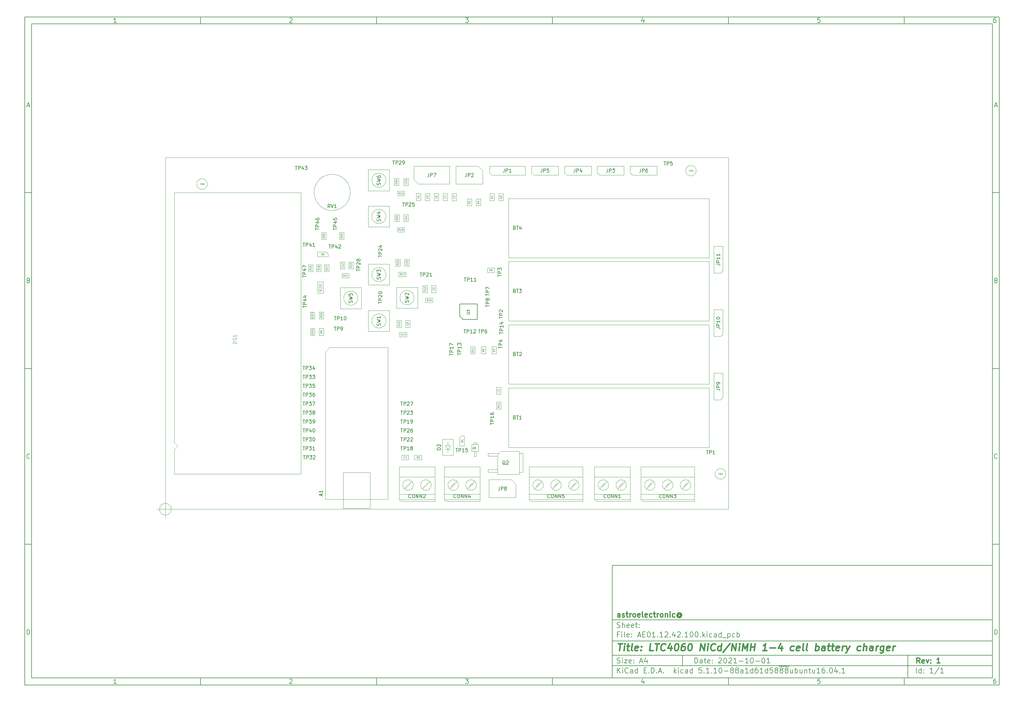
<source format=gbr>
%TF.GenerationSoftware,KiCad,Pcbnew,5.1.10-88a1d61d58~88~ubuntu16.04.1*%
%TF.CreationDate,2021-10-02T00:42:02+02:00*%
%TF.ProjectId,AE01.12.42.100,41453031-2e31-4322-9e34-322e3130302e,1*%
%TF.SameCoordinates,Original*%
%TF.FileFunction,Other,Fab,Top*%
%FSLAX46Y46*%
G04 Gerber Fmt 4.6, Leading zero omitted, Abs format (unit mm)*
G04 Created by KiCad (PCBNEW 5.1.10-88a1d61d58~88~ubuntu16.04.1) date 2021-10-02 00:42:02*
%MOMM*%
%LPD*%
G01*
G04 APERTURE LIST*
%ADD10C,0.100000*%
%ADD11C,0.150000*%
%ADD12C,0.300000*%
%ADD13C,0.400000*%
%TA.AperFunction,Profile*%
%ADD14C,0.050000*%
%TD*%
%ADD15C,0.120000*%
%ADD16C,0.075000*%
%ADD17C,0.060000*%
%ADD18C,0.080000*%
G04 APERTURE END LIST*
D10*
D11*
X177002200Y-166007200D02*
X177002200Y-198007200D01*
X285002200Y-198007200D01*
X285002200Y-166007200D01*
X177002200Y-166007200D01*
D10*
D11*
X10000000Y-10000000D02*
X10000000Y-200007200D01*
X287002200Y-200007200D01*
X287002200Y-10000000D01*
X10000000Y-10000000D01*
D10*
D11*
X12000000Y-12000000D02*
X12000000Y-198007200D01*
X285002200Y-198007200D01*
X285002200Y-12000000D01*
X12000000Y-12000000D01*
D10*
D11*
X60000000Y-12000000D02*
X60000000Y-10000000D01*
D10*
D11*
X110000000Y-12000000D02*
X110000000Y-10000000D01*
D10*
D11*
X160000000Y-12000000D02*
X160000000Y-10000000D01*
D10*
D11*
X210000000Y-12000000D02*
X210000000Y-10000000D01*
D10*
D11*
X260000000Y-12000000D02*
X260000000Y-10000000D01*
D10*
D11*
X36065476Y-11588095D02*
X35322619Y-11588095D01*
X35694047Y-11588095D02*
X35694047Y-10288095D01*
X35570238Y-10473809D01*
X35446428Y-10597619D01*
X35322619Y-10659523D01*
D10*
D11*
X85322619Y-10411904D02*
X85384523Y-10350000D01*
X85508333Y-10288095D01*
X85817857Y-10288095D01*
X85941666Y-10350000D01*
X86003571Y-10411904D01*
X86065476Y-10535714D01*
X86065476Y-10659523D01*
X86003571Y-10845238D01*
X85260714Y-11588095D01*
X86065476Y-11588095D01*
D10*
D11*
X135260714Y-10288095D02*
X136065476Y-10288095D01*
X135632142Y-10783333D01*
X135817857Y-10783333D01*
X135941666Y-10845238D01*
X136003571Y-10907142D01*
X136065476Y-11030952D01*
X136065476Y-11340476D01*
X136003571Y-11464285D01*
X135941666Y-11526190D01*
X135817857Y-11588095D01*
X135446428Y-11588095D01*
X135322619Y-11526190D01*
X135260714Y-11464285D01*
D10*
D11*
X185941666Y-10721428D02*
X185941666Y-11588095D01*
X185632142Y-10226190D02*
X185322619Y-11154761D01*
X186127380Y-11154761D01*
D10*
D11*
X236003571Y-10288095D02*
X235384523Y-10288095D01*
X235322619Y-10907142D01*
X235384523Y-10845238D01*
X235508333Y-10783333D01*
X235817857Y-10783333D01*
X235941666Y-10845238D01*
X236003571Y-10907142D01*
X236065476Y-11030952D01*
X236065476Y-11340476D01*
X236003571Y-11464285D01*
X235941666Y-11526190D01*
X235817857Y-11588095D01*
X235508333Y-11588095D01*
X235384523Y-11526190D01*
X235322619Y-11464285D01*
D10*
D11*
X285941666Y-10288095D02*
X285694047Y-10288095D01*
X285570238Y-10350000D01*
X285508333Y-10411904D01*
X285384523Y-10597619D01*
X285322619Y-10845238D01*
X285322619Y-11340476D01*
X285384523Y-11464285D01*
X285446428Y-11526190D01*
X285570238Y-11588095D01*
X285817857Y-11588095D01*
X285941666Y-11526190D01*
X286003571Y-11464285D01*
X286065476Y-11340476D01*
X286065476Y-11030952D01*
X286003571Y-10907142D01*
X285941666Y-10845238D01*
X285817857Y-10783333D01*
X285570238Y-10783333D01*
X285446428Y-10845238D01*
X285384523Y-10907142D01*
X285322619Y-11030952D01*
D10*
D11*
X60000000Y-198007200D02*
X60000000Y-200007200D01*
D10*
D11*
X110000000Y-198007200D02*
X110000000Y-200007200D01*
D10*
D11*
X160000000Y-198007200D02*
X160000000Y-200007200D01*
D10*
D11*
X210000000Y-198007200D02*
X210000000Y-200007200D01*
D10*
D11*
X260000000Y-198007200D02*
X260000000Y-200007200D01*
D10*
D11*
X36065476Y-199595295D02*
X35322619Y-199595295D01*
X35694047Y-199595295D02*
X35694047Y-198295295D01*
X35570238Y-198481009D01*
X35446428Y-198604819D01*
X35322619Y-198666723D01*
D10*
D11*
X85322619Y-198419104D02*
X85384523Y-198357200D01*
X85508333Y-198295295D01*
X85817857Y-198295295D01*
X85941666Y-198357200D01*
X86003571Y-198419104D01*
X86065476Y-198542914D01*
X86065476Y-198666723D01*
X86003571Y-198852438D01*
X85260714Y-199595295D01*
X86065476Y-199595295D01*
D10*
D11*
X135260714Y-198295295D02*
X136065476Y-198295295D01*
X135632142Y-198790533D01*
X135817857Y-198790533D01*
X135941666Y-198852438D01*
X136003571Y-198914342D01*
X136065476Y-199038152D01*
X136065476Y-199347676D01*
X136003571Y-199471485D01*
X135941666Y-199533390D01*
X135817857Y-199595295D01*
X135446428Y-199595295D01*
X135322619Y-199533390D01*
X135260714Y-199471485D01*
D10*
D11*
X185941666Y-198728628D02*
X185941666Y-199595295D01*
X185632142Y-198233390D02*
X185322619Y-199161961D01*
X186127380Y-199161961D01*
D10*
D11*
X236003571Y-198295295D02*
X235384523Y-198295295D01*
X235322619Y-198914342D01*
X235384523Y-198852438D01*
X235508333Y-198790533D01*
X235817857Y-198790533D01*
X235941666Y-198852438D01*
X236003571Y-198914342D01*
X236065476Y-199038152D01*
X236065476Y-199347676D01*
X236003571Y-199471485D01*
X235941666Y-199533390D01*
X235817857Y-199595295D01*
X235508333Y-199595295D01*
X235384523Y-199533390D01*
X235322619Y-199471485D01*
D10*
D11*
X285941666Y-198295295D02*
X285694047Y-198295295D01*
X285570238Y-198357200D01*
X285508333Y-198419104D01*
X285384523Y-198604819D01*
X285322619Y-198852438D01*
X285322619Y-199347676D01*
X285384523Y-199471485D01*
X285446428Y-199533390D01*
X285570238Y-199595295D01*
X285817857Y-199595295D01*
X285941666Y-199533390D01*
X286003571Y-199471485D01*
X286065476Y-199347676D01*
X286065476Y-199038152D01*
X286003571Y-198914342D01*
X285941666Y-198852438D01*
X285817857Y-198790533D01*
X285570238Y-198790533D01*
X285446428Y-198852438D01*
X285384523Y-198914342D01*
X285322619Y-199038152D01*
D10*
D11*
X10000000Y-60000000D02*
X12000000Y-60000000D01*
D10*
D11*
X10000000Y-110000000D02*
X12000000Y-110000000D01*
D10*
D11*
X10000000Y-160000000D02*
X12000000Y-160000000D01*
D10*
D11*
X10690476Y-35216666D02*
X11309523Y-35216666D01*
X10566666Y-35588095D02*
X11000000Y-34288095D01*
X11433333Y-35588095D01*
D10*
D11*
X11092857Y-84907142D02*
X11278571Y-84969047D01*
X11340476Y-85030952D01*
X11402380Y-85154761D01*
X11402380Y-85340476D01*
X11340476Y-85464285D01*
X11278571Y-85526190D01*
X11154761Y-85588095D01*
X10659523Y-85588095D01*
X10659523Y-84288095D01*
X11092857Y-84288095D01*
X11216666Y-84350000D01*
X11278571Y-84411904D01*
X11340476Y-84535714D01*
X11340476Y-84659523D01*
X11278571Y-84783333D01*
X11216666Y-84845238D01*
X11092857Y-84907142D01*
X10659523Y-84907142D01*
D10*
D11*
X11402380Y-135464285D02*
X11340476Y-135526190D01*
X11154761Y-135588095D01*
X11030952Y-135588095D01*
X10845238Y-135526190D01*
X10721428Y-135402380D01*
X10659523Y-135278571D01*
X10597619Y-135030952D01*
X10597619Y-134845238D01*
X10659523Y-134597619D01*
X10721428Y-134473809D01*
X10845238Y-134350000D01*
X11030952Y-134288095D01*
X11154761Y-134288095D01*
X11340476Y-134350000D01*
X11402380Y-134411904D01*
D10*
D11*
X10659523Y-185588095D02*
X10659523Y-184288095D01*
X10969047Y-184288095D01*
X11154761Y-184350000D01*
X11278571Y-184473809D01*
X11340476Y-184597619D01*
X11402380Y-184845238D01*
X11402380Y-185030952D01*
X11340476Y-185278571D01*
X11278571Y-185402380D01*
X11154761Y-185526190D01*
X10969047Y-185588095D01*
X10659523Y-185588095D01*
D10*
D11*
X287002200Y-60000000D02*
X285002200Y-60000000D01*
D10*
D11*
X287002200Y-110000000D02*
X285002200Y-110000000D01*
D10*
D11*
X287002200Y-160000000D02*
X285002200Y-160000000D01*
D10*
D11*
X285692676Y-35216666D02*
X286311723Y-35216666D01*
X285568866Y-35588095D02*
X286002200Y-34288095D01*
X286435533Y-35588095D01*
D10*
D11*
X286095057Y-84907142D02*
X286280771Y-84969047D01*
X286342676Y-85030952D01*
X286404580Y-85154761D01*
X286404580Y-85340476D01*
X286342676Y-85464285D01*
X286280771Y-85526190D01*
X286156961Y-85588095D01*
X285661723Y-85588095D01*
X285661723Y-84288095D01*
X286095057Y-84288095D01*
X286218866Y-84350000D01*
X286280771Y-84411904D01*
X286342676Y-84535714D01*
X286342676Y-84659523D01*
X286280771Y-84783333D01*
X286218866Y-84845238D01*
X286095057Y-84907142D01*
X285661723Y-84907142D01*
D10*
D11*
X286404580Y-135464285D02*
X286342676Y-135526190D01*
X286156961Y-135588095D01*
X286033152Y-135588095D01*
X285847438Y-135526190D01*
X285723628Y-135402380D01*
X285661723Y-135278571D01*
X285599819Y-135030952D01*
X285599819Y-134845238D01*
X285661723Y-134597619D01*
X285723628Y-134473809D01*
X285847438Y-134350000D01*
X286033152Y-134288095D01*
X286156961Y-134288095D01*
X286342676Y-134350000D01*
X286404580Y-134411904D01*
D10*
D11*
X285661723Y-185588095D02*
X285661723Y-184288095D01*
X285971247Y-184288095D01*
X286156961Y-184350000D01*
X286280771Y-184473809D01*
X286342676Y-184597619D01*
X286404580Y-184845238D01*
X286404580Y-185030952D01*
X286342676Y-185278571D01*
X286280771Y-185402380D01*
X286156961Y-185526190D01*
X285971247Y-185588095D01*
X285661723Y-185588095D01*
D10*
D11*
X200434342Y-193785771D02*
X200434342Y-192285771D01*
X200791485Y-192285771D01*
X201005771Y-192357200D01*
X201148628Y-192500057D01*
X201220057Y-192642914D01*
X201291485Y-192928628D01*
X201291485Y-193142914D01*
X201220057Y-193428628D01*
X201148628Y-193571485D01*
X201005771Y-193714342D01*
X200791485Y-193785771D01*
X200434342Y-193785771D01*
X202577200Y-193785771D02*
X202577200Y-193000057D01*
X202505771Y-192857200D01*
X202362914Y-192785771D01*
X202077200Y-192785771D01*
X201934342Y-192857200D01*
X202577200Y-193714342D02*
X202434342Y-193785771D01*
X202077200Y-193785771D01*
X201934342Y-193714342D01*
X201862914Y-193571485D01*
X201862914Y-193428628D01*
X201934342Y-193285771D01*
X202077200Y-193214342D01*
X202434342Y-193214342D01*
X202577200Y-193142914D01*
X203077200Y-192785771D02*
X203648628Y-192785771D01*
X203291485Y-192285771D02*
X203291485Y-193571485D01*
X203362914Y-193714342D01*
X203505771Y-193785771D01*
X203648628Y-193785771D01*
X204720057Y-193714342D02*
X204577200Y-193785771D01*
X204291485Y-193785771D01*
X204148628Y-193714342D01*
X204077200Y-193571485D01*
X204077200Y-193000057D01*
X204148628Y-192857200D01*
X204291485Y-192785771D01*
X204577200Y-192785771D01*
X204720057Y-192857200D01*
X204791485Y-193000057D01*
X204791485Y-193142914D01*
X204077200Y-193285771D01*
X205434342Y-193642914D02*
X205505771Y-193714342D01*
X205434342Y-193785771D01*
X205362914Y-193714342D01*
X205434342Y-193642914D01*
X205434342Y-193785771D01*
X205434342Y-192857200D02*
X205505771Y-192928628D01*
X205434342Y-193000057D01*
X205362914Y-192928628D01*
X205434342Y-192857200D01*
X205434342Y-193000057D01*
X207220057Y-192428628D02*
X207291485Y-192357200D01*
X207434342Y-192285771D01*
X207791485Y-192285771D01*
X207934342Y-192357200D01*
X208005771Y-192428628D01*
X208077200Y-192571485D01*
X208077200Y-192714342D01*
X208005771Y-192928628D01*
X207148628Y-193785771D01*
X208077200Y-193785771D01*
X209005771Y-192285771D02*
X209148628Y-192285771D01*
X209291485Y-192357200D01*
X209362914Y-192428628D01*
X209434342Y-192571485D01*
X209505771Y-192857200D01*
X209505771Y-193214342D01*
X209434342Y-193500057D01*
X209362914Y-193642914D01*
X209291485Y-193714342D01*
X209148628Y-193785771D01*
X209005771Y-193785771D01*
X208862914Y-193714342D01*
X208791485Y-193642914D01*
X208720057Y-193500057D01*
X208648628Y-193214342D01*
X208648628Y-192857200D01*
X208720057Y-192571485D01*
X208791485Y-192428628D01*
X208862914Y-192357200D01*
X209005771Y-192285771D01*
X210077200Y-192428628D02*
X210148628Y-192357200D01*
X210291485Y-192285771D01*
X210648628Y-192285771D01*
X210791485Y-192357200D01*
X210862914Y-192428628D01*
X210934342Y-192571485D01*
X210934342Y-192714342D01*
X210862914Y-192928628D01*
X210005771Y-193785771D01*
X210934342Y-193785771D01*
X212362914Y-193785771D02*
X211505771Y-193785771D01*
X211934342Y-193785771D02*
X211934342Y-192285771D01*
X211791485Y-192500057D01*
X211648628Y-192642914D01*
X211505771Y-192714342D01*
X213005771Y-193214342D02*
X214148628Y-193214342D01*
X215648628Y-193785771D02*
X214791485Y-193785771D01*
X215220057Y-193785771D02*
X215220057Y-192285771D01*
X215077200Y-192500057D01*
X214934342Y-192642914D01*
X214791485Y-192714342D01*
X216577200Y-192285771D02*
X216720057Y-192285771D01*
X216862914Y-192357200D01*
X216934342Y-192428628D01*
X217005771Y-192571485D01*
X217077200Y-192857200D01*
X217077200Y-193214342D01*
X217005771Y-193500057D01*
X216934342Y-193642914D01*
X216862914Y-193714342D01*
X216720057Y-193785771D01*
X216577200Y-193785771D01*
X216434342Y-193714342D01*
X216362914Y-193642914D01*
X216291485Y-193500057D01*
X216220057Y-193214342D01*
X216220057Y-192857200D01*
X216291485Y-192571485D01*
X216362914Y-192428628D01*
X216434342Y-192357200D01*
X216577200Y-192285771D01*
X217720057Y-193214342D02*
X218862914Y-193214342D01*
X219862914Y-192285771D02*
X220005771Y-192285771D01*
X220148628Y-192357200D01*
X220220057Y-192428628D01*
X220291485Y-192571485D01*
X220362914Y-192857200D01*
X220362914Y-193214342D01*
X220291485Y-193500057D01*
X220220057Y-193642914D01*
X220148628Y-193714342D01*
X220005771Y-193785771D01*
X219862914Y-193785771D01*
X219720057Y-193714342D01*
X219648628Y-193642914D01*
X219577200Y-193500057D01*
X219505771Y-193214342D01*
X219505771Y-192857200D01*
X219577200Y-192571485D01*
X219648628Y-192428628D01*
X219720057Y-192357200D01*
X219862914Y-192285771D01*
X221791485Y-193785771D02*
X220934342Y-193785771D01*
X221362914Y-193785771D02*
X221362914Y-192285771D01*
X221220057Y-192500057D01*
X221077200Y-192642914D01*
X220934342Y-192714342D01*
D10*
D11*
X177002200Y-194507200D02*
X285002200Y-194507200D01*
D10*
D11*
X178434342Y-196585771D02*
X178434342Y-195085771D01*
X179291485Y-196585771D02*
X178648628Y-195728628D01*
X179291485Y-195085771D02*
X178434342Y-195942914D01*
X179934342Y-196585771D02*
X179934342Y-195585771D01*
X179934342Y-195085771D02*
X179862914Y-195157200D01*
X179934342Y-195228628D01*
X180005771Y-195157200D01*
X179934342Y-195085771D01*
X179934342Y-195228628D01*
X181505771Y-196442914D02*
X181434342Y-196514342D01*
X181220057Y-196585771D01*
X181077200Y-196585771D01*
X180862914Y-196514342D01*
X180720057Y-196371485D01*
X180648628Y-196228628D01*
X180577200Y-195942914D01*
X180577200Y-195728628D01*
X180648628Y-195442914D01*
X180720057Y-195300057D01*
X180862914Y-195157200D01*
X181077200Y-195085771D01*
X181220057Y-195085771D01*
X181434342Y-195157200D01*
X181505771Y-195228628D01*
X182791485Y-196585771D02*
X182791485Y-195800057D01*
X182720057Y-195657200D01*
X182577200Y-195585771D01*
X182291485Y-195585771D01*
X182148628Y-195657200D01*
X182791485Y-196514342D02*
X182648628Y-196585771D01*
X182291485Y-196585771D01*
X182148628Y-196514342D01*
X182077200Y-196371485D01*
X182077200Y-196228628D01*
X182148628Y-196085771D01*
X182291485Y-196014342D01*
X182648628Y-196014342D01*
X182791485Y-195942914D01*
X184148628Y-196585771D02*
X184148628Y-195085771D01*
X184148628Y-196514342D02*
X184005771Y-196585771D01*
X183720057Y-196585771D01*
X183577200Y-196514342D01*
X183505771Y-196442914D01*
X183434342Y-196300057D01*
X183434342Y-195871485D01*
X183505771Y-195728628D01*
X183577200Y-195657200D01*
X183720057Y-195585771D01*
X184005771Y-195585771D01*
X184148628Y-195657200D01*
X186005771Y-195800057D02*
X186505771Y-195800057D01*
X186720057Y-196585771D02*
X186005771Y-196585771D01*
X186005771Y-195085771D01*
X186720057Y-195085771D01*
X187362914Y-196442914D02*
X187434342Y-196514342D01*
X187362914Y-196585771D01*
X187291485Y-196514342D01*
X187362914Y-196442914D01*
X187362914Y-196585771D01*
X188077200Y-196585771D02*
X188077200Y-195085771D01*
X188434342Y-195085771D01*
X188648628Y-195157200D01*
X188791485Y-195300057D01*
X188862914Y-195442914D01*
X188934342Y-195728628D01*
X188934342Y-195942914D01*
X188862914Y-196228628D01*
X188791485Y-196371485D01*
X188648628Y-196514342D01*
X188434342Y-196585771D01*
X188077200Y-196585771D01*
X189577200Y-196442914D02*
X189648628Y-196514342D01*
X189577200Y-196585771D01*
X189505771Y-196514342D01*
X189577200Y-196442914D01*
X189577200Y-196585771D01*
X190220057Y-196157200D02*
X190934342Y-196157200D01*
X190077200Y-196585771D02*
X190577200Y-195085771D01*
X191077200Y-196585771D01*
X191577200Y-196442914D02*
X191648628Y-196514342D01*
X191577200Y-196585771D01*
X191505771Y-196514342D01*
X191577200Y-196442914D01*
X191577200Y-196585771D01*
X194577200Y-196585771D02*
X194577200Y-195085771D01*
X194720057Y-196014342D02*
X195148628Y-196585771D01*
X195148628Y-195585771D02*
X194577200Y-196157200D01*
X195791485Y-196585771D02*
X195791485Y-195585771D01*
X195791485Y-195085771D02*
X195720057Y-195157200D01*
X195791485Y-195228628D01*
X195862914Y-195157200D01*
X195791485Y-195085771D01*
X195791485Y-195228628D01*
X197148628Y-196514342D02*
X197005771Y-196585771D01*
X196720057Y-196585771D01*
X196577200Y-196514342D01*
X196505771Y-196442914D01*
X196434342Y-196300057D01*
X196434342Y-195871485D01*
X196505771Y-195728628D01*
X196577200Y-195657200D01*
X196720057Y-195585771D01*
X197005771Y-195585771D01*
X197148628Y-195657200D01*
X198434342Y-196585771D02*
X198434342Y-195800057D01*
X198362914Y-195657200D01*
X198220057Y-195585771D01*
X197934342Y-195585771D01*
X197791485Y-195657200D01*
X198434342Y-196514342D02*
X198291485Y-196585771D01*
X197934342Y-196585771D01*
X197791485Y-196514342D01*
X197720057Y-196371485D01*
X197720057Y-196228628D01*
X197791485Y-196085771D01*
X197934342Y-196014342D01*
X198291485Y-196014342D01*
X198434342Y-195942914D01*
X199791485Y-196585771D02*
X199791485Y-195085771D01*
X199791485Y-196514342D02*
X199648628Y-196585771D01*
X199362914Y-196585771D01*
X199220057Y-196514342D01*
X199148628Y-196442914D01*
X199077200Y-196300057D01*
X199077200Y-195871485D01*
X199148628Y-195728628D01*
X199220057Y-195657200D01*
X199362914Y-195585771D01*
X199648628Y-195585771D01*
X199791485Y-195657200D01*
X202362914Y-195085771D02*
X201648628Y-195085771D01*
X201577200Y-195800057D01*
X201648628Y-195728628D01*
X201791485Y-195657200D01*
X202148628Y-195657200D01*
X202291485Y-195728628D01*
X202362914Y-195800057D01*
X202434342Y-195942914D01*
X202434342Y-196300057D01*
X202362914Y-196442914D01*
X202291485Y-196514342D01*
X202148628Y-196585771D01*
X201791485Y-196585771D01*
X201648628Y-196514342D01*
X201577200Y-196442914D01*
X203077200Y-196442914D02*
X203148628Y-196514342D01*
X203077200Y-196585771D01*
X203005771Y-196514342D01*
X203077200Y-196442914D01*
X203077200Y-196585771D01*
X204577200Y-196585771D02*
X203720057Y-196585771D01*
X204148628Y-196585771D02*
X204148628Y-195085771D01*
X204005771Y-195300057D01*
X203862914Y-195442914D01*
X203720057Y-195514342D01*
X205220057Y-196442914D02*
X205291485Y-196514342D01*
X205220057Y-196585771D01*
X205148628Y-196514342D01*
X205220057Y-196442914D01*
X205220057Y-196585771D01*
X206720057Y-196585771D02*
X205862914Y-196585771D01*
X206291485Y-196585771D02*
X206291485Y-195085771D01*
X206148628Y-195300057D01*
X206005771Y-195442914D01*
X205862914Y-195514342D01*
X207648628Y-195085771D02*
X207791485Y-195085771D01*
X207934342Y-195157200D01*
X208005771Y-195228628D01*
X208077200Y-195371485D01*
X208148628Y-195657200D01*
X208148628Y-196014342D01*
X208077200Y-196300057D01*
X208005771Y-196442914D01*
X207934342Y-196514342D01*
X207791485Y-196585771D01*
X207648628Y-196585771D01*
X207505771Y-196514342D01*
X207434342Y-196442914D01*
X207362914Y-196300057D01*
X207291485Y-196014342D01*
X207291485Y-195657200D01*
X207362914Y-195371485D01*
X207434342Y-195228628D01*
X207505771Y-195157200D01*
X207648628Y-195085771D01*
X208791485Y-196014342D02*
X209934342Y-196014342D01*
X210862914Y-195728628D02*
X210720057Y-195657200D01*
X210648628Y-195585771D01*
X210577200Y-195442914D01*
X210577200Y-195371485D01*
X210648628Y-195228628D01*
X210720057Y-195157200D01*
X210862914Y-195085771D01*
X211148628Y-195085771D01*
X211291485Y-195157200D01*
X211362914Y-195228628D01*
X211434342Y-195371485D01*
X211434342Y-195442914D01*
X211362914Y-195585771D01*
X211291485Y-195657200D01*
X211148628Y-195728628D01*
X210862914Y-195728628D01*
X210720057Y-195800057D01*
X210648628Y-195871485D01*
X210577200Y-196014342D01*
X210577200Y-196300057D01*
X210648628Y-196442914D01*
X210720057Y-196514342D01*
X210862914Y-196585771D01*
X211148628Y-196585771D01*
X211291485Y-196514342D01*
X211362914Y-196442914D01*
X211434342Y-196300057D01*
X211434342Y-196014342D01*
X211362914Y-195871485D01*
X211291485Y-195800057D01*
X211148628Y-195728628D01*
X212291485Y-195728628D02*
X212148628Y-195657200D01*
X212077200Y-195585771D01*
X212005771Y-195442914D01*
X212005771Y-195371485D01*
X212077200Y-195228628D01*
X212148628Y-195157200D01*
X212291485Y-195085771D01*
X212577200Y-195085771D01*
X212720057Y-195157200D01*
X212791485Y-195228628D01*
X212862914Y-195371485D01*
X212862914Y-195442914D01*
X212791485Y-195585771D01*
X212720057Y-195657200D01*
X212577200Y-195728628D01*
X212291485Y-195728628D01*
X212148628Y-195800057D01*
X212077200Y-195871485D01*
X212005771Y-196014342D01*
X212005771Y-196300057D01*
X212077200Y-196442914D01*
X212148628Y-196514342D01*
X212291485Y-196585771D01*
X212577200Y-196585771D01*
X212720057Y-196514342D01*
X212791485Y-196442914D01*
X212862914Y-196300057D01*
X212862914Y-196014342D01*
X212791485Y-195871485D01*
X212720057Y-195800057D01*
X212577200Y-195728628D01*
X214148628Y-196585771D02*
X214148628Y-195800057D01*
X214077200Y-195657200D01*
X213934342Y-195585771D01*
X213648628Y-195585771D01*
X213505771Y-195657200D01*
X214148628Y-196514342D02*
X214005771Y-196585771D01*
X213648628Y-196585771D01*
X213505771Y-196514342D01*
X213434342Y-196371485D01*
X213434342Y-196228628D01*
X213505771Y-196085771D01*
X213648628Y-196014342D01*
X214005771Y-196014342D01*
X214148628Y-195942914D01*
X215648628Y-196585771D02*
X214791485Y-196585771D01*
X215220057Y-196585771D02*
X215220057Y-195085771D01*
X215077200Y-195300057D01*
X214934342Y-195442914D01*
X214791485Y-195514342D01*
X216934342Y-196585771D02*
X216934342Y-195085771D01*
X216934342Y-196514342D02*
X216791485Y-196585771D01*
X216505771Y-196585771D01*
X216362914Y-196514342D01*
X216291485Y-196442914D01*
X216220057Y-196300057D01*
X216220057Y-195871485D01*
X216291485Y-195728628D01*
X216362914Y-195657200D01*
X216505771Y-195585771D01*
X216791485Y-195585771D01*
X216934342Y-195657200D01*
X218291485Y-195085771D02*
X218005771Y-195085771D01*
X217862914Y-195157200D01*
X217791485Y-195228628D01*
X217648628Y-195442914D01*
X217577200Y-195728628D01*
X217577200Y-196300057D01*
X217648628Y-196442914D01*
X217720057Y-196514342D01*
X217862914Y-196585771D01*
X218148628Y-196585771D01*
X218291485Y-196514342D01*
X218362914Y-196442914D01*
X218434342Y-196300057D01*
X218434342Y-195942914D01*
X218362914Y-195800057D01*
X218291485Y-195728628D01*
X218148628Y-195657200D01*
X217862914Y-195657200D01*
X217720057Y-195728628D01*
X217648628Y-195800057D01*
X217577200Y-195942914D01*
X219862914Y-196585771D02*
X219005771Y-196585771D01*
X219434342Y-196585771D02*
X219434342Y-195085771D01*
X219291485Y-195300057D01*
X219148628Y-195442914D01*
X219005771Y-195514342D01*
X221148628Y-196585771D02*
X221148628Y-195085771D01*
X221148628Y-196514342D02*
X221005771Y-196585771D01*
X220720057Y-196585771D01*
X220577200Y-196514342D01*
X220505771Y-196442914D01*
X220434342Y-196300057D01*
X220434342Y-195871485D01*
X220505771Y-195728628D01*
X220577200Y-195657200D01*
X220720057Y-195585771D01*
X221005771Y-195585771D01*
X221148628Y-195657200D01*
X222577200Y-195085771D02*
X221862914Y-195085771D01*
X221791485Y-195800057D01*
X221862914Y-195728628D01*
X222005771Y-195657200D01*
X222362914Y-195657200D01*
X222505771Y-195728628D01*
X222577200Y-195800057D01*
X222648628Y-195942914D01*
X222648628Y-196300057D01*
X222577200Y-196442914D01*
X222505771Y-196514342D01*
X222362914Y-196585771D01*
X222005771Y-196585771D01*
X221862914Y-196514342D01*
X221791485Y-196442914D01*
X223505771Y-195728628D02*
X223362914Y-195657200D01*
X223291485Y-195585771D01*
X223220057Y-195442914D01*
X223220057Y-195371485D01*
X223291485Y-195228628D01*
X223362914Y-195157200D01*
X223505771Y-195085771D01*
X223791485Y-195085771D01*
X223934342Y-195157200D01*
X224005771Y-195228628D01*
X224077200Y-195371485D01*
X224077200Y-195442914D01*
X224005771Y-195585771D01*
X223934342Y-195657200D01*
X223791485Y-195728628D01*
X223505771Y-195728628D01*
X223362914Y-195800057D01*
X223291485Y-195871485D01*
X223220057Y-196014342D01*
X223220057Y-196300057D01*
X223291485Y-196442914D01*
X223362914Y-196514342D01*
X223505771Y-196585771D01*
X223791485Y-196585771D01*
X223934342Y-196514342D01*
X224005771Y-196442914D01*
X224077200Y-196300057D01*
X224077200Y-196014342D01*
X224005771Y-195871485D01*
X223934342Y-195800057D01*
X223791485Y-195728628D01*
X224362914Y-194677200D02*
X225791485Y-194677200D01*
X224934342Y-195728628D02*
X224791485Y-195657200D01*
X224720057Y-195585771D01*
X224648628Y-195442914D01*
X224648628Y-195371485D01*
X224720057Y-195228628D01*
X224791485Y-195157200D01*
X224934342Y-195085771D01*
X225220057Y-195085771D01*
X225362914Y-195157200D01*
X225434342Y-195228628D01*
X225505771Y-195371485D01*
X225505771Y-195442914D01*
X225434342Y-195585771D01*
X225362914Y-195657200D01*
X225220057Y-195728628D01*
X224934342Y-195728628D01*
X224791485Y-195800057D01*
X224720057Y-195871485D01*
X224648628Y-196014342D01*
X224648628Y-196300057D01*
X224720057Y-196442914D01*
X224791485Y-196514342D01*
X224934342Y-196585771D01*
X225220057Y-196585771D01*
X225362914Y-196514342D01*
X225434342Y-196442914D01*
X225505771Y-196300057D01*
X225505771Y-196014342D01*
X225434342Y-195871485D01*
X225362914Y-195800057D01*
X225220057Y-195728628D01*
X225791485Y-194677200D02*
X227220057Y-194677200D01*
X226362914Y-195728628D02*
X226220057Y-195657200D01*
X226148628Y-195585771D01*
X226077199Y-195442914D01*
X226077199Y-195371485D01*
X226148628Y-195228628D01*
X226220057Y-195157200D01*
X226362914Y-195085771D01*
X226648628Y-195085771D01*
X226791485Y-195157200D01*
X226862914Y-195228628D01*
X226934342Y-195371485D01*
X226934342Y-195442914D01*
X226862914Y-195585771D01*
X226791485Y-195657200D01*
X226648628Y-195728628D01*
X226362914Y-195728628D01*
X226220057Y-195800057D01*
X226148628Y-195871485D01*
X226077199Y-196014342D01*
X226077199Y-196300057D01*
X226148628Y-196442914D01*
X226220057Y-196514342D01*
X226362914Y-196585771D01*
X226648628Y-196585771D01*
X226791485Y-196514342D01*
X226862914Y-196442914D01*
X226934342Y-196300057D01*
X226934342Y-196014342D01*
X226862914Y-195871485D01*
X226791485Y-195800057D01*
X226648628Y-195728628D01*
X228220057Y-195585771D02*
X228220057Y-196585771D01*
X227577199Y-195585771D02*
X227577199Y-196371485D01*
X227648628Y-196514342D01*
X227791485Y-196585771D01*
X228005771Y-196585771D01*
X228148628Y-196514342D01*
X228220057Y-196442914D01*
X228934342Y-196585771D02*
X228934342Y-195085771D01*
X228934342Y-195657200D02*
X229077199Y-195585771D01*
X229362914Y-195585771D01*
X229505771Y-195657200D01*
X229577199Y-195728628D01*
X229648628Y-195871485D01*
X229648628Y-196300057D01*
X229577199Y-196442914D01*
X229505771Y-196514342D01*
X229362914Y-196585771D01*
X229077199Y-196585771D01*
X228934342Y-196514342D01*
X230934342Y-195585771D02*
X230934342Y-196585771D01*
X230291485Y-195585771D02*
X230291485Y-196371485D01*
X230362914Y-196514342D01*
X230505771Y-196585771D01*
X230720057Y-196585771D01*
X230862914Y-196514342D01*
X230934342Y-196442914D01*
X231648628Y-195585771D02*
X231648628Y-196585771D01*
X231648628Y-195728628D02*
X231720057Y-195657200D01*
X231862914Y-195585771D01*
X232077199Y-195585771D01*
X232220057Y-195657200D01*
X232291485Y-195800057D01*
X232291485Y-196585771D01*
X232791485Y-195585771D02*
X233362914Y-195585771D01*
X233005771Y-195085771D02*
X233005771Y-196371485D01*
X233077199Y-196514342D01*
X233220057Y-196585771D01*
X233362914Y-196585771D01*
X234505771Y-195585771D02*
X234505771Y-196585771D01*
X233862914Y-195585771D02*
X233862914Y-196371485D01*
X233934342Y-196514342D01*
X234077200Y-196585771D01*
X234291485Y-196585771D01*
X234434342Y-196514342D01*
X234505771Y-196442914D01*
X236005771Y-196585771D02*
X235148628Y-196585771D01*
X235577200Y-196585771D02*
X235577200Y-195085771D01*
X235434342Y-195300057D01*
X235291485Y-195442914D01*
X235148628Y-195514342D01*
X237291485Y-195085771D02*
X237005771Y-195085771D01*
X236862914Y-195157200D01*
X236791485Y-195228628D01*
X236648628Y-195442914D01*
X236577199Y-195728628D01*
X236577199Y-196300057D01*
X236648628Y-196442914D01*
X236720057Y-196514342D01*
X236862914Y-196585771D01*
X237148628Y-196585771D01*
X237291485Y-196514342D01*
X237362914Y-196442914D01*
X237434342Y-196300057D01*
X237434342Y-195942914D01*
X237362914Y-195800057D01*
X237291485Y-195728628D01*
X237148628Y-195657200D01*
X236862914Y-195657200D01*
X236720057Y-195728628D01*
X236648628Y-195800057D01*
X236577199Y-195942914D01*
X238077199Y-196442914D02*
X238148628Y-196514342D01*
X238077199Y-196585771D01*
X238005771Y-196514342D01*
X238077199Y-196442914D01*
X238077199Y-196585771D01*
X239077199Y-195085771D02*
X239220057Y-195085771D01*
X239362914Y-195157200D01*
X239434342Y-195228628D01*
X239505771Y-195371485D01*
X239577199Y-195657200D01*
X239577199Y-196014342D01*
X239505771Y-196300057D01*
X239434342Y-196442914D01*
X239362914Y-196514342D01*
X239220057Y-196585771D01*
X239077199Y-196585771D01*
X238934342Y-196514342D01*
X238862914Y-196442914D01*
X238791485Y-196300057D01*
X238720057Y-196014342D01*
X238720057Y-195657200D01*
X238791485Y-195371485D01*
X238862914Y-195228628D01*
X238934342Y-195157200D01*
X239077199Y-195085771D01*
X240862914Y-195585771D02*
X240862914Y-196585771D01*
X240505771Y-195014342D02*
X240148628Y-196085771D01*
X241077199Y-196085771D01*
X241648628Y-196442914D02*
X241720057Y-196514342D01*
X241648628Y-196585771D01*
X241577199Y-196514342D01*
X241648628Y-196442914D01*
X241648628Y-196585771D01*
X243148628Y-196585771D02*
X242291485Y-196585771D01*
X242720057Y-196585771D02*
X242720057Y-195085771D01*
X242577199Y-195300057D01*
X242434342Y-195442914D01*
X242291485Y-195514342D01*
D10*
D11*
X177002200Y-191507200D02*
X285002200Y-191507200D01*
D10*
D12*
X264411485Y-193785771D02*
X263911485Y-193071485D01*
X263554342Y-193785771D02*
X263554342Y-192285771D01*
X264125771Y-192285771D01*
X264268628Y-192357200D01*
X264340057Y-192428628D01*
X264411485Y-192571485D01*
X264411485Y-192785771D01*
X264340057Y-192928628D01*
X264268628Y-193000057D01*
X264125771Y-193071485D01*
X263554342Y-193071485D01*
X265625771Y-193714342D02*
X265482914Y-193785771D01*
X265197200Y-193785771D01*
X265054342Y-193714342D01*
X264982914Y-193571485D01*
X264982914Y-193000057D01*
X265054342Y-192857200D01*
X265197200Y-192785771D01*
X265482914Y-192785771D01*
X265625771Y-192857200D01*
X265697200Y-193000057D01*
X265697200Y-193142914D01*
X264982914Y-193285771D01*
X266197200Y-192785771D02*
X266554342Y-193785771D01*
X266911485Y-192785771D01*
X267482914Y-193642914D02*
X267554342Y-193714342D01*
X267482914Y-193785771D01*
X267411485Y-193714342D01*
X267482914Y-193642914D01*
X267482914Y-193785771D01*
X267482914Y-192857200D02*
X267554342Y-192928628D01*
X267482914Y-193000057D01*
X267411485Y-192928628D01*
X267482914Y-192857200D01*
X267482914Y-193000057D01*
X270125771Y-193785771D02*
X269268628Y-193785771D01*
X269697200Y-193785771D02*
X269697200Y-192285771D01*
X269554342Y-192500057D01*
X269411485Y-192642914D01*
X269268628Y-192714342D01*
D10*
D11*
X178362914Y-193714342D02*
X178577200Y-193785771D01*
X178934342Y-193785771D01*
X179077200Y-193714342D01*
X179148628Y-193642914D01*
X179220057Y-193500057D01*
X179220057Y-193357200D01*
X179148628Y-193214342D01*
X179077200Y-193142914D01*
X178934342Y-193071485D01*
X178648628Y-193000057D01*
X178505771Y-192928628D01*
X178434342Y-192857200D01*
X178362914Y-192714342D01*
X178362914Y-192571485D01*
X178434342Y-192428628D01*
X178505771Y-192357200D01*
X178648628Y-192285771D01*
X179005771Y-192285771D01*
X179220057Y-192357200D01*
X179862914Y-193785771D02*
X179862914Y-192785771D01*
X179862914Y-192285771D02*
X179791485Y-192357200D01*
X179862914Y-192428628D01*
X179934342Y-192357200D01*
X179862914Y-192285771D01*
X179862914Y-192428628D01*
X180434342Y-192785771D02*
X181220057Y-192785771D01*
X180434342Y-193785771D01*
X181220057Y-193785771D01*
X182362914Y-193714342D02*
X182220057Y-193785771D01*
X181934342Y-193785771D01*
X181791485Y-193714342D01*
X181720057Y-193571485D01*
X181720057Y-193000057D01*
X181791485Y-192857200D01*
X181934342Y-192785771D01*
X182220057Y-192785771D01*
X182362914Y-192857200D01*
X182434342Y-193000057D01*
X182434342Y-193142914D01*
X181720057Y-193285771D01*
X183077200Y-193642914D02*
X183148628Y-193714342D01*
X183077200Y-193785771D01*
X183005771Y-193714342D01*
X183077200Y-193642914D01*
X183077200Y-193785771D01*
X183077200Y-192857200D02*
X183148628Y-192928628D01*
X183077200Y-193000057D01*
X183005771Y-192928628D01*
X183077200Y-192857200D01*
X183077200Y-193000057D01*
X184862914Y-193357200D02*
X185577200Y-193357200D01*
X184720057Y-193785771D02*
X185220057Y-192285771D01*
X185720057Y-193785771D01*
X186862914Y-192785771D02*
X186862914Y-193785771D01*
X186505771Y-192214342D02*
X186148628Y-193285771D01*
X187077200Y-193285771D01*
D10*
D11*
X263434342Y-196585771D02*
X263434342Y-195085771D01*
X264791485Y-196585771D02*
X264791485Y-195085771D01*
X264791485Y-196514342D02*
X264648628Y-196585771D01*
X264362914Y-196585771D01*
X264220057Y-196514342D01*
X264148628Y-196442914D01*
X264077200Y-196300057D01*
X264077200Y-195871485D01*
X264148628Y-195728628D01*
X264220057Y-195657200D01*
X264362914Y-195585771D01*
X264648628Y-195585771D01*
X264791485Y-195657200D01*
X265505771Y-196442914D02*
X265577200Y-196514342D01*
X265505771Y-196585771D01*
X265434342Y-196514342D01*
X265505771Y-196442914D01*
X265505771Y-196585771D01*
X265505771Y-195657200D02*
X265577200Y-195728628D01*
X265505771Y-195800057D01*
X265434342Y-195728628D01*
X265505771Y-195657200D01*
X265505771Y-195800057D01*
X268148628Y-196585771D02*
X267291485Y-196585771D01*
X267720057Y-196585771D02*
X267720057Y-195085771D01*
X267577200Y-195300057D01*
X267434342Y-195442914D01*
X267291485Y-195514342D01*
X269862914Y-195014342D02*
X268577200Y-196942914D01*
X271148628Y-196585771D02*
X270291485Y-196585771D01*
X270720057Y-196585771D02*
X270720057Y-195085771D01*
X270577200Y-195300057D01*
X270434342Y-195442914D01*
X270291485Y-195514342D01*
D10*
D11*
X177002200Y-187507200D02*
X285002200Y-187507200D01*
D10*
D13*
X178714580Y-188211961D02*
X179857438Y-188211961D01*
X179036009Y-190211961D02*
X179286009Y-188211961D01*
X180274104Y-190211961D02*
X180440771Y-188878628D01*
X180524104Y-188211961D02*
X180416961Y-188307200D01*
X180500295Y-188402438D01*
X180607438Y-188307200D01*
X180524104Y-188211961D01*
X180500295Y-188402438D01*
X181107438Y-188878628D02*
X181869342Y-188878628D01*
X181476485Y-188211961D02*
X181262200Y-189926247D01*
X181333628Y-190116723D01*
X181512200Y-190211961D01*
X181702676Y-190211961D01*
X182655057Y-190211961D02*
X182476485Y-190116723D01*
X182405057Y-189926247D01*
X182619342Y-188211961D01*
X184190771Y-190116723D02*
X183988390Y-190211961D01*
X183607438Y-190211961D01*
X183428866Y-190116723D01*
X183357438Y-189926247D01*
X183452676Y-189164342D01*
X183571723Y-188973866D01*
X183774104Y-188878628D01*
X184155057Y-188878628D01*
X184333628Y-188973866D01*
X184405057Y-189164342D01*
X184381247Y-189354819D01*
X183405057Y-189545295D01*
X185155057Y-190021485D02*
X185238390Y-190116723D01*
X185131247Y-190211961D01*
X185047914Y-190116723D01*
X185155057Y-190021485D01*
X185131247Y-190211961D01*
X185286009Y-188973866D02*
X185369342Y-189069104D01*
X185262200Y-189164342D01*
X185178866Y-189069104D01*
X185286009Y-188973866D01*
X185262200Y-189164342D01*
X188559819Y-190211961D02*
X187607438Y-190211961D01*
X187857438Y-188211961D01*
X189190771Y-188211961D02*
X190333628Y-188211961D01*
X189512200Y-190211961D02*
X189762200Y-188211961D01*
X191916961Y-190021485D02*
X191809819Y-190116723D01*
X191512200Y-190211961D01*
X191321723Y-190211961D01*
X191047914Y-190116723D01*
X190881247Y-189926247D01*
X190809819Y-189735771D01*
X190762200Y-189354819D01*
X190797914Y-189069104D01*
X190940771Y-188688152D01*
X191059819Y-188497676D01*
X191274104Y-188307200D01*
X191571723Y-188211961D01*
X191762200Y-188211961D01*
X192036009Y-188307200D01*
X192119342Y-188402438D01*
X193774104Y-188878628D02*
X193607438Y-190211961D01*
X193393152Y-188116723D02*
X192738390Y-189545295D01*
X193976485Y-189545295D01*
X195286009Y-188211961D02*
X195476485Y-188211961D01*
X195655057Y-188307200D01*
X195738390Y-188402438D01*
X195809819Y-188592914D01*
X195857438Y-188973866D01*
X195797914Y-189450057D01*
X195655057Y-189831009D01*
X195536009Y-190021485D01*
X195428866Y-190116723D01*
X195226485Y-190211961D01*
X195036009Y-190211961D01*
X194857438Y-190116723D01*
X194774104Y-190021485D01*
X194702676Y-189831009D01*
X194655057Y-189450057D01*
X194714580Y-188973866D01*
X194857438Y-188592914D01*
X194976485Y-188402438D01*
X195083628Y-188307200D01*
X195286009Y-188211961D01*
X197666961Y-188211961D02*
X197286009Y-188211961D01*
X197083628Y-188307200D01*
X196976485Y-188402438D01*
X196750295Y-188688152D01*
X196607438Y-189069104D01*
X196512200Y-189831009D01*
X196583628Y-190021485D01*
X196666961Y-190116723D01*
X196845533Y-190211961D01*
X197226485Y-190211961D01*
X197428866Y-190116723D01*
X197536009Y-190021485D01*
X197655057Y-189831009D01*
X197714580Y-189354819D01*
X197643152Y-189164342D01*
X197559819Y-189069104D01*
X197381247Y-188973866D01*
X197000295Y-188973866D01*
X196797914Y-189069104D01*
X196690771Y-189164342D01*
X196571723Y-189354819D01*
X199095533Y-188211961D02*
X199286009Y-188211961D01*
X199464580Y-188307200D01*
X199547914Y-188402438D01*
X199619342Y-188592914D01*
X199666961Y-188973866D01*
X199607438Y-189450057D01*
X199464580Y-189831009D01*
X199345533Y-190021485D01*
X199238390Y-190116723D01*
X199036009Y-190211961D01*
X198845533Y-190211961D01*
X198666961Y-190116723D01*
X198583628Y-190021485D01*
X198512200Y-189831009D01*
X198464580Y-189450057D01*
X198524104Y-188973866D01*
X198666961Y-188592914D01*
X198786009Y-188402438D01*
X198893152Y-188307200D01*
X199095533Y-188211961D01*
X201893152Y-190211961D02*
X202143152Y-188211961D01*
X203036009Y-190211961D01*
X203286009Y-188211961D01*
X203988390Y-190211961D02*
X204155057Y-188878628D01*
X204238390Y-188211961D02*
X204131247Y-188307200D01*
X204214580Y-188402438D01*
X204321723Y-188307200D01*
X204238390Y-188211961D01*
X204214580Y-188402438D01*
X206107438Y-190021485D02*
X206000295Y-190116723D01*
X205702676Y-190211961D01*
X205512200Y-190211961D01*
X205238390Y-190116723D01*
X205071723Y-189926247D01*
X205000295Y-189735771D01*
X204952676Y-189354819D01*
X204988390Y-189069104D01*
X205131247Y-188688152D01*
X205250295Y-188497676D01*
X205464580Y-188307200D01*
X205762200Y-188211961D01*
X205952676Y-188211961D01*
X206226485Y-188307200D01*
X206309819Y-188402438D01*
X207797914Y-190211961D02*
X208047914Y-188211961D01*
X207809819Y-190116723D02*
X207607438Y-190211961D01*
X207226485Y-190211961D01*
X207047914Y-190116723D01*
X206964580Y-190021485D01*
X206893152Y-189831009D01*
X206964580Y-189259580D01*
X207083628Y-189069104D01*
X207190771Y-188973866D01*
X207393152Y-188878628D01*
X207774104Y-188878628D01*
X207952676Y-188973866D01*
X210440771Y-188116723D02*
X208405057Y-190688152D01*
X210845533Y-190211961D02*
X211095533Y-188211961D01*
X211988390Y-190211961D01*
X212238390Y-188211961D01*
X212940771Y-190211961D02*
X213107438Y-188878628D01*
X213190771Y-188211961D02*
X213083628Y-188307200D01*
X213166961Y-188402438D01*
X213274104Y-188307200D01*
X213190771Y-188211961D01*
X213166961Y-188402438D01*
X213893152Y-190211961D02*
X214143152Y-188211961D01*
X214631247Y-189640533D01*
X215476485Y-188211961D01*
X215226485Y-190211961D01*
X216178866Y-190211961D02*
X216428866Y-188211961D01*
X216309819Y-189164342D02*
X217452676Y-189164342D01*
X217321723Y-190211961D02*
X217571723Y-188211961D01*
X220845533Y-190211961D02*
X219702676Y-190211961D01*
X220274104Y-190211961D02*
X220524104Y-188211961D01*
X220297914Y-188497676D01*
X220083628Y-188688152D01*
X219881247Y-188783390D01*
X221797914Y-189450057D02*
X223321723Y-189450057D01*
X225202676Y-188878628D02*
X225036009Y-190211961D01*
X224821723Y-188116723D02*
X224166961Y-189545295D01*
X225405057Y-189545295D01*
X228476485Y-190116723D02*
X228274104Y-190211961D01*
X227893152Y-190211961D01*
X227714580Y-190116723D01*
X227631247Y-190021485D01*
X227559819Y-189831009D01*
X227631247Y-189259580D01*
X227750295Y-189069104D01*
X227857438Y-188973866D01*
X228059819Y-188878628D01*
X228440771Y-188878628D01*
X228619342Y-188973866D01*
X230095533Y-190116723D02*
X229893152Y-190211961D01*
X229512200Y-190211961D01*
X229333628Y-190116723D01*
X229262200Y-189926247D01*
X229357438Y-189164342D01*
X229476485Y-188973866D01*
X229678866Y-188878628D01*
X230059819Y-188878628D01*
X230238390Y-188973866D01*
X230309819Y-189164342D01*
X230286009Y-189354819D01*
X229309819Y-189545295D01*
X231321723Y-190211961D02*
X231143152Y-190116723D01*
X231071723Y-189926247D01*
X231286009Y-188211961D01*
X232369342Y-190211961D02*
X232190771Y-190116723D01*
X232119342Y-189926247D01*
X232333628Y-188211961D01*
X234655057Y-190211961D02*
X234905057Y-188211961D01*
X234809819Y-188973866D02*
X235012199Y-188878628D01*
X235393152Y-188878628D01*
X235571723Y-188973866D01*
X235655057Y-189069104D01*
X235726485Y-189259580D01*
X235655057Y-189831009D01*
X235536009Y-190021485D01*
X235428866Y-190116723D01*
X235226485Y-190211961D01*
X234845533Y-190211961D01*
X234666961Y-190116723D01*
X237321723Y-190211961D02*
X237452676Y-189164342D01*
X237381247Y-188973866D01*
X237202676Y-188878628D01*
X236821723Y-188878628D01*
X236619342Y-188973866D01*
X237333628Y-190116723D02*
X237131247Y-190211961D01*
X236655057Y-190211961D01*
X236476485Y-190116723D01*
X236405057Y-189926247D01*
X236428866Y-189735771D01*
X236547914Y-189545295D01*
X236750295Y-189450057D01*
X237226485Y-189450057D01*
X237428866Y-189354819D01*
X238155057Y-188878628D02*
X238916961Y-188878628D01*
X238524104Y-188211961D02*
X238309819Y-189926247D01*
X238381247Y-190116723D01*
X238559819Y-190211961D01*
X238750295Y-190211961D01*
X239297914Y-188878628D02*
X240059819Y-188878628D01*
X239666961Y-188211961D02*
X239452676Y-189926247D01*
X239524104Y-190116723D01*
X239702676Y-190211961D01*
X239893152Y-190211961D01*
X241333628Y-190116723D02*
X241131247Y-190211961D01*
X240750295Y-190211961D01*
X240571723Y-190116723D01*
X240500295Y-189926247D01*
X240595533Y-189164342D01*
X240714580Y-188973866D01*
X240916961Y-188878628D01*
X241297914Y-188878628D01*
X241476485Y-188973866D01*
X241547914Y-189164342D01*
X241524104Y-189354819D01*
X240547914Y-189545295D01*
X242274104Y-190211961D02*
X242440771Y-188878628D01*
X242393152Y-189259580D02*
X242512199Y-189069104D01*
X242619342Y-188973866D01*
X242821723Y-188878628D01*
X243012199Y-188878628D01*
X243488390Y-188878628D02*
X243797914Y-190211961D01*
X244440771Y-188878628D02*
X243797914Y-190211961D01*
X243547914Y-190688152D01*
X243440771Y-190783390D01*
X243238390Y-190878628D01*
X247428866Y-190116723D02*
X247226485Y-190211961D01*
X246845533Y-190211961D01*
X246666961Y-190116723D01*
X246583628Y-190021485D01*
X246512200Y-189831009D01*
X246583628Y-189259580D01*
X246702676Y-189069104D01*
X246809819Y-188973866D01*
X247012200Y-188878628D01*
X247393152Y-188878628D01*
X247571723Y-188973866D01*
X248274104Y-190211961D02*
X248524104Y-188211961D01*
X249131247Y-190211961D02*
X249262200Y-189164342D01*
X249190771Y-188973866D01*
X249012200Y-188878628D01*
X248726485Y-188878628D01*
X248524104Y-188973866D01*
X248416961Y-189069104D01*
X250940771Y-190211961D02*
X251071723Y-189164342D01*
X251000295Y-188973866D01*
X250821723Y-188878628D01*
X250440771Y-188878628D01*
X250238390Y-188973866D01*
X250952676Y-190116723D02*
X250750295Y-190211961D01*
X250274104Y-190211961D01*
X250095533Y-190116723D01*
X250024104Y-189926247D01*
X250047914Y-189735771D01*
X250166961Y-189545295D01*
X250369342Y-189450057D01*
X250845533Y-189450057D01*
X251047914Y-189354819D01*
X251893152Y-190211961D02*
X252059819Y-188878628D01*
X252012200Y-189259580D02*
X252131247Y-189069104D01*
X252238390Y-188973866D01*
X252440771Y-188878628D01*
X252631247Y-188878628D01*
X254155057Y-188878628D02*
X253952676Y-190497676D01*
X253833628Y-190688152D01*
X253726485Y-190783390D01*
X253524104Y-190878628D01*
X253238390Y-190878628D01*
X253059819Y-190783390D01*
X254000295Y-190116723D02*
X253797914Y-190211961D01*
X253416961Y-190211961D01*
X253238390Y-190116723D01*
X253155057Y-190021485D01*
X253083628Y-189831009D01*
X253155057Y-189259580D01*
X253274104Y-189069104D01*
X253381247Y-188973866D01*
X253583628Y-188878628D01*
X253964580Y-188878628D01*
X254143152Y-188973866D01*
X255714580Y-190116723D02*
X255512199Y-190211961D01*
X255131247Y-190211961D01*
X254952676Y-190116723D01*
X254881247Y-189926247D01*
X254976485Y-189164342D01*
X255095533Y-188973866D01*
X255297914Y-188878628D01*
X255678866Y-188878628D01*
X255857438Y-188973866D01*
X255928866Y-189164342D01*
X255905057Y-189354819D01*
X254928866Y-189545295D01*
X256655057Y-190211961D02*
X256821723Y-188878628D01*
X256774104Y-189259580D02*
X256893152Y-189069104D01*
X257000295Y-188973866D01*
X257202676Y-188878628D01*
X257393152Y-188878628D01*
D10*
D11*
X178934342Y-185600057D02*
X178434342Y-185600057D01*
X178434342Y-186385771D02*
X178434342Y-184885771D01*
X179148628Y-184885771D01*
X179720057Y-186385771D02*
X179720057Y-185385771D01*
X179720057Y-184885771D02*
X179648628Y-184957200D01*
X179720057Y-185028628D01*
X179791485Y-184957200D01*
X179720057Y-184885771D01*
X179720057Y-185028628D01*
X180648628Y-186385771D02*
X180505771Y-186314342D01*
X180434342Y-186171485D01*
X180434342Y-184885771D01*
X181791485Y-186314342D02*
X181648628Y-186385771D01*
X181362914Y-186385771D01*
X181220057Y-186314342D01*
X181148628Y-186171485D01*
X181148628Y-185600057D01*
X181220057Y-185457200D01*
X181362914Y-185385771D01*
X181648628Y-185385771D01*
X181791485Y-185457200D01*
X181862914Y-185600057D01*
X181862914Y-185742914D01*
X181148628Y-185885771D01*
X182505771Y-186242914D02*
X182577200Y-186314342D01*
X182505771Y-186385771D01*
X182434342Y-186314342D01*
X182505771Y-186242914D01*
X182505771Y-186385771D01*
X182505771Y-185457200D02*
X182577200Y-185528628D01*
X182505771Y-185600057D01*
X182434342Y-185528628D01*
X182505771Y-185457200D01*
X182505771Y-185600057D01*
X184291485Y-185957200D02*
X185005771Y-185957200D01*
X184148628Y-186385771D02*
X184648628Y-184885771D01*
X185148628Y-186385771D01*
X185648628Y-185600057D02*
X186148628Y-185600057D01*
X186362914Y-186385771D02*
X185648628Y-186385771D01*
X185648628Y-184885771D01*
X186362914Y-184885771D01*
X187291485Y-184885771D02*
X187434342Y-184885771D01*
X187577200Y-184957200D01*
X187648628Y-185028628D01*
X187720057Y-185171485D01*
X187791485Y-185457200D01*
X187791485Y-185814342D01*
X187720057Y-186100057D01*
X187648628Y-186242914D01*
X187577200Y-186314342D01*
X187434342Y-186385771D01*
X187291485Y-186385771D01*
X187148628Y-186314342D01*
X187077200Y-186242914D01*
X187005771Y-186100057D01*
X186934342Y-185814342D01*
X186934342Y-185457200D01*
X187005771Y-185171485D01*
X187077200Y-185028628D01*
X187148628Y-184957200D01*
X187291485Y-184885771D01*
X189220057Y-186385771D02*
X188362914Y-186385771D01*
X188791485Y-186385771D02*
X188791485Y-184885771D01*
X188648628Y-185100057D01*
X188505771Y-185242914D01*
X188362914Y-185314342D01*
X189862914Y-186242914D02*
X189934342Y-186314342D01*
X189862914Y-186385771D01*
X189791485Y-186314342D01*
X189862914Y-186242914D01*
X189862914Y-186385771D01*
X191362914Y-186385771D02*
X190505771Y-186385771D01*
X190934342Y-186385771D02*
X190934342Y-184885771D01*
X190791485Y-185100057D01*
X190648628Y-185242914D01*
X190505771Y-185314342D01*
X191934342Y-185028628D02*
X192005771Y-184957200D01*
X192148628Y-184885771D01*
X192505771Y-184885771D01*
X192648628Y-184957200D01*
X192720057Y-185028628D01*
X192791485Y-185171485D01*
X192791485Y-185314342D01*
X192720057Y-185528628D01*
X191862914Y-186385771D01*
X192791485Y-186385771D01*
X193434342Y-186242914D02*
X193505771Y-186314342D01*
X193434342Y-186385771D01*
X193362914Y-186314342D01*
X193434342Y-186242914D01*
X193434342Y-186385771D01*
X194791485Y-185385771D02*
X194791485Y-186385771D01*
X194434342Y-184814342D02*
X194077200Y-185885771D01*
X195005771Y-185885771D01*
X195505771Y-185028628D02*
X195577200Y-184957200D01*
X195720057Y-184885771D01*
X196077200Y-184885771D01*
X196220057Y-184957200D01*
X196291485Y-185028628D01*
X196362914Y-185171485D01*
X196362914Y-185314342D01*
X196291485Y-185528628D01*
X195434342Y-186385771D01*
X196362914Y-186385771D01*
X197005771Y-186242914D02*
X197077200Y-186314342D01*
X197005771Y-186385771D01*
X196934342Y-186314342D01*
X197005771Y-186242914D01*
X197005771Y-186385771D01*
X198505771Y-186385771D02*
X197648628Y-186385771D01*
X198077200Y-186385771D02*
X198077200Y-184885771D01*
X197934342Y-185100057D01*
X197791485Y-185242914D01*
X197648628Y-185314342D01*
X199434342Y-184885771D02*
X199577200Y-184885771D01*
X199720057Y-184957200D01*
X199791485Y-185028628D01*
X199862914Y-185171485D01*
X199934342Y-185457200D01*
X199934342Y-185814342D01*
X199862914Y-186100057D01*
X199791485Y-186242914D01*
X199720057Y-186314342D01*
X199577200Y-186385771D01*
X199434342Y-186385771D01*
X199291485Y-186314342D01*
X199220057Y-186242914D01*
X199148628Y-186100057D01*
X199077200Y-185814342D01*
X199077200Y-185457200D01*
X199148628Y-185171485D01*
X199220057Y-185028628D01*
X199291485Y-184957200D01*
X199434342Y-184885771D01*
X200862914Y-184885771D02*
X201005771Y-184885771D01*
X201148628Y-184957200D01*
X201220057Y-185028628D01*
X201291485Y-185171485D01*
X201362914Y-185457200D01*
X201362914Y-185814342D01*
X201291485Y-186100057D01*
X201220057Y-186242914D01*
X201148628Y-186314342D01*
X201005771Y-186385771D01*
X200862914Y-186385771D01*
X200720057Y-186314342D01*
X200648628Y-186242914D01*
X200577200Y-186100057D01*
X200505771Y-185814342D01*
X200505771Y-185457200D01*
X200577200Y-185171485D01*
X200648628Y-185028628D01*
X200720057Y-184957200D01*
X200862914Y-184885771D01*
X202005771Y-186242914D02*
X202077200Y-186314342D01*
X202005771Y-186385771D01*
X201934342Y-186314342D01*
X202005771Y-186242914D01*
X202005771Y-186385771D01*
X202720057Y-186385771D02*
X202720057Y-184885771D01*
X202862914Y-185814342D02*
X203291485Y-186385771D01*
X203291485Y-185385771D02*
X202720057Y-185957200D01*
X203934342Y-186385771D02*
X203934342Y-185385771D01*
X203934342Y-184885771D02*
X203862914Y-184957200D01*
X203934342Y-185028628D01*
X204005771Y-184957200D01*
X203934342Y-184885771D01*
X203934342Y-185028628D01*
X205291485Y-186314342D02*
X205148628Y-186385771D01*
X204862914Y-186385771D01*
X204720057Y-186314342D01*
X204648628Y-186242914D01*
X204577200Y-186100057D01*
X204577200Y-185671485D01*
X204648628Y-185528628D01*
X204720057Y-185457200D01*
X204862914Y-185385771D01*
X205148628Y-185385771D01*
X205291485Y-185457200D01*
X206577200Y-186385771D02*
X206577200Y-185600057D01*
X206505771Y-185457200D01*
X206362914Y-185385771D01*
X206077200Y-185385771D01*
X205934342Y-185457200D01*
X206577200Y-186314342D02*
X206434342Y-186385771D01*
X206077200Y-186385771D01*
X205934342Y-186314342D01*
X205862914Y-186171485D01*
X205862914Y-186028628D01*
X205934342Y-185885771D01*
X206077200Y-185814342D01*
X206434342Y-185814342D01*
X206577200Y-185742914D01*
X207934342Y-186385771D02*
X207934342Y-184885771D01*
X207934342Y-186314342D02*
X207791485Y-186385771D01*
X207505771Y-186385771D01*
X207362914Y-186314342D01*
X207291485Y-186242914D01*
X207220057Y-186100057D01*
X207220057Y-185671485D01*
X207291485Y-185528628D01*
X207362914Y-185457200D01*
X207505771Y-185385771D01*
X207791485Y-185385771D01*
X207934342Y-185457200D01*
X208291485Y-186528628D02*
X209434342Y-186528628D01*
X209791485Y-185385771D02*
X209791485Y-186885771D01*
X209791485Y-185457200D02*
X209934342Y-185385771D01*
X210220057Y-185385771D01*
X210362914Y-185457200D01*
X210434342Y-185528628D01*
X210505771Y-185671485D01*
X210505771Y-186100057D01*
X210434342Y-186242914D01*
X210362914Y-186314342D01*
X210220057Y-186385771D01*
X209934342Y-186385771D01*
X209791485Y-186314342D01*
X211791485Y-186314342D02*
X211648628Y-186385771D01*
X211362914Y-186385771D01*
X211220057Y-186314342D01*
X211148628Y-186242914D01*
X211077200Y-186100057D01*
X211077200Y-185671485D01*
X211148628Y-185528628D01*
X211220057Y-185457200D01*
X211362914Y-185385771D01*
X211648628Y-185385771D01*
X211791485Y-185457200D01*
X212434342Y-186385771D02*
X212434342Y-184885771D01*
X212434342Y-185457200D02*
X212577200Y-185385771D01*
X212862914Y-185385771D01*
X213005771Y-185457200D01*
X213077200Y-185528628D01*
X213148628Y-185671485D01*
X213148628Y-186100057D01*
X213077200Y-186242914D01*
X213005771Y-186314342D01*
X212862914Y-186385771D01*
X212577200Y-186385771D01*
X212434342Y-186314342D01*
D10*
D11*
X177002200Y-181507200D02*
X285002200Y-181507200D01*
D10*
D11*
X178362914Y-183614342D02*
X178577200Y-183685771D01*
X178934342Y-183685771D01*
X179077200Y-183614342D01*
X179148628Y-183542914D01*
X179220057Y-183400057D01*
X179220057Y-183257200D01*
X179148628Y-183114342D01*
X179077200Y-183042914D01*
X178934342Y-182971485D01*
X178648628Y-182900057D01*
X178505771Y-182828628D01*
X178434342Y-182757200D01*
X178362914Y-182614342D01*
X178362914Y-182471485D01*
X178434342Y-182328628D01*
X178505771Y-182257200D01*
X178648628Y-182185771D01*
X179005771Y-182185771D01*
X179220057Y-182257200D01*
X179862914Y-183685771D02*
X179862914Y-182185771D01*
X180505771Y-183685771D02*
X180505771Y-182900057D01*
X180434342Y-182757200D01*
X180291485Y-182685771D01*
X180077200Y-182685771D01*
X179934342Y-182757200D01*
X179862914Y-182828628D01*
X181791485Y-183614342D02*
X181648628Y-183685771D01*
X181362914Y-183685771D01*
X181220057Y-183614342D01*
X181148628Y-183471485D01*
X181148628Y-182900057D01*
X181220057Y-182757200D01*
X181362914Y-182685771D01*
X181648628Y-182685771D01*
X181791485Y-182757200D01*
X181862914Y-182900057D01*
X181862914Y-183042914D01*
X181148628Y-183185771D01*
X183077200Y-183614342D02*
X182934342Y-183685771D01*
X182648628Y-183685771D01*
X182505771Y-183614342D01*
X182434342Y-183471485D01*
X182434342Y-182900057D01*
X182505771Y-182757200D01*
X182648628Y-182685771D01*
X182934342Y-182685771D01*
X183077200Y-182757200D01*
X183148628Y-182900057D01*
X183148628Y-183042914D01*
X182434342Y-183185771D01*
X183577200Y-182685771D02*
X184148628Y-182685771D01*
X183791485Y-182185771D02*
X183791485Y-183471485D01*
X183862914Y-183614342D01*
X184005771Y-183685771D01*
X184148628Y-183685771D01*
X184648628Y-183542914D02*
X184720057Y-183614342D01*
X184648628Y-183685771D01*
X184577200Y-183614342D01*
X184648628Y-183542914D01*
X184648628Y-183685771D01*
X184648628Y-182757200D02*
X184720057Y-182828628D01*
X184648628Y-182900057D01*
X184577200Y-182828628D01*
X184648628Y-182757200D01*
X184648628Y-182900057D01*
D10*
D12*
X179197200Y-180685771D02*
X179197200Y-179900057D01*
X179125771Y-179757200D01*
X178982914Y-179685771D01*
X178697200Y-179685771D01*
X178554342Y-179757200D01*
X179197200Y-180614342D02*
X179054342Y-180685771D01*
X178697200Y-180685771D01*
X178554342Y-180614342D01*
X178482914Y-180471485D01*
X178482914Y-180328628D01*
X178554342Y-180185771D01*
X178697200Y-180114342D01*
X179054342Y-180114342D01*
X179197200Y-180042914D01*
X179840057Y-180614342D02*
X179982914Y-180685771D01*
X180268628Y-180685771D01*
X180411485Y-180614342D01*
X180482914Y-180471485D01*
X180482914Y-180400057D01*
X180411485Y-180257200D01*
X180268628Y-180185771D01*
X180054342Y-180185771D01*
X179911485Y-180114342D01*
X179840057Y-179971485D01*
X179840057Y-179900057D01*
X179911485Y-179757200D01*
X180054342Y-179685771D01*
X180268628Y-179685771D01*
X180411485Y-179757200D01*
X180911485Y-179685771D02*
X181482914Y-179685771D01*
X181125771Y-179185771D02*
X181125771Y-180471485D01*
X181197200Y-180614342D01*
X181340057Y-180685771D01*
X181482914Y-180685771D01*
X181982914Y-180685771D02*
X181982914Y-179685771D01*
X181982914Y-179971485D02*
X182054342Y-179828628D01*
X182125771Y-179757200D01*
X182268628Y-179685771D01*
X182411485Y-179685771D01*
X183125771Y-180685771D02*
X182982914Y-180614342D01*
X182911485Y-180542914D01*
X182840057Y-180400057D01*
X182840057Y-179971485D01*
X182911485Y-179828628D01*
X182982914Y-179757200D01*
X183125771Y-179685771D01*
X183340057Y-179685771D01*
X183482914Y-179757200D01*
X183554342Y-179828628D01*
X183625771Y-179971485D01*
X183625771Y-180400057D01*
X183554342Y-180542914D01*
X183482914Y-180614342D01*
X183340057Y-180685771D01*
X183125771Y-180685771D01*
X184840057Y-180614342D02*
X184697200Y-180685771D01*
X184411485Y-180685771D01*
X184268628Y-180614342D01*
X184197200Y-180471485D01*
X184197200Y-179900057D01*
X184268628Y-179757200D01*
X184411485Y-179685771D01*
X184697200Y-179685771D01*
X184840057Y-179757200D01*
X184911485Y-179900057D01*
X184911485Y-180042914D01*
X184197200Y-180185771D01*
X185768628Y-180685771D02*
X185625771Y-180614342D01*
X185554342Y-180471485D01*
X185554342Y-179185771D01*
X186911485Y-180614342D02*
X186768628Y-180685771D01*
X186482914Y-180685771D01*
X186340057Y-180614342D01*
X186268628Y-180471485D01*
X186268628Y-179900057D01*
X186340057Y-179757200D01*
X186482914Y-179685771D01*
X186768628Y-179685771D01*
X186911485Y-179757200D01*
X186982914Y-179900057D01*
X186982914Y-180042914D01*
X186268628Y-180185771D01*
X188268628Y-180614342D02*
X188125771Y-180685771D01*
X187840057Y-180685771D01*
X187697200Y-180614342D01*
X187625771Y-180542914D01*
X187554342Y-180400057D01*
X187554342Y-179971485D01*
X187625771Y-179828628D01*
X187697200Y-179757200D01*
X187840057Y-179685771D01*
X188125771Y-179685771D01*
X188268628Y-179757200D01*
X188697200Y-179685771D02*
X189268628Y-179685771D01*
X188911485Y-179185771D02*
X188911485Y-180471485D01*
X188982914Y-180614342D01*
X189125771Y-180685771D01*
X189268628Y-180685771D01*
X189768628Y-180685771D02*
X189768628Y-179685771D01*
X189768628Y-179971485D02*
X189840057Y-179828628D01*
X189911485Y-179757200D01*
X190054342Y-179685771D01*
X190197200Y-179685771D01*
X190911485Y-180685771D02*
X190768628Y-180614342D01*
X190697200Y-180542914D01*
X190625771Y-180400057D01*
X190625771Y-179971485D01*
X190697200Y-179828628D01*
X190768628Y-179757200D01*
X190911485Y-179685771D01*
X191125771Y-179685771D01*
X191268628Y-179757200D01*
X191340057Y-179828628D01*
X191411485Y-179971485D01*
X191411485Y-180400057D01*
X191340057Y-180542914D01*
X191268628Y-180614342D01*
X191125771Y-180685771D01*
X190911485Y-180685771D01*
X192054342Y-179685771D02*
X192054342Y-180685771D01*
X192054342Y-179828628D02*
X192125771Y-179757200D01*
X192268628Y-179685771D01*
X192482914Y-179685771D01*
X192625771Y-179757200D01*
X192697200Y-179900057D01*
X192697200Y-180685771D01*
X193411485Y-180685771D02*
X193411485Y-179685771D01*
X193411485Y-179185771D02*
X193340057Y-179257200D01*
X193411485Y-179328628D01*
X193482914Y-179257200D01*
X193411485Y-179185771D01*
X193411485Y-179328628D01*
X194768628Y-180614342D02*
X194625771Y-180685771D01*
X194340057Y-180685771D01*
X194197200Y-180614342D01*
X194125771Y-180542914D01*
X194054342Y-180400057D01*
X194054342Y-179971485D01*
X194125771Y-179828628D01*
X194197200Y-179757200D01*
X194340057Y-179685771D01*
X194625771Y-179685771D01*
X194768628Y-179757200D01*
X196340057Y-179971485D02*
X196268628Y-179900057D01*
X196125771Y-179828628D01*
X195982914Y-179828628D01*
X195840057Y-179900057D01*
X195768628Y-179971485D01*
X195697200Y-180114342D01*
X195697200Y-180257200D01*
X195768628Y-180400057D01*
X195840057Y-180471485D01*
X195982914Y-180542914D01*
X196125771Y-180542914D01*
X196268628Y-180471485D01*
X196340057Y-180400057D01*
X196340057Y-179828628D02*
X196340057Y-180400057D01*
X196411485Y-180471485D01*
X196482914Y-180471485D01*
X196625771Y-180400057D01*
X196697200Y-180257200D01*
X196697200Y-179900057D01*
X196554342Y-179685771D01*
X196340057Y-179542914D01*
X196054342Y-179471485D01*
X195768628Y-179542914D01*
X195554342Y-179685771D01*
X195411485Y-179900057D01*
X195340057Y-180185771D01*
X195411485Y-180471485D01*
X195554342Y-180685771D01*
X195768628Y-180828628D01*
X196054342Y-180900057D01*
X196340057Y-180828628D01*
X196554342Y-180685771D01*
D10*
D11*
X197002200Y-191507200D02*
X197002200Y-194507200D01*
D10*
D11*
X261002200Y-191507200D02*
X261002200Y-198007200D01*
D14*
X51666666Y-150000000D02*
G75*
G03*
X51666666Y-150000000I-1666666J0D01*
G01*
X47500000Y-150000000D02*
X52500000Y-150000000D01*
X50000000Y-147500000D02*
X50000000Y-152500000D01*
X50000000Y-50000000D02*
X50000000Y-150000000D01*
X210000000Y-50000000D02*
X50000000Y-50000000D01*
X210000000Y-150000000D02*
X210000000Y-50000000D01*
X50000000Y-150000000D02*
X210000000Y-150000000D01*
D15*
%TO.C,Q1*%
X134089000Y-129106000D02*
X134939000Y-129106000D01*
X133539000Y-129656000D02*
X134089000Y-129106000D01*
X133539000Y-132006000D02*
X133539000Y-129656000D01*
X134939000Y-132006000D02*
X133539000Y-132006000D01*
X134939000Y-129106000D02*
X134939000Y-132006000D01*
D10*
%TO.C,JP11*%
X207772000Y-82804000D02*
X205867000Y-82804000D01*
X205867000Y-82804000D02*
X205867000Y-75184000D01*
X205867000Y-75184000D02*
X208407000Y-75184000D01*
X208407000Y-75184000D02*
X208407000Y-82169000D01*
X208407000Y-82169000D02*
X207772000Y-82804000D01*
%TO.C,JP10*%
X207772000Y-100838000D02*
X205867000Y-100838000D01*
X205867000Y-100838000D02*
X205867000Y-93218000D01*
X205867000Y-93218000D02*
X208407000Y-93218000D01*
X208407000Y-93218000D02*
X208407000Y-100203000D01*
X208407000Y-100203000D02*
X207772000Y-100838000D01*
%TO.C,JP9*%
X207772000Y-118872000D02*
X205867000Y-118872000D01*
X205867000Y-118872000D02*
X205867000Y-111252000D01*
X205867000Y-111252000D02*
X208407000Y-111252000D01*
X208407000Y-111252000D02*
X208407000Y-118237000D01*
X208407000Y-118237000D02*
X207772000Y-118872000D01*
%TO.C,BT4*%
X204487000Y-61659000D02*
X147487000Y-61659000D01*
X147487000Y-61659000D02*
X147487000Y-78549000D01*
X147487000Y-78549000D02*
X204487000Y-78549000D01*
X204487000Y-78549000D02*
X204487000Y-61659000D01*
%TO.C,BT3*%
X204487000Y-79566000D02*
X147487000Y-79566000D01*
X147487000Y-79566000D02*
X147487000Y-96456000D01*
X147487000Y-96456000D02*
X204487000Y-96456000D01*
X204487000Y-96456000D02*
X204487000Y-79566000D01*
%TO.C,BT2*%
X204500000Y-97555000D02*
X147500000Y-97555000D01*
X147500000Y-97555000D02*
X147500000Y-114445000D01*
X147500000Y-114445000D02*
X204500000Y-114445000D01*
X204500000Y-114445000D02*
X204500000Y-97555000D01*
%TO.C,BT1*%
X204500000Y-115555000D02*
X147500000Y-115555000D01*
X147500000Y-115555000D02*
X147500000Y-132445000D01*
X147500000Y-132445000D02*
X204500000Y-132445000D01*
X204500000Y-132445000D02*
X204500000Y-115555000D01*
%TO.C,R26*%
X93269000Y-85408000D02*
X94869000Y-85408000D01*
X94869000Y-85408000D02*
X94869000Y-88608000D01*
X94869000Y-88608000D02*
X93269000Y-88608000D01*
X93269000Y-88608000D02*
X93269000Y-85408000D01*
%TO.C,FID3*%
X61914000Y-57544000D02*
G75*
G03*
X61914000Y-57544000I-1500000J0D01*
G01*
%TO.C,FID2*%
X200852000Y-53734000D02*
G75*
G03*
X200852000Y-53734000I-1500000J0D01*
G01*
%TO.C,FID1*%
X209234000Y-139967000D02*
G75*
G03*
X209234000Y-139967000I-1500000J0D01*
G01*
%TO.C,R28*%
X94186000Y-82420000D02*
X92936000Y-82420000D01*
X92936000Y-82420000D02*
X92936000Y-80420000D01*
X92936000Y-80420000D02*
X94186000Y-80420000D01*
X94186000Y-80420000D02*
X94186000Y-82420000D01*
%TO.C,R27*%
X95222000Y-80420000D02*
X96472000Y-80420000D01*
X96472000Y-80420000D02*
X96472000Y-82420000D01*
X96472000Y-82420000D02*
X95222000Y-82420000D01*
X95222000Y-82420000D02*
X95222000Y-80420000D01*
%TO.C,R25*%
X90650000Y-80420000D02*
X91900000Y-80420000D01*
X91900000Y-80420000D02*
X91900000Y-82420000D01*
X91900000Y-82420000D02*
X90650000Y-82420000D01*
X90650000Y-82420000D02*
X90650000Y-80420000D01*
%TO.C,Q3*%
X95654000Y-76783000D02*
X93204000Y-76783000D01*
X96224000Y-77333000D02*
X96224000Y-78183000D01*
X95654000Y-76783000D02*
X96224000Y-77333000D01*
X96224000Y-78183000D02*
X93184000Y-78183000D01*
X93184000Y-76783000D02*
X93184000Y-78183000D01*
%TO.C,RV1*%
X102538000Y-59910000D02*
G75*
G03*
X102538000Y-59910000I-5150000J0D01*
G01*
%TO.C,R30*%
X94333000Y-73276000D02*
X94333000Y-71276000D01*
X95583000Y-73276000D02*
X94333000Y-73276000D01*
X95583000Y-71276000D02*
X95583000Y-73276000D01*
X94333000Y-71276000D02*
X95583000Y-71276000D01*
%TO.C,R29*%
X100663000Y-71276000D02*
X100663000Y-73276000D01*
X99413000Y-71276000D02*
X100663000Y-71276000D01*
X99413000Y-73276000D02*
X99413000Y-71276000D01*
X100663000Y-73276000D02*
X99413000Y-73276000D01*
%TO.C,DS1*%
X88500000Y-140000900D02*
X52500000Y-140000900D01*
X88500000Y-60000900D02*
X88500000Y-140000900D01*
X52500000Y-60000900D02*
X88500000Y-60000900D01*
X52500000Y-131000900D02*
X52500000Y-60000900D01*
X52500000Y-133000900D02*
X52500000Y-140000900D01*
X53500000Y-132000900D02*
X52500000Y-133000900D01*
X52500000Y-131000900D02*
X53500000Y-132000900D01*
%TO.C,SW4*%
X112685564Y-66740000D02*
G75*
G03*
X112685564Y-66740000I-2015564J0D01*
G01*
X107670000Y-69740000D02*
X107670000Y-66740000D01*
X113670000Y-69740000D02*
X107670000Y-69740000D01*
X113670000Y-63740000D02*
X113670000Y-69740000D01*
X107670000Y-63740000D02*
X113670000Y-63740000D01*
X107670000Y-66740000D02*
X107670000Y-63740000D01*
%TO.C,SW2*%
X120686564Y-89854000D02*
G75*
G03*
X120686564Y-89854000I-2015564J0D01*
G01*
X115671000Y-92854000D02*
X115671000Y-89854000D01*
X121671000Y-92854000D02*
X115671000Y-92854000D01*
X121671000Y-86854000D02*
X121671000Y-92854000D01*
X115671000Y-86854000D02*
X121671000Y-86854000D01*
X115671000Y-89854000D02*
X115671000Y-86854000D01*
%TO.C,R20*%
X116411000Y-66196000D02*
X116411000Y-68196000D01*
X115161000Y-66196000D02*
X116411000Y-66196000D01*
X115161000Y-68196000D02*
X115161000Y-66196000D01*
X116411000Y-68196000D02*
X115161000Y-68196000D01*
%TO.C,R18*%
X117929000Y-71123000D02*
X115929000Y-71123000D01*
X117929000Y-69873000D02*
X117929000Y-71123000D01*
X115929000Y-69873000D02*
X117929000Y-69873000D01*
X115929000Y-71123000D02*
X115929000Y-69873000D01*
%TO.C,R16*%
X124412000Y-86389000D02*
X124412000Y-88389000D01*
X123162000Y-86389000D02*
X124412000Y-86389000D01*
X123162000Y-88389000D02*
X123162000Y-86389000D01*
X124412000Y-88389000D02*
X123162000Y-88389000D01*
%TO.C,R14*%
X125930000Y-91189000D02*
X123930000Y-91189000D01*
X125930000Y-89939000D02*
X125930000Y-91189000D01*
X123930000Y-89939000D02*
X125930000Y-89939000D01*
X123930000Y-91189000D02*
X123930000Y-89939000D01*
%TO.C,C11*%
X118951000Y-66196000D02*
X118951000Y-68196000D01*
X117701000Y-66196000D02*
X118951000Y-66196000D01*
X117701000Y-68196000D02*
X117701000Y-66196000D01*
X118951000Y-68196000D02*
X117701000Y-68196000D01*
%TO.C,C9*%
X126825000Y-86389000D02*
X126825000Y-88389000D01*
X125575000Y-86389000D02*
X126825000Y-86389000D01*
X125575000Y-88389000D02*
X125575000Y-86389000D01*
X126825000Y-88389000D02*
X125575000Y-88389000D01*
%TO.C,SW6*%
X107670000Y-56453000D02*
X107670000Y-53453000D01*
X107670000Y-53453000D02*
X113670000Y-53453000D01*
X113670000Y-53453000D02*
X113670000Y-59453000D01*
X113670000Y-59453000D02*
X107670000Y-59453000D01*
X107670000Y-59453000D02*
X107670000Y-56453000D01*
X112685564Y-56453000D02*
G75*
G03*
X112685564Y-56453000I-2015564J0D01*
G01*
%TO.C,SW5*%
X99669000Y-89981000D02*
X99669000Y-86981000D01*
X99669000Y-86981000D02*
X105669000Y-86981000D01*
X105669000Y-86981000D02*
X105669000Y-92981000D01*
X105669000Y-92981000D02*
X99669000Y-92981000D01*
X99669000Y-92981000D02*
X99669000Y-89981000D01*
X104684564Y-89981000D02*
G75*
G03*
X104684564Y-89981000I-2015564J0D01*
G01*
%TO.C,SW3*%
X107670000Y-83250000D02*
X107670000Y-80250000D01*
X107670000Y-80250000D02*
X113670000Y-80250000D01*
X113670000Y-80250000D02*
X113670000Y-86250000D01*
X113670000Y-86250000D02*
X107670000Y-86250000D01*
X107670000Y-86250000D02*
X107670000Y-83250000D01*
X112685564Y-83250000D02*
G75*
G03*
X112685564Y-83250000I-2015564J0D01*
G01*
%TO.C,SW1*%
X107670000Y-96458000D02*
X107670000Y-93458000D01*
X107670000Y-93458000D02*
X113670000Y-93458000D01*
X113670000Y-93458000D02*
X113670000Y-99458000D01*
X113670000Y-99458000D02*
X107670000Y-99458000D01*
X107670000Y-99458000D02*
X107670000Y-96458000D01*
X112685564Y-96458000D02*
G75*
G03*
X112685564Y-96458000I-2015564J0D01*
G01*
%TO.C,R24*%
X116284000Y-57909000D02*
X115034000Y-57909000D01*
X115034000Y-57909000D02*
X115034000Y-55909000D01*
X115034000Y-55909000D02*
X116284000Y-55909000D01*
X116284000Y-55909000D02*
X116284000Y-57909000D01*
%TO.C,R22*%
X115929000Y-60836000D02*
X115929000Y-59586000D01*
X115929000Y-59586000D02*
X117929000Y-59586000D01*
X117929000Y-59586000D02*
X117929000Y-60836000D01*
X117929000Y-60836000D02*
X115929000Y-60836000D01*
%TO.C,R23*%
X103330000Y-81658000D02*
X102080000Y-81658000D01*
X102080000Y-81658000D02*
X102080000Y-79658000D01*
X102080000Y-79658000D02*
X103330000Y-79658000D01*
X103330000Y-79658000D02*
X103330000Y-81658000D01*
%TO.C,R21*%
X100181000Y-84204000D02*
X100181000Y-82954000D01*
X100181000Y-82954000D02*
X102181000Y-82954000D01*
X102181000Y-82954000D02*
X102181000Y-84204000D01*
X102181000Y-84204000D02*
X100181000Y-84204000D01*
%TO.C,R19*%
X116665000Y-80896000D02*
X115415000Y-80896000D01*
X115415000Y-80896000D02*
X115415000Y-78896000D01*
X115415000Y-78896000D02*
X116665000Y-78896000D01*
X116665000Y-78896000D02*
X116665000Y-80896000D01*
%TO.C,R17*%
X116310000Y-83823000D02*
X116310000Y-82573000D01*
X116310000Y-82573000D02*
X118310000Y-82573000D01*
X118310000Y-82573000D02*
X118310000Y-83823000D01*
X118310000Y-83823000D02*
X116310000Y-83823000D01*
%TO.C,R15*%
X117046000Y-98295000D02*
X115796000Y-98295000D01*
X115796000Y-98295000D02*
X115796000Y-96295000D01*
X115796000Y-96295000D02*
X117046000Y-96295000D01*
X117046000Y-96295000D02*
X117046000Y-98295000D01*
%TO.C,R13*%
X116564000Y-100968000D02*
X116564000Y-99718000D01*
X116564000Y-99718000D02*
X118564000Y-99718000D01*
X118564000Y-99718000D02*
X118564000Y-100968000D01*
X118564000Y-100968000D02*
X116564000Y-100968000D01*
%TO.C,C13*%
X118951000Y-57909000D02*
X117701000Y-57909000D01*
X117701000Y-57909000D02*
X117701000Y-55909000D01*
X117701000Y-55909000D02*
X118951000Y-55909000D01*
X118951000Y-55909000D02*
X118951000Y-57909000D01*
%TO.C,C12*%
X100917000Y-81658000D02*
X99667000Y-81658000D01*
X99667000Y-81658000D02*
X99667000Y-79658000D01*
X99667000Y-79658000D02*
X100917000Y-79658000D01*
X100917000Y-79658000D02*
X100917000Y-81658000D01*
%TO.C,C10*%
X119205000Y-80896000D02*
X117955000Y-80896000D01*
X117955000Y-80896000D02*
X117955000Y-78896000D01*
X117955000Y-78896000D02*
X119205000Y-78896000D01*
X119205000Y-78896000D02*
X119205000Y-80896000D01*
%TO.C,C8*%
X119459000Y-98295000D02*
X118209000Y-98295000D01*
X118209000Y-98295000D02*
X118209000Y-96295000D01*
X118209000Y-96295000D02*
X119459000Y-96295000D01*
X119459000Y-96295000D02*
X119459000Y-98295000D01*
%TO.C,JP4*%
X164046000Y-55004000D02*
X163411000Y-54369000D01*
X171031000Y-55004000D02*
X164046000Y-55004000D01*
X171031000Y-52464000D02*
X171031000Y-55004000D01*
X163411000Y-52464000D02*
X171031000Y-52464000D01*
X163411000Y-54369000D02*
X163411000Y-52464000D01*
D11*
%TO.C,U1*%
X134606000Y-96066000D02*
X133606000Y-95066000D01*
X138606000Y-96066000D02*
X134606000Y-96066000D01*
X138606000Y-91666000D02*
X138606000Y-96066000D01*
X133606000Y-91666000D02*
X138606000Y-91666000D01*
X133606000Y-95066000D02*
X133606000Y-91666000D01*
D10*
%TO.C,R12*%
X145278000Y-119523000D02*
X145278000Y-121523000D01*
X144028000Y-119523000D02*
X145278000Y-119523000D01*
X144028000Y-121523000D02*
X144028000Y-119523000D01*
X145278000Y-121523000D02*
X144028000Y-121523000D01*
%TO.C,R11*%
X137912000Y-103775000D02*
X137912000Y-105775000D01*
X136662000Y-103775000D02*
X137912000Y-103775000D01*
X136662000Y-105775000D02*
X136662000Y-103775000D01*
X137912000Y-105775000D02*
X136662000Y-105775000D01*
%TO.C,R10*%
X93698000Y-95882000D02*
X93698000Y-93882000D01*
X94948000Y-95882000D02*
X93698000Y-95882000D01*
X94948000Y-93882000D02*
X94948000Y-95882000D01*
X93698000Y-93882000D02*
X94948000Y-93882000D01*
%TO.C,R9*%
X140960000Y-103775000D02*
X140960000Y-105775000D01*
X139710000Y-103775000D02*
X140960000Y-103775000D01*
X139710000Y-105775000D02*
X139710000Y-103775000D01*
X140960000Y-105775000D02*
X139710000Y-105775000D01*
%TO.C,R8*%
X94948000Y-98581000D02*
X94948000Y-100581000D01*
X93698000Y-98581000D02*
X94948000Y-98581000D01*
X93698000Y-100581000D02*
X93698000Y-98581000D01*
X94948000Y-100581000D02*
X93698000Y-100581000D01*
%TO.C,R7*%
X142758000Y-105775000D02*
X142758000Y-103775000D01*
X144008000Y-105775000D02*
X142758000Y-105775000D01*
X144008000Y-103775000D02*
X144008000Y-105775000D01*
X142758000Y-103775000D02*
X144008000Y-103775000D01*
%TO.C,R6*%
X143494000Y-82667000D02*
X141494000Y-82667000D01*
X143494000Y-81417000D02*
X143494000Y-82667000D01*
X141494000Y-81417000D02*
X143494000Y-81417000D01*
X141494000Y-82667000D02*
X141494000Y-81417000D01*
%TO.C,R5*%
X135735000Y-63738000D02*
X135735000Y-61738000D01*
X136985000Y-63738000D02*
X135735000Y-63738000D01*
X136985000Y-61738000D02*
X136985000Y-63738000D01*
X135735000Y-61738000D02*
X136985000Y-61738000D01*
%TO.C,R4*%
X139525000Y-61738000D02*
X139525000Y-63738000D01*
X138275000Y-61738000D02*
X139525000Y-61738000D01*
X138275000Y-63738000D02*
X138275000Y-61738000D01*
X139525000Y-63738000D02*
X138275000Y-63738000D01*
%TO.C,R3*%
X120793000Y-134630000D02*
X122793000Y-134630000D01*
X120793000Y-135880000D02*
X120793000Y-134630000D01*
X122793000Y-135880000D02*
X120793000Y-135880000D01*
X122793000Y-134630000D02*
X122793000Y-135880000D01*
%TO.C,R2*%
X146002000Y-60227000D02*
X146002000Y-62227000D01*
X144752000Y-60227000D02*
X146002000Y-60227000D01*
X144752000Y-62227000D02*
X144752000Y-60227000D01*
X146002000Y-62227000D02*
X144752000Y-62227000D01*
%TO.C,R1*%
X143462000Y-60227000D02*
X143462000Y-62227000D01*
X142212000Y-60227000D02*
X143462000Y-60227000D01*
X142212000Y-62227000D02*
X142212000Y-60227000D01*
X143462000Y-62227000D02*
X142212000Y-62227000D01*
%TO.C,Q2*%
X141677000Y-139447000D02*
X144377000Y-139447000D01*
X141677000Y-138697000D02*
X141677000Y-139447000D01*
X144377000Y-138697000D02*
X141677000Y-138697000D01*
X141677000Y-134887000D02*
X144377000Y-134887000D01*
X141677000Y-134137000D02*
X141677000Y-134887000D01*
X144782000Y-134137000D02*
X141677000Y-134137000D01*
X145377000Y-133542000D02*
X150597000Y-133542000D01*
X144377000Y-134542000D02*
X145377000Y-133542000D01*
X144377000Y-140042000D02*
X144377000Y-134542000D01*
X150597000Y-140042000D02*
X144377000Y-140042000D01*
X150597000Y-133542000D02*
X150597000Y-140042000D01*
X151597000Y-139492000D02*
X150597000Y-139492000D01*
X151597000Y-134092000D02*
X151597000Y-139492000D01*
X150597000Y-134092000D02*
X151597000Y-134092000D01*
%TO.C,LED2*%
X91183000Y-95882000D02*
X92383000Y-95882000D01*
X91183000Y-93882000D02*
X91183000Y-95882000D01*
X92083000Y-93882000D02*
X91183000Y-93882000D01*
X92383000Y-94182000D02*
X92083000Y-93882000D01*
X92383000Y-95882000D02*
X92383000Y-94182000D01*
%TO.C,LED1*%
X92383000Y-98581000D02*
X91183000Y-98581000D01*
X92383000Y-100581000D02*
X92383000Y-98581000D01*
X91483000Y-100581000D02*
X92383000Y-100581000D01*
X91183000Y-100281000D02*
X91483000Y-100581000D01*
X91183000Y-98581000D02*
X91183000Y-100281000D01*
%TO.C,JP8*%
X148298000Y-141618000D02*
X149568000Y-142888000D01*
X141948000Y-141618000D02*
X148298000Y-141618000D01*
X141948000Y-146698000D02*
X141948000Y-141618000D01*
X149568000Y-146698000D02*
X141948000Y-146698000D01*
X149568000Y-142888000D02*
X149568000Y-146698000D01*
%TO.C,JP7*%
X121882000Y-57544000D02*
X120612000Y-56274000D01*
X130772000Y-57544000D02*
X121882000Y-57544000D01*
X130772000Y-52464000D02*
X130772000Y-57544000D01*
X120612000Y-52464000D02*
X130772000Y-52464000D01*
X120612000Y-56274000D02*
X120612000Y-52464000D01*
%TO.C,JP6*%
X182715000Y-55004000D02*
X182080000Y-54369000D01*
X189700000Y-55004000D02*
X182715000Y-55004000D01*
X189700000Y-52464000D02*
X189700000Y-55004000D01*
X182080000Y-52464000D02*
X189700000Y-52464000D01*
X182080000Y-54369000D02*
X182080000Y-52464000D01*
%TO.C,JP5*%
X154648000Y-55004000D02*
X154013000Y-54369000D01*
X161633000Y-55004000D02*
X154648000Y-55004000D01*
X161633000Y-52464000D02*
X161633000Y-55004000D01*
X154013000Y-52464000D02*
X161633000Y-52464000D01*
X154013000Y-54369000D02*
X154013000Y-52464000D01*
%TO.C,JP3*%
X173317000Y-55004000D02*
X172682000Y-54369000D01*
X180302000Y-55004000D02*
X173317000Y-55004000D01*
X180302000Y-52464000D02*
X180302000Y-55004000D01*
X172682000Y-52464000D02*
X180302000Y-52464000D01*
X172682000Y-54369000D02*
X172682000Y-52464000D01*
%TO.C,JP2*%
X138900000Y-52464000D02*
X140170000Y-53734000D01*
X132550000Y-52464000D02*
X138900000Y-52464000D01*
X132550000Y-57544000D02*
X132550000Y-52464000D01*
X140170000Y-57544000D02*
X132550000Y-57544000D01*
X140170000Y-53734000D02*
X140170000Y-57544000D01*
%TO.C,JP1*%
X142710000Y-55004000D02*
X142075000Y-54369000D01*
X152235000Y-55004000D02*
X142710000Y-55004000D01*
X152235000Y-52464000D02*
X152235000Y-55004000D01*
X142075000Y-52464000D02*
X152235000Y-52464000D01*
X142075000Y-54369000D02*
X142075000Y-52464000D01*
%TO.C,D2*%
X130265020Y-132996440D02*
X129464920Y-131845820D01*
X130265020Y-132996440D02*
X131014320Y-131845820D01*
X131014320Y-131845820D02*
X129464920Y-131845820D01*
X129464920Y-132996440D02*
X131065120Y-132996440D01*
X130265020Y-131845820D02*
X130265020Y-130847600D01*
X130265020Y-132996440D02*
X130265020Y-133898140D01*
X128764000Y-130047000D02*
X128764000Y-134647000D01*
X128764000Y-130047000D02*
X131764000Y-130047000D01*
X131764000Y-134647000D02*
X128764000Y-134647000D01*
X131764000Y-130047000D02*
X131764000Y-134647000D01*
%TO.C,D1*%
X138211000Y-132732000D02*
X137811000Y-132732000D01*
X138011000Y-132732000D02*
X138011000Y-132982000D01*
X138011000Y-132732000D02*
X138211000Y-132432000D01*
X138211000Y-132432000D02*
X137811000Y-132432000D01*
X137811000Y-132432000D02*
X138011000Y-132732000D01*
X138011000Y-132432000D02*
X138011000Y-132182000D01*
X137746000Y-134952000D02*
X137746000Y-133537000D01*
X138276000Y-134952000D02*
X138276000Y-133537000D01*
X137746000Y-134952000D02*
X138276000Y-134952000D01*
X137061000Y-131637000D02*
X137061000Y-133537000D01*
X138961000Y-131637000D02*
X137061000Y-131637000D01*
X138961000Y-133537000D02*
X138961000Y-131637000D01*
X137061000Y-133537000D02*
X138961000Y-133537000D01*
X138441000Y-131102000D02*
X138441000Y-131637000D01*
X137581000Y-131102000D02*
X138441000Y-131102000D01*
X137581000Y-131637000D02*
X137581000Y-131102000D01*
X138211000Y-132732000D02*
X137811000Y-132732000D01*
X138011000Y-132732000D02*
X138011000Y-132982000D01*
X138011000Y-132732000D02*
X138211000Y-132432000D01*
X138211000Y-132432000D02*
X137811000Y-132432000D01*
X137811000Y-132432000D02*
X138011000Y-132732000D01*
X138011000Y-132432000D02*
X138011000Y-132182000D01*
%TO.C,CONN5*%
X167033000Y-142004000D02*
X164941000Y-144097000D01*
X167216000Y-142187000D02*
X165124000Y-144280000D01*
X161953000Y-142004000D02*
X159861000Y-144097000D01*
X162136000Y-142187000D02*
X160044000Y-144280000D01*
X156873000Y-142004000D02*
X154780000Y-144097000D01*
X157056000Y-142187000D02*
X154963000Y-144280000D01*
X153378000Y-140842000D02*
X168618000Y-140842000D01*
X153378000Y-145742000D02*
X168618000Y-145742000D01*
X153378000Y-147242000D02*
X168618000Y-147242000D01*
X153378000Y-147242000D02*
X153378000Y-137942000D01*
X153878000Y-147742000D02*
X153378000Y-147242000D01*
X168618000Y-147742000D02*
X153878000Y-147742000D01*
X168618000Y-137942000D02*
X168618000Y-147742000D01*
X153378000Y-137942000D02*
X168618000Y-137942000D01*
X167578000Y-143142000D02*
G75*
G03*
X167578000Y-143142000I-1500000J0D01*
G01*
X162498000Y-143142000D02*
G75*
G03*
X162498000Y-143142000I-1500000J0D01*
G01*
X157418000Y-143142000D02*
G75*
G03*
X157418000Y-143142000I-1500000J0D01*
G01*
%TO.C,C7*%
X130127000Y-60227000D02*
X130127000Y-62227000D01*
X128877000Y-60227000D02*
X130127000Y-60227000D01*
X128877000Y-62227000D02*
X128877000Y-60227000D01*
X130127000Y-62227000D02*
X128877000Y-62227000D01*
%TO.C,C6*%
X127587000Y-60227000D02*
X127587000Y-62227000D01*
X126337000Y-60227000D02*
X127587000Y-60227000D01*
X126337000Y-62227000D02*
X126337000Y-60227000D01*
X127587000Y-62227000D02*
X126337000Y-62227000D01*
%TO.C,C5*%
X125047000Y-60227000D02*
X125047000Y-62227000D01*
X123797000Y-60227000D02*
X125047000Y-60227000D01*
X123797000Y-62227000D02*
X123797000Y-60227000D01*
X125047000Y-62227000D02*
X123797000Y-62227000D01*
%TO.C,C4*%
X122507000Y-60227000D02*
X122507000Y-62227000D01*
X121257000Y-60227000D02*
X122507000Y-60227000D01*
X121257000Y-62227000D02*
X121257000Y-60227000D01*
X122507000Y-62227000D02*
X121257000Y-62227000D01*
%TO.C,C3*%
X131417000Y-62227000D02*
X131417000Y-60227000D01*
X132667000Y-62227000D02*
X131417000Y-62227000D01*
X132667000Y-60227000D02*
X132667000Y-62227000D01*
X131417000Y-60227000D02*
X132667000Y-60227000D01*
%TO.C,C2*%
X145278000Y-115332000D02*
X145278000Y-117332000D01*
X144028000Y-115332000D02*
X145278000Y-115332000D01*
X144028000Y-117332000D02*
X144028000Y-115332000D01*
X145278000Y-117332000D02*
X144028000Y-117332000D01*
%TO.C,C1*%
X117110000Y-134630000D02*
X119110000Y-134630000D01*
X117110000Y-135880000D02*
X117110000Y-134630000D01*
X119110000Y-135880000D02*
X117110000Y-135880000D01*
X119110000Y-134630000D02*
X119110000Y-135880000D01*
%TO.C,CONN1*%
X180495000Y-142004000D02*
X178403000Y-144097000D01*
X180678000Y-142187000D02*
X178586000Y-144280000D01*
X175415000Y-142004000D02*
X173322000Y-144097000D01*
X175598000Y-142187000D02*
X173505000Y-144280000D01*
X171920000Y-140842000D02*
X182080000Y-140842000D01*
X171920000Y-145742000D02*
X182080000Y-145742000D01*
X171920000Y-147242000D02*
X182080000Y-147242000D01*
X171920000Y-147242000D02*
X171920000Y-137942000D01*
X172420000Y-147742000D02*
X171920000Y-147242000D01*
X182080000Y-147742000D02*
X172420000Y-147742000D01*
X182080000Y-137942000D02*
X182080000Y-147742000D01*
X171920000Y-137942000D02*
X182080000Y-137942000D01*
X181040000Y-143142000D02*
G75*
G03*
X181040000Y-143142000I-1500000J0D01*
G01*
X175960000Y-143142000D02*
G75*
G03*
X175960000Y-143142000I-1500000J0D01*
G01*
%TO.C,CONN2*%
X120461000Y-143142000D02*
G75*
G03*
X120461000Y-143142000I-1500000J0D01*
G01*
X125541000Y-143142000D02*
G75*
G03*
X125541000Y-143142000I-1500000J0D01*
G01*
X116421000Y-137942000D02*
X126581000Y-137942000D01*
X126581000Y-137942000D02*
X126581000Y-147742000D01*
X126581000Y-147742000D02*
X116921000Y-147742000D01*
X116921000Y-147742000D02*
X116421000Y-147242000D01*
X116421000Y-147242000D02*
X116421000Y-137942000D01*
X116421000Y-147242000D02*
X126581000Y-147242000D01*
X116421000Y-145742000D02*
X126581000Y-145742000D01*
X116421000Y-140842000D02*
X126581000Y-140842000D01*
X120099000Y-142187000D02*
X118006000Y-144280000D01*
X119916000Y-142004000D02*
X117823000Y-144097000D01*
X125179000Y-142187000D02*
X123087000Y-144280000D01*
X124996000Y-142004000D02*
X122904000Y-144097000D01*
%TO.C,CONN3*%
X198783000Y-142004000D02*
X196691000Y-144097000D01*
X198966000Y-142187000D02*
X196874000Y-144280000D01*
X193703000Y-142004000D02*
X191611000Y-144097000D01*
X193886000Y-142187000D02*
X191794000Y-144280000D01*
X188623000Y-142004000D02*
X186530000Y-144097000D01*
X188806000Y-142187000D02*
X186713000Y-144280000D01*
X185128000Y-140842000D02*
X200368000Y-140842000D01*
X185128000Y-145742000D02*
X200368000Y-145742000D01*
X185128000Y-147242000D02*
X200368000Y-147242000D01*
X185128000Y-147242000D02*
X185128000Y-137942000D01*
X185628000Y-147742000D02*
X185128000Y-147242000D01*
X200368000Y-147742000D02*
X185628000Y-147742000D01*
X200368000Y-137942000D02*
X200368000Y-147742000D01*
X185128000Y-137942000D02*
X200368000Y-137942000D01*
X199328000Y-143142000D02*
G75*
G03*
X199328000Y-143142000I-1500000J0D01*
G01*
X194248000Y-143142000D02*
G75*
G03*
X194248000Y-143142000I-1500000J0D01*
G01*
X189168000Y-143142000D02*
G75*
G03*
X189168000Y-143142000I-1500000J0D01*
G01*
%TO.C,CONN4*%
X137823000Y-142004000D02*
X135731000Y-144097000D01*
X138006000Y-142187000D02*
X135914000Y-144280000D01*
X132743000Y-142004000D02*
X130650000Y-144097000D01*
X132926000Y-142187000D02*
X130833000Y-144280000D01*
X129248000Y-140842000D02*
X139408000Y-140842000D01*
X129248000Y-145742000D02*
X139408000Y-145742000D01*
X129248000Y-147242000D02*
X139408000Y-147242000D01*
X129248000Y-147242000D02*
X129248000Y-137942000D01*
X129748000Y-147742000D02*
X129248000Y-147242000D01*
X139408000Y-147742000D02*
X129748000Y-147742000D01*
X139408000Y-137942000D02*
X139408000Y-147742000D01*
X129248000Y-137942000D02*
X139408000Y-137942000D01*
X138368000Y-143142000D02*
G75*
G03*
X138368000Y-143142000I-1500000J0D01*
G01*
X133288000Y-143142000D02*
G75*
G03*
X133288000Y-143142000I-1500000J0D01*
G01*
%TO.C,A1*%
X100546000Y-139586000D02*
X108166000Y-139586000D01*
X108166000Y-139586000D02*
X108166000Y-149746000D01*
X108166000Y-149746000D02*
X100546000Y-149746000D01*
X100546000Y-149746000D02*
X100546000Y-139586000D01*
X113246000Y-147206000D02*
X95466000Y-147206000D01*
X95466000Y-147206000D02*
X95466000Y-105296000D01*
X95466000Y-105296000D02*
X96736000Y-104026000D01*
X96736000Y-104026000D02*
X113246000Y-104026000D01*
X113246000Y-104026000D02*
X113246000Y-147206000D01*
%TD*%
%TO.C,Q1*%
D16*
X134512809Y-130603619D02*
X134489000Y-130651238D01*
X134441380Y-130698857D01*
X134369952Y-130770285D01*
X134346142Y-130817904D01*
X134346142Y-130865523D01*
X134465190Y-130841714D02*
X134441380Y-130889333D01*
X134393761Y-130936952D01*
X134298523Y-130960761D01*
X134131857Y-130960761D01*
X134036619Y-130936952D01*
X133989000Y-130889333D01*
X133965190Y-130841714D01*
X133965190Y-130746476D01*
X133989000Y-130698857D01*
X134036619Y-130651238D01*
X134131857Y-130627428D01*
X134298523Y-130627428D01*
X134393761Y-130651238D01*
X134441380Y-130698857D01*
X134465190Y-130746476D01*
X134465190Y-130841714D01*
X134465190Y-130151238D02*
X134465190Y-130436952D01*
X134465190Y-130294095D02*
X133965190Y-130294095D01*
X134036619Y-130341714D01*
X134084238Y-130389333D01*
X134108047Y-130436952D01*
%TO.C,JP11*%
D11*
X206589380Y-80303523D02*
X207303666Y-80303523D01*
X207446523Y-80351142D01*
X207541761Y-80446380D01*
X207589380Y-80589238D01*
X207589380Y-80684476D01*
X207589380Y-79827333D02*
X206589380Y-79827333D01*
X206589380Y-79446380D01*
X206637000Y-79351142D01*
X206684619Y-79303523D01*
X206779857Y-79255904D01*
X206922714Y-79255904D01*
X207017952Y-79303523D01*
X207065571Y-79351142D01*
X207113190Y-79446380D01*
X207113190Y-79827333D01*
X207589380Y-78303523D02*
X207589380Y-78874952D01*
X207589380Y-78589238D02*
X206589380Y-78589238D01*
X206732238Y-78684476D01*
X206827476Y-78779714D01*
X206875095Y-78874952D01*
X207589380Y-77351142D02*
X207589380Y-77922571D01*
X207589380Y-77636857D02*
X206589380Y-77636857D01*
X206732238Y-77732095D01*
X206827476Y-77827333D01*
X206875095Y-77922571D01*
%TO.C,JP10*%
X206589380Y-98337523D02*
X207303666Y-98337523D01*
X207446523Y-98385142D01*
X207541761Y-98480380D01*
X207589380Y-98623238D01*
X207589380Y-98718476D01*
X207589380Y-97861333D02*
X206589380Y-97861333D01*
X206589380Y-97480380D01*
X206637000Y-97385142D01*
X206684619Y-97337523D01*
X206779857Y-97289904D01*
X206922714Y-97289904D01*
X207017952Y-97337523D01*
X207065571Y-97385142D01*
X207113190Y-97480380D01*
X207113190Y-97861333D01*
X207589380Y-96337523D02*
X207589380Y-96908952D01*
X207589380Y-96623238D02*
X206589380Y-96623238D01*
X206732238Y-96718476D01*
X206827476Y-96813714D01*
X206875095Y-96908952D01*
X206589380Y-95718476D02*
X206589380Y-95623238D01*
X206637000Y-95528000D01*
X206684619Y-95480380D01*
X206779857Y-95432761D01*
X206970333Y-95385142D01*
X207208428Y-95385142D01*
X207398904Y-95432761D01*
X207494142Y-95480380D01*
X207541761Y-95528000D01*
X207589380Y-95623238D01*
X207589380Y-95718476D01*
X207541761Y-95813714D01*
X207494142Y-95861333D01*
X207398904Y-95908952D01*
X207208428Y-95956571D01*
X206970333Y-95956571D01*
X206779857Y-95908952D01*
X206684619Y-95861333D01*
X206637000Y-95813714D01*
X206589380Y-95718476D01*
%TO.C,JP9*%
X206589380Y-115895333D02*
X207303666Y-115895333D01*
X207446523Y-115942952D01*
X207541761Y-116038190D01*
X207589380Y-116181047D01*
X207589380Y-116276285D01*
X207589380Y-115419142D02*
X206589380Y-115419142D01*
X206589380Y-115038190D01*
X206637000Y-114942952D01*
X206684619Y-114895333D01*
X206779857Y-114847714D01*
X206922714Y-114847714D01*
X207017952Y-114895333D01*
X207065571Y-114942952D01*
X207113190Y-115038190D01*
X207113190Y-115419142D01*
X207589380Y-114371523D02*
X207589380Y-114181047D01*
X207541761Y-114085809D01*
X207494142Y-114038190D01*
X207351285Y-113942952D01*
X207160809Y-113895333D01*
X206779857Y-113895333D01*
X206684619Y-113942952D01*
X206637000Y-113990571D01*
X206589380Y-114085809D01*
X206589380Y-114276285D01*
X206637000Y-114371523D01*
X206684619Y-114419142D01*
X206779857Y-114466761D01*
X207017952Y-114466761D01*
X207113190Y-114419142D01*
X207160809Y-114371523D01*
X207208428Y-114276285D01*
X207208428Y-114085809D01*
X207160809Y-113990571D01*
X207113190Y-113942952D01*
X207017952Y-113895333D01*
%TO.C,BT4*%
X149211285Y-69972571D02*
X149354142Y-70020190D01*
X149401761Y-70067809D01*
X149449380Y-70163047D01*
X149449380Y-70305904D01*
X149401761Y-70401142D01*
X149354142Y-70448761D01*
X149258904Y-70496380D01*
X148877952Y-70496380D01*
X148877952Y-69496380D01*
X149211285Y-69496380D01*
X149306523Y-69544000D01*
X149354142Y-69591619D01*
X149401761Y-69686857D01*
X149401761Y-69782095D01*
X149354142Y-69877333D01*
X149306523Y-69924952D01*
X149211285Y-69972571D01*
X148877952Y-69972571D01*
X149735095Y-69496380D02*
X150306523Y-69496380D01*
X150020809Y-70496380D02*
X150020809Y-69496380D01*
X151068428Y-69829714D02*
X151068428Y-70496380D01*
X150830333Y-69448761D02*
X150592238Y-70163047D01*
X151211285Y-70163047D01*
%TO.C,BT3*%
X149211285Y-87879571D02*
X149354142Y-87927190D01*
X149401761Y-87974809D01*
X149449380Y-88070047D01*
X149449380Y-88212904D01*
X149401761Y-88308142D01*
X149354142Y-88355761D01*
X149258904Y-88403380D01*
X148877952Y-88403380D01*
X148877952Y-87403380D01*
X149211285Y-87403380D01*
X149306523Y-87451000D01*
X149354142Y-87498619D01*
X149401761Y-87593857D01*
X149401761Y-87689095D01*
X149354142Y-87784333D01*
X149306523Y-87831952D01*
X149211285Y-87879571D01*
X148877952Y-87879571D01*
X149735095Y-87403380D02*
X150306523Y-87403380D01*
X150020809Y-88403380D02*
X150020809Y-87403380D01*
X150544619Y-87403380D02*
X151163666Y-87403380D01*
X150830333Y-87784333D01*
X150973190Y-87784333D01*
X151068428Y-87831952D01*
X151116047Y-87879571D01*
X151163666Y-87974809D01*
X151163666Y-88212904D01*
X151116047Y-88308142D01*
X151068428Y-88355761D01*
X150973190Y-88403380D01*
X150687476Y-88403380D01*
X150592238Y-88355761D01*
X150544619Y-88308142D01*
%TO.C,BT2*%
X149224285Y-105868571D02*
X149367142Y-105916190D01*
X149414761Y-105963809D01*
X149462380Y-106059047D01*
X149462380Y-106201904D01*
X149414761Y-106297142D01*
X149367142Y-106344761D01*
X149271904Y-106392380D01*
X148890952Y-106392380D01*
X148890952Y-105392380D01*
X149224285Y-105392380D01*
X149319523Y-105440000D01*
X149367142Y-105487619D01*
X149414761Y-105582857D01*
X149414761Y-105678095D01*
X149367142Y-105773333D01*
X149319523Y-105820952D01*
X149224285Y-105868571D01*
X148890952Y-105868571D01*
X149748095Y-105392380D02*
X150319523Y-105392380D01*
X150033809Y-106392380D02*
X150033809Y-105392380D01*
X150605238Y-105487619D02*
X150652857Y-105440000D01*
X150748095Y-105392380D01*
X150986190Y-105392380D01*
X151081428Y-105440000D01*
X151129047Y-105487619D01*
X151176666Y-105582857D01*
X151176666Y-105678095D01*
X151129047Y-105820952D01*
X150557619Y-106392380D01*
X151176666Y-106392380D01*
%TO.C,BT1*%
X149224285Y-123868571D02*
X149367142Y-123916190D01*
X149414761Y-123963809D01*
X149462380Y-124059047D01*
X149462380Y-124201904D01*
X149414761Y-124297142D01*
X149367142Y-124344761D01*
X149271904Y-124392380D01*
X148890952Y-124392380D01*
X148890952Y-123392380D01*
X149224285Y-123392380D01*
X149319523Y-123440000D01*
X149367142Y-123487619D01*
X149414761Y-123582857D01*
X149414761Y-123678095D01*
X149367142Y-123773333D01*
X149319523Y-123820952D01*
X149224285Y-123868571D01*
X148890952Y-123868571D01*
X149748095Y-123392380D02*
X150319523Y-123392380D01*
X150033809Y-124392380D02*
X150033809Y-123392380D01*
X151176666Y-124392380D02*
X150605238Y-124392380D01*
X150890952Y-124392380D02*
X150890952Y-123392380D01*
X150795714Y-123535238D01*
X150700476Y-123630476D01*
X150605238Y-123678095D01*
%TO.C,R26*%
D15*
X94430904Y-87522285D02*
X94049952Y-87788952D01*
X94430904Y-87979428D02*
X93630904Y-87979428D01*
X93630904Y-87674666D01*
X93669000Y-87598476D01*
X93707095Y-87560380D01*
X93783285Y-87522285D01*
X93897571Y-87522285D01*
X93973761Y-87560380D01*
X94011857Y-87598476D01*
X94049952Y-87674666D01*
X94049952Y-87979428D01*
X93707095Y-87217523D02*
X93669000Y-87179428D01*
X93630904Y-87103238D01*
X93630904Y-86912761D01*
X93669000Y-86836571D01*
X93707095Y-86798476D01*
X93783285Y-86760380D01*
X93859476Y-86760380D01*
X93973761Y-86798476D01*
X94430904Y-87255619D01*
X94430904Y-86760380D01*
X93630904Y-86074666D02*
X93630904Y-86227047D01*
X93669000Y-86303238D01*
X93707095Y-86341333D01*
X93821380Y-86417523D01*
X93973761Y-86455619D01*
X94278523Y-86455619D01*
X94354714Y-86417523D01*
X94392809Y-86379428D01*
X94430904Y-86303238D01*
X94430904Y-86150857D01*
X94392809Y-86074666D01*
X94354714Y-86036571D01*
X94278523Y-85998476D01*
X94088047Y-85998476D01*
X94011857Y-86036571D01*
X93973761Y-86074666D01*
X93935666Y-86150857D01*
X93935666Y-86303238D01*
X93973761Y-86379428D01*
X94011857Y-86417523D01*
X94088047Y-86455619D01*
%TO.C,FID3*%
D17*
X59985428Y-57515428D02*
X59852095Y-57515428D01*
X59852095Y-57724952D02*
X59852095Y-57324952D01*
X60042571Y-57324952D01*
X60194952Y-57724952D02*
X60194952Y-57324952D01*
X60385428Y-57724952D02*
X60385428Y-57324952D01*
X60480666Y-57324952D01*
X60537809Y-57344000D01*
X60575904Y-57382095D01*
X60594952Y-57420190D01*
X60614000Y-57496380D01*
X60614000Y-57553523D01*
X60594952Y-57629714D01*
X60575904Y-57667809D01*
X60537809Y-57705904D01*
X60480666Y-57724952D01*
X60385428Y-57724952D01*
X60747333Y-57324952D02*
X60994952Y-57324952D01*
X60861619Y-57477333D01*
X60918761Y-57477333D01*
X60956857Y-57496380D01*
X60975904Y-57515428D01*
X60994952Y-57553523D01*
X60994952Y-57648761D01*
X60975904Y-57686857D01*
X60956857Y-57705904D01*
X60918761Y-57724952D01*
X60804476Y-57724952D01*
X60766380Y-57705904D01*
X60747333Y-57686857D01*
%TO.C,FID2*%
X198923428Y-53705428D02*
X198790095Y-53705428D01*
X198790095Y-53914952D02*
X198790095Y-53514952D01*
X198980571Y-53514952D01*
X199132952Y-53914952D02*
X199132952Y-53514952D01*
X199323428Y-53914952D02*
X199323428Y-53514952D01*
X199418666Y-53514952D01*
X199475809Y-53534000D01*
X199513904Y-53572095D01*
X199532952Y-53610190D01*
X199552000Y-53686380D01*
X199552000Y-53743523D01*
X199532952Y-53819714D01*
X199513904Y-53857809D01*
X199475809Y-53895904D01*
X199418666Y-53914952D01*
X199323428Y-53914952D01*
X199704380Y-53553047D02*
X199723428Y-53534000D01*
X199761523Y-53514952D01*
X199856761Y-53514952D01*
X199894857Y-53534000D01*
X199913904Y-53553047D01*
X199932952Y-53591142D01*
X199932952Y-53629238D01*
X199913904Y-53686380D01*
X199685333Y-53914952D01*
X199932952Y-53914952D01*
%TO.C,FID1*%
X207305428Y-139938428D02*
X207172095Y-139938428D01*
X207172095Y-140147952D02*
X207172095Y-139747952D01*
X207362571Y-139747952D01*
X207514952Y-140147952D02*
X207514952Y-139747952D01*
X207705428Y-140147952D02*
X207705428Y-139747952D01*
X207800666Y-139747952D01*
X207857809Y-139767000D01*
X207895904Y-139805095D01*
X207914952Y-139843190D01*
X207934000Y-139919380D01*
X207934000Y-139976523D01*
X207914952Y-140052714D01*
X207895904Y-140090809D01*
X207857809Y-140128904D01*
X207800666Y-140147952D01*
X207705428Y-140147952D01*
X208314952Y-140147952D02*
X208086380Y-140147952D01*
X208200666Y-140147952D02*
X208200666Y-139747952D01*
X208162571Y-139805095D01*
X208124476Y-139843190D01*
X208086380Y-139862238D01*
%TO.C,TP47*%
D11*
X88987380Y-84034095D02*
X88987380Y-83462666D01*
X89987380Y-83748380D02*
X88987380Y-83748380D01*
X89987380Y-83129333D02*
X88987380Y-83129333D01*
X88987380Y-82748380D01*
X89035000Y-82653142D01*
X89082619Y-82605523D01*
X89177857Y-82557904D01*
X89320714Y-82557904D01*
X89415952Y-82605523D01*
X89463571Y-82653142D01*
X89511190Y-82748380D01*
X89511190Y-83129333D01*
X89320714Y-81700761D02*
X89987380Y-81700761D01*
X88939761Y-81938857D02*
X89654047Y-82176952D01*
X89654047Y-81557904D01*
X88987380Y-81272190D02*
X88987380Y-80605523D01*
X89987380Y-81034095D01*
%TO.C,TP42*%
X96432904Y-74763380D02*
X97004333Y-74763380D01*
X96718619Y-75763380D02*
X96718619Y-74763380D01*
X97337666Y-75763380D02*
X97337666Y-74763380D01*
X97718619Y-74763380D01*
X97813857Y-74811000D01*
X97861476Y-74858619D01*
X97909095Y-74953857D01*
X97909095Y-75096714D01*
X97861476Y-75191952D01*
X97813857Y-75239571D01*
X97718619Y-75287190D01*
X97337666Y-75287190D01*
X98766238Y-75096714D02*
X98766238Y-75763380D01*
X98528142Y-74715761D02*
X98290047Y-75430047D01*
X98909095Y-75430047D01*
X99242428Y-74858619D02*
X99290047Y-74811000D01*
X99385285Y-74763380D01*
X99623380Y-74763380D01*
X99718619Y-74811000D01*
X99766238Y-74858619D01*
X99813857Y-74953857D01*
X99813857Y-75049095D01*
X99766238Y-75191952D01*
X99194809Y-75763380D01*
X99813857Y-75763380D01*
%TO.C,TP44*%
X89114380Y-92670095D02*
X89114380Y-92098666D01*
X90114380Y-92384380D02*
X89114380Y-92384380D01*
X90114380Y-91765333D02*
X89114380Y-91765333D01*
X89114380Y-91384380D01*
X89162000Y-91289142D01*
X89209619Y-91241523D01*
X89304857Y-91193904D01*
X89447714Y-91193904D01*
X89542952Y-91241523D01*
X89590571Y-91289142D01*
X89638190Y-91384380D01*
X89638190Y-91765333D01*
X89447714Y-90336761D02*
X90114380Y-90336761D01*
X89066761Y-90574857D02*
X89781047Y-90812952D01*
X89781047Y-90193904D01*
X89447714Y-89384380D02*
X90114380Y-89384380D01*
X89066761Y-89622476D02*
X89781047Y-89860571D01*
X89781047Y-89241523D01*
%TO.C,TP41*%
X89066904Y-74255380D02*
X89638333Y-74255380D01*
X89352619Y-75255380D02*
X89352619Y-74255380D01*
X89971666Y-75255380D02*
X89971666Y-74255380D01*
X90352619Y-74255380D01*
X90447857Y-74303000D01*
X90495476Y-74350619D01*
X90543095Y-74445857D01*
X90543095Y-74588714D01*
X90495476Y-74683952D01*
X90447857Y-74731571D01*
X90352619Y-74779190D01*
X89971666Y-74779190D01*
X91400238Y-74588714D02*
X91400238Y-75255380D01*
X91162142Y-74207761D02*
X90924047Y-74922047D01*
X91543095Y-74922047D01*
X92447857Y-75255380D02*
X91876428Y-75255380D01*
X92162142Y-75255380D02*
X92162142Y-74255380D01*
X92066904Y-74398238D01*
X91971666Y-74493476D01*
X91876428Y-74541095D01*
%TO.C,TP40*%
X89066904Y-127087380D02*
X89638333Y-127087380D01*
X89352619Y-128087380D02*
X89352619Y-127087380D01*
X89971666Y-128087380D02*
X89971666Y-127087380D01*
X90352619Y-127087380D01*
X90447857Y-127135000D01*
X90495476Y-127182619D01*
X90543095Y-127277857D01*
X90543095Y-127420714D01*
X90495476Y-127515952D01*
X90447857Y-127563571D01*
X90352619Y-127611190D01*
X89971666Y-127611190D01*
X91400238Y-127420714D02*
X91400238Y-128087380D01*
X91162142Y-127039761D02*
X90924047Y-127754047D01*
X91543095Y-127754047D01*
X92114523Y-127087380D02*
X92209761Y-127087380D01*
X92305000Y-127135000D01*
X92352619Y-127182619D01*
X92400238Y-127277857D01*
X92447857Y-127468333D01*
X92447857Y-127706428D01*
X92400238Y-127896904D01*
X92352619Y-127992142D01*
X92305000Y-128039761D01*
X92209761Y-128087380D01*
X92114523Y-128087380D01*
X92019285Y-128039761D01*
X91971666Y-127992142D01*
X91924047Y-127896904D01*
X91876428Y-127706428D01*
X91876428Y-127468333D01*
X91924047Y-127277857D01*
X91971666Y-127182619D01*
X92019285Y-127135000D01*
X92114523Y-127087380D01*
%TO.C,TP39*%
X89066904Y-124547380D02*
X89638333Y-124547380D01*
X89352619Y-125547380D02*
X89352619Y-124547380D01*
X89971666Y-125547380D02*
X89971666Y-124547380D01*
X90352619Y-124547380D01*
X90447857Y-124595000D01*
X90495476Y-124642619D01*
X90543095Y-124737857D01*
X90543095Y-124880714D01*
X90495476Y-124975952D01*
X90447857Y-125023571D01*
X90352619Y-125071190D01*
X89971666Y-125071190D01*
X90876428Y-124547380D02*
X91495476Y-124547380D01*
X91162142Y-124928333D01*
X91305000Y-124928333D01*
X91400238Y-124975952D01*
X91447857Y-125023571D01*
X91495476Y-125118809D01*
X91495476Y-125356904D01*
X91447857Y-125452142D01*
X91400238Y-125499761D01*
X91305000Y-125547380D01*
X91019285Y-125547380D01*
X90924047Y-125499761D01*
X90876428Y-125452142D01*
X91971666Y-125547380D02*
X92162142Y-125547380D01*
X92257380Y-125499761D01*
X92305000Y-125452142D01*
X92400238Y-125309285D01*
X92447857Y-125118809D01*
X92447857Y-124737857D01*
X92400238Y-124642619D01*
X92352619Y-124595000D01*
X92257380Y-124547380D01*
X92066904Y-124547380D01*
X91971666Y-124595000D01*
X91924047Y-124642619D01*
X91876428Y-124737857D01*
X91876428Y-124975952D01*
X91924047Y-125071190D01*
X91971666Y-125118809D01*
X92066904Y-125166428D01*
X92257380Y-125166428D01*
X92352619Y-125118809D01*
X92400238Y-125071190D01*
X92447857Y-124975952D01*
%TO.C,TP38*%
X89066904Y-122007380D02*
X89638333Y-122007380D01*
X89352619Y-123007380D02*
X89352619Y-122007380D01*
X89971666Y-123007380D02*
X89971666Y-122007380D01*
X90352619Y-122007380D01*
X90447857Y-122055000D01*
X90495476Y-122102619D01*
X90543095Y-122197857D01*
X90543095Y-122340714D01*
X90495476Y-122435952D01*
X90447857Y-122483571D01*
X90352619Y-122531190D01*
X89971666Y-122531190D01*
X90876428Y-122007380D02*
X91495476Y-122007380D01*
X91162142Y-122388333D01*
X91305000Y-122388333D01*
X91400238Y-122435952D01*
X91447857Y-122483571D01*
X91495476Y-122578809D01*
X91495476Y-122816904D01*
X91447857Y-122912142D01*
X91400238Y-122959761D01*
X91305000Y-123007380D01*
X91019285Y-123007380D01*
X90924047Y-122959761D01*
X90876428Y-122912142D01*
X92066904Y-122435952D02*
X91971666Y-122388333D01*
X91924047Y-122340714D01*
X91876428Y-122245476D01*
X91876428Y-122197857D01*
X91924047Y-122102619D01*
X91971666Y-122055000D01*
X92066904Y-122007380D01*
X92257380Y-122007380D01*
X92352619Y-122055000D01*
X92400238Y-122102619D01*
X92447857Y-122197857D01*
X92447857Y-122245476D01*
X92400238Y-122340714D01*
X92352619Y-122388333D01*
X92257380Y-122435952D01*
X92066904Y-122435952D01*
X91971666Y-122483571D01*
X91924047Y-122531190D01*
X91876428Y-122626428D01*
X91876428Y-122816904D01*
X91924047Y-122912142D01*
X91971666Y-122959761D01*
X92066904Y-123007380D01*
X92257380Y-123007380D01*
X92352619Y-122959761D01*
X92400238Y-122912142D01*
X92447857Y-122816904D01*
X92447857Y-122626428D01*
X92400238Y-122531190D01*
X92352619Y-122483571D01*
X92257380Y-122435952D01*
%TO.C,TP37*%
X89066904Y-119467380D02*
X89638333Y-119467380D01*
X89352619Y-120467380D02*
X89352619Y-119467380D01*
X89971666Y-120467380D02*
X89971666Y-119467380D01*
X90352619Y-119467380D01*
X90447857Y-119515000D01*
X90495476Y-119562619D01*
X90543095Y-119657857D01*
X90543095Y-119800714D01*
X90495476Y-119895952D01*
X90447857Y-119943571D01*
X90352619Y-119991190D01*
X89971666Y-119991190D01*
X90876428Y-119467380D02*
X91495476Y-119467380D01*
X91162142Y-119848333D01*
X91305000Y-119848333D01*
X91400238Y-119895952D01*
X91447857Y-119943571D01*
X91495476Y-120038809D01*
X91495476Y-120276904D01*
X91447857Y-120372142D01*
X91400238Y-120419761D01*
X91305000Y-120467380D01*
X91019285Y-120467380D01*
X90924047Y-120419761D01*
X90876428Y-120372142D01*
X91828809Y-119467380D02*
X92495476Y-119467380D01*
X92066904Y-120467380D01*
%TO.C,TP36*%
X89066904Y-116927380D02*
X89638333Y-116927380D01*
X89352619Y-117927380D02*
X89352619Y-116927380D01*
X89971666Y-117927380D02*
X89971666Y-116927380D01*
X90352619Y-116927380D01*
X90447857Y-116975000D01*
X90495476Y-117022619D01*
X90543095Y-117117857D01*
X90543095Y-117260714D01*
X90495476Y-117355952D01*
X90447857Y-117403571D01*
X90352619Y-117451190D01*
X89971666Y-117451190D01*
X90876428Y-116927380D02*
X91495476Y-116927380D01*
X91162142Y-117308333D01*
X91305000Y-117308333D01*
X91400238Y-117355952D01*
X91447857Y-117403571D01*
X91495476Y-117498809D01*
X91495476Y-117736904D01*
X91447857Y-117832142D01*
X91400238Y-117879761D01*
X91305000Y-117927380D01*
X91019285Y-117927380D01*
X90924047Y-117879761D01*
X90876428Y-117832142D01*
X92352619Y-116927380D02*
X92162142Y-116927380D01*
X92066904Y-116975000D01*
X92019285Y-117022619D01*
X91924047Y-117165476D01*
X91876428Y-117355952D01*
X91876428Y-117736904D01*
X91924047Y-117832142D01*
X91971666Y-117879761D01*
X92066904Y-117927380D01*
X92257380Y-117927380D01*
X92352619Y-117879761D01*
X92400238Y-117832142D01*
X92447857Y-117736904D01*
X92447857Y-117498809D01*
X92400238Y-117403571D01*
X92352619Y-117355952D01*
X92257380Y-117308333D01*
X92066904Y-117308333D01*
X91971666Y-117355952D01*
X91924047Y-117403571D01*
X91876428Y-117498809D01*
%TO.C,TP35*%
X89066904Y-114387380D02*
X89638333Y-114387380D01*
X89352619Y-115387380D02*
X89352619Y-114387380D01*
X89971666Y-115387380D02*
X89971666Y-114387380D01*
X90352619Y-114387380D01*
X90447857Y-114435000D01*
X90495476Y-114482619D01*
X90543095Y-114577857D01*
X90543095Y-114720714D01*
X90495476Y-114815952D01*
X90447857Y-114863571D01*
X90352619Y-114911190D01*
X89971666Y-114911190D01*
X90876428Y-114387380D02*
X91495476Y-114387380D01*
X91162142Y-114768333D01*
X91305000Y-114768333D01*
X91400238Y-114815952D01*
X91447857Y-114863571D01*
X91495476Y-114958809D01*
X91495476Y-115196904D01*
X91447857Y-115292142D01*
X91400238Y-115339761D01*
X91305000Y-115387380D01*
X91019285Y-115387380D01*
X90924047Y-115339761D01*
X90876428Y-115292142D01*
X92400238Y-114387380D02*
X91924047Y-114387380D01*
X91876428Y-114863571D01*
X91924047Y-114815952D01*
X92019285Y-114768333D01*
X92257380Y-114768333D01*
X92352619Y-114815952D01*
X92400238Y-114863571D01*
X92447857Y-114958809D01*
X92447857Y-115196904D01*
X92400238Y-115292142D01*
X92352619Y-115339761D01*
X92257380Y-115387380D01*
X92019285Y-115387380D01*
X91924047Y-115339761D01*
X91876428Y-115292142D01*
%TO.C,TP34*%
X89066904Y-109307380D02*
X89638333Y-109307380D01*
X89352619Y-110307380D02*
X89352619Y-109307380D01*
X89971666Y-110307380D02*
X89971666Y-109307380D01*
X90352619Y-109307380D01*
X90447857Y-109355000D01*
X90495476Y-109402619D01*
X90543095Y-109497857D01*
X90543095Y-109640714D01*
X90495476Y-109735952D01*
X90447857Y-109783571D01*
X90352619Y-109831190D01*
X89971666Y-109831190D01*
X90876428Y-109307380D02*
X91495476Y-109307380D01*
X91162142Y-109688333D01*
X91305000Y-109688333D01*
X91400238Y-109735952D01*
X91447857Y-109783571D01*
X91495476Y-109878809D01*
X91495476Y-110116904D01*
X91447857Y-110212142D01*
X91400238Y-110259761D01*
X91305000Y-110307380D01*
X91019285Y-110307380D01*
X90924047Y-110259761D01*
X90876428Y-110212142D01*
X92352619Y-109640714D02*
X92352619Y-110307380D01*
X92114523Y-109259761D02*
X91876428Y-109974047D01*
X92495476Y-109974047D01*
%TO.C,TP33*%
X89066904Y-111847380D02*
X89638333Y-111847380D01*
X89352619Y-112847380D02*
X89352619Y-111847380D01*
X89971666Y-112847380D02*
X89971666Y-111847380D01*
X90352619Y-111847380D01*
X90447857Y-111895000D01*
X90495476Y-111942619D01*
X90543095Y-112037857D01*
X90543095Y-112180714D01*
X90495476Y-112275952D01*
X90447857Y-112323571D01*
X90352619Y-112371190D01*
X89971666Y-112371190D01*
X90876428Y-111847380D02*
X91495476Y-111847380D01*
X91162142Y-112228333D01*
X91305000Y-112228333D01*
X91400238Y-112275952D01*
X91447857Y-112323571D01*
X91495476Y-112418809D01*
X91495476Y-112656904D01*
X91447857Y-112752142D01*
X91400238Y-112799761D01*
X91305000Y-112847380D01*
X91019285Y-112847380D01*
X90924047Y-112799761D01*
X90876428Y-112752142D01*
X91828809Y-111847380D02*
X92447857Y-111847380D01*
X92114523Y-112228333D01*
X92257380Y-112228333D01*
X92352619Y-112275952D01*
X92400238Y-112323571D01*
X92447857Y-112418809D01*
X92447857Y-112656904D01*
X92400238Y-112752142D01*
X92352619Y-112799761D01*
X92257380Y-112847380D01*
X91971666Y-112847380D01*
X91876428Y-112799761D01*
X91828809Y-112752142D01*
%TO.C,TP32*%
X89193904Y-134707380D02*
X89765333Y-134707380D01*
X89479619Y-135707380D02*
X89479619Y-134707380D01*
X90098666Y-135707380D02*
X90098666Y-134707380D01*
X90479619Y-134707380D01*
X90574857Y-134755000D01*
X90622476Y-134802619D01*
X90670095Y-134897857D01*
X90670095Y-135040714D01*
X90622476Y-135135952D01*
X90574857Y-135183571D01*
X90479619Y-135231190D01*
X90098666Y-135231190D01*
X91003428Y-134707380D02*
X91622476Y-134707380D01*
X91289142Y-135088333D01*
X91432000Y-135088333D01*
X91527238Y-135135952D01*
X91574857Y-135183571D01*
X91622476Y-135278809D01*
X91622476Y-135516904D01*
X91574857Y-135612142D01*
X91527238Y-135659761D01*
X91432000Y-135707380D01*
X91146285Y-135707380D01*
X91051047Y-135659761D01*
X91003428Y-135612142D01*
X92003428Y-134802619D02*
X92051047Y-134755000D01*
X92146285Y-134707380D01*
X92384380Y-134707380D01*
X92479619Y-134755000D01*
X92527238Y-134802619D01*
X92574857Y-134897857D01*
X92574857Y-134993095D01*
X92527238Y-135135952D01*
X91955809Y-135707380D01*
X92574857Y-135707380D01*
%TO.C,TP31*%
X89066904Y-132167380D02*
X89638333Y-132167380D01*
X89352619Y-133167380D02*
X89352619Y-132167380D01*
X89971666Y-133167380D02*
X89971666Y-132167380D01*
X90352619Y-132167380D01*
X90447857Y-132215000D01*
X90495476Y-132262619D01*
X90543095Y-132357857D01*
X90543095Y-132500714D01*
X90495476Y-132595952D01*
X90447857Y-132643571D01*
X90352619Y-132691190D01*
X89971666Y-132691190D01*
X90876428Y-132167380D02*
X91495476Y-132167380D01*
X91162142Y-132548333D01*
X91305000Y-132548333D01*
X91400238Y-132595952D01*
X91447857Y-132643571D01*
X91495476Y-132738809D01*
X91495476Y-132976904D01*
X91447857Y-133072142D01*
X91400238Y-133119761D01*
X91305000Y-133167380D01*
X91019285Y-133167380D01*
X90924047Y-133119761D01*
X90876428Y-133072142D01*
X92447857Y-133167380D02*
X91876428Y-133167380D01*
X92162142Y-133167380D02*
X92162142Y-132167380D01*
X92066904Y-132310238D01*
X91971666Y-132405476D01*
X91876428Y-132453095D01*
%TO.C,TP30*%
X89066904Y-129627380D02*
X89638333Y-129627380D01*
X89352619Y-130627380D02*
X89352619Y-129627380D01*
X89971666Y-130627380D02*
X89971666Y-129627380D01*
X90352619Y-129627380D01*
X90447857Y-129675000D01*
X90495476Y-129722619D01*
X90543095Y-129817857D01*
X90543095Y-129960714D01*
X90495476Y-130055952D01*
X90447857Y-130103571D01*
X90352619Y-130151190D01*
X89971666Y-130151190D01*
X90876428Y-129627380D02*
X91495476Y-129627380D01*
X91162142Y-130008333D01*
X91305000Y-130008333D01*
X91400238Y-130055952D01*
X91447857Y-130103571D01*
X91495476Y-130198809D01*
X91495476Y-130436904D01*
X91447857Y-130532142D01*
X91400238Y-130579761D01*
X91305000Y-130627380D01*
X91019285Y-130627380D01*
X90924047Y-130579761D01*
X90876428Y-130532142D01*
X92114523Y-129627380D02*
X92209761Y-129627380D01*
X92305000Y-129675000D01*
X92352619Y-129722619D01*
X92400238Y-129817857D01*
X92447857Y-130008333D01*
X92447857Y-130246428D01*
X92400238Y-130436904D01*
X92352619Y-130532142D01*
X92305000Y-130579761D01*
X92209761Y-130627380D01*
X92114523Y-130627380D01*
X92019285Y-130579761D01*
X91971666Y-130532142D01*
X91924047Y-130436904D01*
X91876428Y-130246428D01*
X91876428Y-130008333D01*
X91924047Y-129817857D01*
X91971666Y-129722619D01*
X92019285Y-129675000D01*
X92114523Y-129627380D01*
%TO.C,TP46*%
X92670380Y-70572095D02*
X92670380Y-70000666D01*
X93670380Y-70286380D02*
X92670380Y-70286380D01*
X93670380Y-69667333D02*
X92670380Y-69667333D01*
X92670380Y-69286380D01*
X92718000Y-69191142D01*
X92765619Y-69143523D01*
X92860857Y-69095904D01*
X93003714Y-69095904D01*
X93098952Y-69143523D01*
X93146571Y-69191142D01*
X93194190Y-69286380D01*
X93194190Y-69667333D01*
X93003714Y-68238761D02*
X93670380Y-68238761D01*
X92622761Y-68476857D02*
X93337047Y-68714952D01*
X93337047Y-68095904D01*
X92670380Y-67286380D02*
X92670380Y-67476857D01*
X92718000Y-67572095D01*
X92765619Y-67619714D01*
X92908476Y-67714952D01*
X93098952Y-67762571D01*
X93479904Y-67762571D01*
X93575142Y-67714952D01*
X93622761Y-67667333D01*
X93670380Y-67572095D01*
X93670380Y-67381619D01*
X93622761Y-67286380D01*
X93575142Y-67238761D01*
X93479904Y-67191142D01*
X93241809Y-67191142D01*
X93146571Y-67238761D01*
X93098952Y-67286380D01*
X93051333Y-67381619D01*
X93051333Y-67572095D01*
X93098952Y-67667333D01*
X93146571Y-67714952D01*
X93241809Y-67762571D01*
%TO.C,TP45*%
X97750380Y-70572095D02*
X97750380Y-70000666D01*
X98750380Y-70286380D02*
X97750380Y-70286380D01*
X98750380Y-69667333D02*
X97750380Y-69667333D01*
X97750380Y-69286380D01*
X97798000Y-69191142D01*
X97845619Y-69143523D01*
X97940857Y-69095904D01*
X98083714Y-69095904D01*
X98178952Y-69143523D01*
X98226571Y-69191142D01*
X98274190Y-69286380D01*
X98274190Y-69667333D01*
X98083714Y-68238761D02*
X98750380Y-68238761D01*
X97702761Y-68476857D02*
X98417047Y-68714952D01*
X98417047Y-68095904D01*
X97750380Y-67238761D02*
X97750380Y-67714952D01*
X98226571Y-67762571D01*
X98178952Y-67714952D01*
X98131333Y-67619714D01*
X98131333Y-67381619D01*
X98178952Y-67286380D01*
X98226571Y-67238761D01*
X98321809Y-67191142D01*
X98559904Y-67191142D01*
X98655142Y-67238761D01*
X98702761Y-67286380D01*
X98750380Y-67381619D01*
X98750380Y-67619714D01*
X98702761Y-67714952D01*
X98655142Y-67762571D01*
%TO.C,TP43*%
X86907904Y-52411380D02*
X87479333Y-52411380D01*
X87193619Y-53411380D02*
X87193619Y-52411380D01*
X87812666Y-53411380D02*
X87812666Y-52411380D01*
X88193619Y-52411380D01*
X88288857Y-52459000D01*
X88336476Y-52506619D01*
X88384095Y-52601857D01*
X88384095Y-52744714D01*
X88336476Y-52839952D01*
X88288857Y-52887571D01*
X88193619Y-52935190D01*
X87812666Y-52935190D01*
X89241238Y-52744714D02*
X89241238Y-53411380D01*
X89003142Y-52363761D02*
X88765047Y-53078047D01*
X89384095Y-53078047D01*
X89669809Y-52411380D02*
X90288857Y-52411380D01*
X89955523Y-52792333D01*
X90098380Y-52792333D01*
X90193619Y-52839952D01*
X90241238Y-52887571D01*
X90288857Y-52982809D01*
X90288857Y-53220904D01*
X90241238Y-53316142D01*
X90193619Y-53363761D01*
X90098380Y-53411380D01*
X89812666Y-53411380D01*
X89717428Y-53363761D01*
X89669809Y-53316142D01*
%TO.C,TP29*%
X114593904Y-50887380D02*
X115165333Y-50887380D01*
X114879619Y-51887380D02*
X114879619Y-50887380D01*
X115498666Y-51887380D02*
X115498666Y-50887380D01*
X115879619Y-50887380D01*
X115974857Y-50935000D01*
X116022476Y-50982619D01*
X116070095Y-51077857D01*
X116070095Y-51220714D01*
X116022476Y-51315952D01*
X115974857Y-51363571D01*
X115879619Y-51411190D01*
X115498666Y-51411190D01*
X116451047Y-50982619D02*
X116498666Y-50935000D01*
X116593904Y-50887380D01*
X116832000Y-50887380D01*
X116927238Y-50935000D01*
X116974857Y-50982619D01*
X117022476Y-51077857D01*
X117022476Y-51173095D01*
X116974857Y-51315952D01*
X116403428Y-51887380D01*
X117022476Y-51887380D01*
X117498666Y-51887380D02*
X117689142Y-51887380D01*
X117784380Y-51839761D01*
X117832000Y-51792142D01*
X117927238Y-51649285D01*
X117974857Y-51458809D01*
X117974857Y-51077857D01*
X117927238Y-50982619D01*
X117879619Y-50935000D01*
X117784380Y-50887380D01*
X117593904Y-50887380D01*
X117498666Y-50935000D01*
X117451047Y-50982619D01*
X117403428Y-51077857D01*
X117403428Y-51315952D01*
X117451047Y-51411190D01*
X117498666Y-51458809D01*
X117593904Y-51506428D01*
X117784380Y-51506428D01*
X117879619Y-51458809D01*
X117927238Y-51411190D01*
X117974857Y-51315952D01*
%TO.C,TP28*%
X104354380Y-82256095D02*
X104354380Y-81684666D01*
X105354380Y-81970380D02*
X104354380Y-81970380D01*
X105354380Y-81351333D02*
X104354380Y-81351333D01*
X104354380Y-80970380D01*
X104402000Y-80875142D01*
X104449619Y-80827523D01*
X104544857Y-80779904D01*
X104687714Y-80779904D01*
X104782952Y-80827523D01*
X104830571Y-80875142D01*
X104878190Y-80970380D01*
X104878190Y-81351333D01*
X104449619Y-80398952D02*
X104402000Y-80351333D01*
X104354380Y-80256095D01*
X104354380Y-80018000D01*
X104402000Y-79922761D01*
X104449619Y-79875142D01*
X104544857Y-79827523D01*
X104640095Y-79827523D01*
X104782952Y-79875142D01*
X105354380Y-80446571D01*
X105354380Y-79827523D01*
X104782952Y-79256095D02*
X104735333Y-79351333D01*
X104687714Y-79398952D01*
X104592476Y-79446571D01*
X104544857Y-79446571D01*
X104449619Y-79398952D01*
X104402000Y-79351333D01*
X104354380Y-79256095D01*
X104354380Y-79065619D01*
X104402000Y-78970380D01*
X104449619Y-78922761D01*
X104544857Y-78875142D01*
X104592476Y-78875142D01*
X104687714Y-78922761D01*
X104735333Y-78970380D01*
X104782952Y-79065619D01*
X104782952Y-79256095D01*
X104830571Y-79351333D01*
X104878190Y-79398952D01*
X104973428Y-79446571D01*
X105163904Y-79446571D01*
X105259142Y-79398952D01*
X105306761Y-79351333D01*
X105354380Y-79256095D01*
X105354380Y-79065619D01*
X105306761Y-78970380D01*
X105259142Y-78922761D01*
X105163904Y-78875142D01*
X104973428Y-78875142D01*
X104878190Y-78922761D01*
X104830571Y-78970380D01*
X104782952Y-79065619D01*
%TO.C,TP27*%
X116879904Y-119467380D02*
X117451333Y-119467380D01*
X117165619Y-120467380D02*
X117165619Y-119467380D01*
X117784666Y-120467380D02*
X117784666Y-119467380D01*
X118165619Y-119467380D01*
X118260857Y-119515000D01*
X118308476Y-119562619D01*
X118356095Y-119657857D01*
X118356095Y-119800714D01*
X118308476Y-119895952D01*
X118260857Y-119943571D01*
X118165619Y-119991190D01*
X117784666Y-119991190D01*
X118737047Y-119562619D02*
X118784666Y-119515000D01*
X118879904Y-119467380D01*
X119118000Y-119467380D01*
X119213238Y-119515000D01*
X119260857Y-119562619D01*
X119308476Y-119657857D01*
X119308476Y-119753095D01*
X119260857Y-119895952D01*
X118689428Y-120467380D01*
X119308476Y-120467380D01*
X119641809Y-119467380D02*
X120308476Y-119467380D01*
X119879904Y-120467380D01*
%TO.C,TP26*%
X116879904Y-127087380D02*
X117451333Y-127087380D01*
X117165619Y-128087380D02*
X117165619Y-127087380D01*
X117784666Y-128087380D02*
X117784666Y-127087380D01*
X118165619Y-127087380D01*
X118260857Y-127135000D01*
X118308476Y-127182619D01*
X118356095Y-127277857D01*
X118356095Y-127420714D01*
X118308476Y-127515952D01*
X118260857Y-127563571D01*
X118165619Y-127611190D01*
X117784666Y-127611190D01*
X118737047Y-127182619D02*
X118784666Y-127135000D01*
X118879904Y-127087380D01*
X119118000Y-127087380D01*
X119213238Y-127135000D01*
X119260857Y-127182619D01*
X119308476Y-127277857D01*
X119308476Y-127373095D01*
X119260857Y-127515952D01*
X118689428Y-128087380D01*
X119308476Y-128087380D01*
X120165619Y-127087380D02*
X119975142Y-127087380D01*
X119879904Y-127135000D01*
X119832285Y-127182619D01*
X119737047Y-127325476D01*
X119689428Y-127515952D01*
X119689428Y-127896904D01*
X119737047Y-127992142D01*
X119784666Y-128039761D01*
X119879904Y-128087380D01*
X120070380Y-128087380D01*
X120165619Y-128039761D01*
X120213238Y-127992142D01*
X120260857Y-127896904D01*
X120260857Y-127658809D01*
X120213238Y-127563571D01*
X120165619Y-127515952D01*
X120070380Y-127468333D01*
X119879904Y-127468333D01*
X119784666Y-127515952D01*
X119737047Y-127563571D01*
X119689428Y-127658809D01*
%TO.C,TP25*%
X117387904Y-62825380D02*
X117959333Y-62825380D01*
X117673619Y-63825380D02*
X117673619Y-62825380D01*
X118292666Y-63825380D02*
X118292666Y-62825380D01*
X118673619Y-62825380D01*
X118768857Y-62873000D01*
X118816476Y-62920619D01*
X118864095Y-63015857D01*
X118864095Y-63158714D01*
X118816476Y-63253952D01*
X118768857Y-63301571D01*
X118673619Y-63349190D01*
X118292666Y-63349190D01*
X119245047Y-62920619D02*
X119292666Y-62873000D01*
X119387904Y-62825380D01*
X119626000Y-62825380D01*
X119721238Y-62873000D01*
X119768857Y-62920619D01*
X119816476Y-63015857D01*
X119816476Y-63111095D01*
X119768857Y-63253952D01*
X119197428Y-63825380D01*
X119816476Y-63825380D01*
X120721238Y-62825380D02*
X120245047Y-62825380D01*
X120197428Y-63301571D01*
X120245047Y-63253952D01*
X120340285Y-63206333D01*
X120578380Y-63206333D01*
X120673619Y-63253952D01*
X120721238Y-63301571D01*
X120768857Y-63396809D01*
X120768857Y-63634904D01*
X120721238Y-63730142D01*
X120673619Y-63777761D01*
X120578380Y-63825380D01*
X120340285Y-63825380D01*
X120245047Y-63777761D01*
X120197428Y-63730142D01*
%TO.C,TP24*%
X110577380Y-78319095D02*
X110577380Y-77747666D01*
X111577380Y-78033380D02*
X110577380Y-78033380D01*
X111577380Y-77414333D02*
X110577380Y-77414333D01*
X110577380Y-77033380D01*
X110625000Y-76938142D01*
X110672619Y-76890523D01*
X110767857Y-76842904D01*
X110910714Y-76842904D01*
X111005952Y-76890523D01*
X111053571Y-76938142D01*
X111101190Y-77033380D01*
X111101190Y-77414333D01*
X110672619Y-76461952D02*
X110625000Y-76414333D01*
X110577380Y-76319095D01*
X110577380Y-76081000D01*
X110625000Y-75985761D01*
X110672619Y-75938142D01*
X110767857Y-75890523D01*
X110863095Y-75890523D01*
X111005952Y-75938142D01*
X111577380Y-76509571D01*
X111577380Y-75890523D01*
X110910714Y-75033380D02*
X111577380Y-75033380D01*
X110529761Y-75271476D02*
X111244047Y-75509571D01*
X111244047Y-74890523D01*
%TO.C,TP23*%
X116879904Y-122007380D02*
X117451333Y-122007380D01*
X117165619Y-123007380D02*
X117165619Y-122007380D01*
X117784666Y-123007380D02*
X117784666Y-122007380D01*
X118165619Y-122007380D01*
X118260857Y-122055000D01*
X118308476Y-122102619D01*
X118356095Y-122197857D01*
X118356095Y-122340714D01*
X118308476Y-122435952D01*
X118260857Y-122483571D01*
X118165619Y-122531190D01*
X117784666Y-122531190D01*
X118737047Y-122102619D02*
X118784666Y-122055000D01*
X118879904Y-122007380D01*
X119118000Y-122007380D01*
X119213238Y-122055000D01*
X119260857Y-122102619D01*
X119308476Y-122197857D01*
X119308476Y-122293095D01*
X119260857Y-122435952D01*
X118689428Y-123007380D01*
X119308476Y-123007380D01*
X119641809Y-122007380D02*
X120260857Y-122007380D01*
X119927523Y-122388333D01*
X120070380Y-122388333D01*
X120165619Y-122435952D01*
X120213238Y-122483571D01*
X120260857Y-122578809D01*
X120260857Y-122816904D01*
X120213238Y-122912142D01*
X120165619Y-122959761D01*
X120070380Y-123007380D01*
X119784666Y-123007380D01*
X119689428Y-122959761D01*
X119641809Y-122912142D01*
%TO.C,TP22*%
X116879904Y-129627380D02*
X117451333Y-129627380D01*
X117165619Y-130627380D02*
X117165619Y-129627380D01*
X117784666Y-130627380D02*
X117784666Y-129627380D01*
X118165619Y-129627380D01*
X118260857Y-129675000D01*
X118308476Y-129722619D01*
X118356095Y-129817857D01*
X118356095Y-129960714D01*
X118308476Y-130055952D01*
X118260857Y-130103571D01*
X118165619Y-130151190D01*
X117784666Y-130151190D01*
X118737047Y-129722619D02*
X118784666Y-129675000D01*
X118879904Y-129627380D01*
X119118000Y-129627380D01*
X119213238Y-129675000D01*
X119260857Y-129722619D01*
X119308476Y-129817857D01*
X119308476Y-129913095D01*
X119260857Y-130055952D01*
X118689428Y-130627380D01*
X119308476Y-130627380D01*
X119689428Y-129722619D02*
X119737047Y-129675000D01*
X119832285Y-129627380D01*
X120070380Y-129627380D01*
X120165619Y-129675000D01*
X120213238Y-129722619D01*
X120260857Y-129817857D01*
X120260857Y-129913095D01*
X120213238Y-130055952D01*
X119641809Y-130627380D01*
X120260857Y-130627380D01*
%TO.C,TP21*%
X122340904Y-82764380D02*
X122912333Y-82764380D01*
X122626619Y-83764380D02*
X122626619Y-82764380D01*
X123245666Y-83764380D02*
X123245666Y-82764380D01*
X123626619Y-82764380D01*
X123721857Y-82812000D01*
X123769476Y-82859619D01*
X123817095Y-82954857D01*
X123817095Y-83097714D01*
X123769476Y-83192952D01*
X123721857Y-83240571D01*
X123626619Y-83288190D01*
X123245666Y-83288190D01*
X124198047Y-82859619D02*
X124245666Y-82812000D01*
X124340904Y-82764380D01*
X124579000Y-82764380D01*
X124674238Y-82812000D01*
X124721857Y-82859619D01*
X124769476Y-82954857D01*
X124769476Y-83050095D01*
X124721857Y-83192952D01*
X124150428Y-83764380D01*
X124769476Y-83764380D01*
X125721857Y-83764380D02*
X125150428Y-83764380D01*
X125436142Y-83764380D02*
X125436142Y-82764380D01*
X125340904Y-82907238D01*
X125245666Y-83002476D01*
X125150428Y-83050095D01*
%TO.C,TP20*%
X110577380Y-91527095D02*
X110577380Y-90955666D01*
X111577380Y-91241380D02*
X110577380Y-91241380D01*
X111577380Y-90622333D02*
X110577380Y-90622333D01*
X110577380Y-90241380D01*
X110625000Y-90146142D01*
X110672619Y-90098523D01*
X110767857Y-90050904D01*
X110910714Y-90050904D01*
X111005952Y-90098523D01*
X111053571Y-90146142D01*
X111101190Y-90241380D01*
X111101190Y-90622333D01*
X110672619Y-89669952D02*
X110625000Y-89622333D01*
X110577380Y-89527095D01*
X110577380Y-89289000D01*
X110625000Y-89193761D01*
X110672619Y-89146142D01*
X110767857Y-89098523D01*
X110863095Y-89098523D01*
X111005952Y-89146142D01*
X111577380Y-89717571D01*
X111577380Y-89098523D01*
X110577380Y-88479476D02*
X110577380Y-88384238D01*
X110625000Y-88289000D01*
X110672619Y-88241380D01*
X110767857Y-88193761D01*
X110958333Y-88146142D01*
X111196428Y-88146142D01*
X111386904Y-88193761D01*
X111482142Y-88241380D01*
X111529761Y-88289000D01*
X111577380Y-88384238D01*
X111577380Y-88479476D01*
X111529761Y-88574714D01*
X111482142Y-88622333D01*
X111386904Y-88669952D01*
X111196428Y-88717571D01*
X110958333Y-88717571D01*
X110767857Y-88669952D01*
X110672619Y-88622333D01*
X110625000Y-88574714D01*
X110577380Y-88479476D01*
%TO.C,TP19*%
X116879904Y-124547380D02*
X117451333Y-124547380D01*
X117165619Y-125547380D02*
X117165619Y-124547380D01*
X117784666Y-125547380D02*
X117784666Y-124547380D01*
X118165619Y-124547380D01*
X118260857Y-124595000D01*
X118308476Y-124642619D01*
X118356095Y-124737857D01*
X118356095Y-124880714D01*
X118308476Y-124975952D01*
X118260857Y-125023571D01*
X118165619Y-125071190D01*
X117784666Y-125071190D01*
X119308476Y-125547380D02*
X118737047Y-125547380D01*
X119022761Y-125547380D02*
X119022761Y-124547380D01*
X118927523Y-124690238D01*
X118832285Y-124785476D01*
X118737047Y-124833095D01*
X119784666Y-125547380D02*
X119975142Y-125547380D01*
X120070380Y-125499761D01*
X120118000Y-125452142D01*
X120213238Y-125309285D01*
X120260857Y-125118809D01*
X120260857Y-124737857D01*
X120213238Y-124642619D01*
X120165619Y-124595000D01*
X120070380Y-124547380D01*
X119879904Y-124547380D01*
X119784666Y-124595000D01*
X119737047Y-124642619D01*
X119689428Y-124737857D01*
X119689428Y-124975952D01*
X119737047Y-125071190D01*
X119784666Y-125118809D01*
X119879904Y-125166428D01*
X120070380Y-125166428D01*
X120165619Y-125118809D01*
X120213238Y-125071190D01*
X120260857Y-124975952D01*
%TO.C,TP18*%
X116879904Y-132167380D02*
X117451333Y-132167380D01*
X117165619Y-133167380D02*
X117165619Y-132167380D01*
X117784666Y-133167380D02*
X117784666Y-132167380D01*
X118165619Y-132167380D01*
X118260857Y-132215000D01*
X118308476Y-132262619D01*
X118356095Y-132357857D01*
X118356095Y-132500714D01*
X118308476Y-132595952D01*
X118260857Y-132643571D01*
X118165619Y-132691190D01*
X117784666Y-132691190D01*
X119308476Y-133167380D02*
X118737047Y-133167380D01*
X119022761Y-133167380D02*
X119022761Y-132167380D01*
X118927523Y-132310238D01*
X118832285Y-132405476D01*
X118737047Y-132453095D01*
X119879904Y-132595952D02*
X119784666Y-132548333D01*
X119737047Y-132500714D01*
X119689428Y-132405476D01*
X119689428Y-132357857D01*
X119737047Y-132262619D01*
X119784666Y-132215000D01*
X119879904Y-132167380D01*
X120070380Y-132167380D01*
X120165619Y-132215000D01*
X120213238Y-132262619D01*
X120260857Y-132357857D01*
X120260857Y-132405476D01*
X120213238Y-132500714D01*
X120165619Y-132548333D01*
X120070380Y-132595952D01*
X119879904Y-132595952D01*
X119784666Y-132643571D01*
X119737047Y-132691190D01*
X119689428Y-132786428D01*
X119689428Y-132976904D01*
X119737047Y-133072142D01*
X119784666Y-133119761D01*
X119879904Y-133167380D01*
X120070380Y-133167380D01*
X120165619Y-133119761D01*
X120213238Y-133072142D01*
X120260857Y-132976904D01*
X120260857Y-132786428D01*
X120213238Y-132691190D01*
X120165619Y-132643571D01*
X120070380Y-132595952D01*
%TO.C,TP4*%
X144740380Y-104258904D02*
X144740380Y-103687476D01*
X145740380Y-103973190D02*
X144740380Y-103973190D01*
X145740380Y-103354142D02*
X144740380Y-103354142D01*
X144740380Y-102973190D01*
X144788000Y-102877952D01*
X144835619Y-102830333D01*
X144930857Y-102782714D01*
X145073714Y-102782714D01*
X145168952Y-102830333D01*
X145216571Y-102877952D01*
X145264190Y-102973190D01*
X145264190Y-103354142D01*
X145073714Y-101925571D02*
X145740380Y-101925571D01*
X144692761Y-102163666D02*
X145407047Y-102401761D01*
X145407047Y-101782714D01*
%TO.C,TP17*%
X130770380Y-106259095D02*
X130770380Y-105687666D01*
X131770380Y-105973380D02*
X130770380Y-105973380D01*
X131770380Y-105354333D02*
X130770380Y-105354333D01*
X130770380Y-104973380D01*
X130818000Y-104878142D01*
X130865619Y-104830523D01*
X130960857Y-104782904D01*
X131103714Y-104782904D01*
X131198952Y-104830523D01*
X131246571Y-104878142D01*
X131294190Y-104973380D01*
X131294190Y-105354333D01*
X131770380Y-103830523D02*
X131770380Y-104401952D01*
X131770380Y-104116238D02*
X130770380Y-104116238D01*
X130913238Y-104211476D01*
X131008476Y-104306714D01*
X131056095Y-104401952D01*
X130770380Y-103497190D02*
X130770380Y-102830523D01*
X131770380Y-103259095D01*
%TO.C,TP16*%
X142327380Y-125944095D02*
X142327380Y-125372666D01*
X143327380Y-125658380D02*
X142327380Y-125658380D01*
X143327380Y-125039333D02*
X142327380Y-125039333D01*
X142327380Y-124658380D01*
X142375000Y-124563142D01*
X142422619Y-124515523D01*
X142517857Y-124467904D01*
X142660714Y-124467904D01*
X142755952Y-124515523D01*
X142803571Y-124563142D01*
X142851190Y-124658380D01*
X142851190Y-125039333D01*
X143327380Y-123515523D02*
X143327380Y-124086952D01*
X143327380Y-123801238D02*
X142327380Y-123801238D01*
X142470238Y-123896476D01*
X142565476Y-123991714D01*
X142613095Y-124086952D01*
X142327380Y-122658380D02*
X142327380Y-122848857D01*
X142375000Y-122944095D01*
X142422619Y-122991714D01*
X142565476Y-123086952D01*
X142755952Y-123134571D01*
X143136904Y-123134571D01*
X143232142Y-123086952D01*
X143279761Y-123039333D01*
X143327380Y-122944095D01*
X143327380Y-122753619D01*
X143279761Y-122658380D01*
X143232142Y-122610761D01*
X143136904Y-122563142D01*
X142898809Y-122563142D01*
X142803571Y-122610761D01*
X142755952Y-122658380D01*
X142708333Y-122753619D01*
X142708333Y-122944095D01*
X142755952Y-123039333D01*
X142803571Y-123086952D01*
X142898809Y-123134571D01*
%TO.C,TP15*%
X132500904Y-132675380D02*
X133072333Y-132675380D01*
X132786619Y-133675380D02*
X132786619Y-132675380D01*
X133405666Y-133675380D02*
X133405666Y-132675380D01*
X133786619Y-132675380D01*
X133881857Y-132723000D01*
X133929476Y-132770619D01*
X133977095Y-132865857D01*
X133977095Y-133008714D01*
X133929476Y-133103952D01*
X133881857Y-133151571D01*
X133786619Y-133199190D01*
X133405666Y-133199190D01*
X134929476Y-133675380D02*
X134358047Y-133675380D01*
X134643761Y-133675380D02*
X134643761Y-132675380D01*
X134548523Y-132818238D01*
X134453285Y-132913476D01*
X134358047Y-132961095D01*
X135834238Y-132675380D02*
X135358047Y-132675380D01*
X135310428Y-133151571D01*
X135358047Y-133103952D01*
X135453285Y-133056333D01*
X135691380Y-133056333D01*
X135786619Y-133103952D01*
X135834238Y-133151571D01*
X135881857Y-133246809D01*
X135881857Y-133484904D01*
X135834238Y-133580142D01*
X135786619Y-133627761D01*
X135691380Y-133675380D01*
X135453285Y-133675380D01*
X135358047Y-133627761D01*
X135310428Y-133580142D01*
%TO.C,TP12*%
X134786904Y-98893380D02*
X135358333Y-98893380D01*
X135072619Y-99893380D02*
X135072619Y-98893380D01*
X135691666Y-99893380D02*
X135691666Y-98893380D01*
X136072619Y-98893380D01*
X136167857Y-98941000D01*
X136215476Y-98988619D01*
X136263095Y-99083857D01*
X136263095Y-99226714D01*
X136215476Y-99321952D01*
X136167857Y-99369571D01*
X136072619Y-99417190D01*
X135691666Y-99417190D01*
X137215476Y-99893380D02*
X136644047Y-99893380D01*
X136929761Y-99893380D02*
X136929761Y-98893380D01*
X136834523Y-99036238D01*
X136739285Y-99131476D01*
X136644047Y-99179095D01*
X137596428Y-98988619D02*
X137644047Y-98941000D01*
X137739285Y-98893380D01*
X137977380Y-98893380D01*
X138072619Y-98941000D01*
X138120238Y-98988619D01*
X138167857Y-99083857D01*
X138167857Y-99179095D01*
X138120238Y-99321952D01*
X137548809Y-99893380D01*
X138167857Y-99893380D01*
%TO.C,TP13*%
X133056380Y-106132095D02*
X133056380Y-105560666D01*
X134056380Y-105846380D02*
X133056380Y-105846380D01*
X134056380Y-105227333D02*
X133056380Y-105227333D01*
X133056380Y-104846380D01*
X133104000Y-104751142D01*
X133151619Y-104703523D01*
X133246857Y-104655904D01*
X133389714Y-104655904D01*
X133484952Y-104703523D01*
X133532571Y-104751142D01*
X133580190Y-104846380D01*
X133580190Y-105227333D01*
X134056380Y-103703523D02*
X134056380Y-104274952D01*
X134056380Y-103989238D02*
X133056380Y-103989238D01*
X133199238Y-104084476D01*
X133294476Y-104179714D01*
X133342095Y-104274952D01*
X133056380Y-103370190D02*
X133056380Y-102751142D01*
X133437333Y-103084476D01*
X133437333Y-102941619D01*
X133484952Y-102846380D01*
X133532571Y-102798761D01*
X133627809Y-102751142D01*
X133865904Y-102751142D01*
X133961142Y-102798761D01*
X134008761Y-102846380D01*
X134056380Y-102941619D01*
X134056380Y-103227333D01*
X134008761Y-103322571D01*
X133961142Y-103370190D01*
%TO.C,TP11*%
X134913904Y-84161380D02*
X135485333Y-84161380D01*
X135199619Y-85161380D02*
X135199619Y-84161380D01*
X135818666Y-85161380D02*
X135818666Y-84161380D01*
X136199619Y-84161380D01*
X136294857Y-84209000D01*
X136342476Y-84256619D01*
X136390095Y-84351857D01*
X136390095Y-84494714D01*
X136342476Y-84589952D01*
X136294857Y-84637571D01*
X136199619Y-84685190D01*
X135818666Y-84685190D01*
X137342476Y-85161380D02*
X136771047Y-85161380D01*
X137056761Y-85161380D02*
X137056761Y-84161380D01*
X136961523Y-84304238D01*
X136866285Y-84399476D01*
X136771047Y-84447095D01*
X138294857Y-85161380D02*
X137723428Y-85161380D01*
X138009142Y-85161380D02*
X138009142Y-84161380D01*
X137913904Y-84304238D01*
X137818666Y-84399476D01*
X137723428Y-84447095D01*
%TO.C,TP10*%
X97956904Y-95210380D02*
X98528333Y-95210380D01*
X98242619Y-96210380D02*
X98242619Y-95210380D01*
X98861666Y-96210380D02*
X98861666Y-95210380D01*
X99242619Y-95210380D01*
X99337857Y-95258000D01*
X99385476Y-95305619D01*
X99433095Y-95400857D01*
X99433095Y-95543714D01*
X99385476Y-95638952D01*
X99337857Y-95686571D01*
X99242619Y-95734190D01*
X98861666Y-95734190D01*
X100385476Y-96210380D02*
X99814047Y-96210380D01*
X100099761Y-96210380D02*
X100099761Y-95210380D01*
X100004523Y-95353238D01*
X99909285Y-95448476D01*
X99814047Y-95496095D01*
X101004523Y-95210380D02*
X101099761Y-95210380D01*
X101195000Y-95258000D01*
X101242619Y-95305619D01*
X101290238Y-95400857D01*
X101337857Y-95591333D01*
X101337857Y-95829428D01*
X101290238Y-96019904D01*
X101242619Y-96115142D01*
X101195000Y-96162761D01*
X101099761Y-96210380D01*
X101004523Y-96210380D01*
X100909285Y-96162761D01*
X100861666Y-96115142D01*
X100814047Y-96019904D01*
X100766428Y-95829428D01*
X100766428Y-95591333D01*
X100814047Y-95400857D01*
X100861666Y-95305619D01*
X100909285Y-95258000D01*
X101004523Y-95210380D01*
%TO.C,TP9*%
X97925095Y-98131380D02*
X98496523Y-98131380D01*
X98210809Y-99131380D02*
X98210809Y-98131380D01*
X98829857Y-99131380D02*
X98829857Y-98131380D01*
X99210809Y-98131380D01*
X99306047Y-98179000D01*
X99353666Y-98226619D01*
X99401285Y-98321857D01*
X99401285Y-98464714D01*
X99353666Y-98559952D01*
X99306047Y-98607571D01*
X99210809Y-98655190D01*
X98829857Y-98655190D01*
X99877476Y-99131380D02*
X100067952Y-99131380D01*
X100163190Y-99083761D01*
X100210809Y-99036142D01*
X100306047Y-98893285D01*
X100353666Y-98702809D01*
X100353666Y-98321857D01*
X100306047Y-98226619D01*
X100258428Y-98179000D01*
X100163190Y-98131380D01*
X99972714Y-98131380D01*
X99877476Y-98179000D01*
X99829857Y-98226619D01*
X99782238Y-98321857D01*
X99782238Y-98559952D01*
X99829857Y-98655190D01*
X99877476Y-98702809D01*
X99972714Y-98750428D01*
X100163190Y-98750428D01*
X100258428Y-98702809D01*
X100306047Y-98655190D01*
X100353666Y-98559952D01*
%TO.C,TP8*%
X141057380Y-92447904D02*
X141057380Y-91876476D01*
X142057380Y-92162190D02*
X141057380Y-92162190D01*
X142057380Y-91543142D02*
X141057380Y-91543142D01*
X141057380Y-91162190D01*
X141105000Y-91066952D01*
X141152619Y-91019333D01*
X141247857Y-90971714D01*
X141390714Y-90971714D01*
X141485952Y-91019333D01*
X141533571Y-91066952D01*
X141581190Y-91162190D01*
X141581190Y-91543142D01*
X141485952Y-90400285D02*
X141438333Y-90495523D01*
X141390714Y-90543142D01*
X141295476Y-90590761D01*
X141247857Y-90590761D01*
X141152619Y-90543142D01*
X141105000Y-90495523D01*
X141057380Y-90400285D01*
X141057380Y-90209809D01*
X141105000Y-90114571D01*
X141152619Y-90066952D01*
X141247857Y-90019333D01*
X141295476Y-90019333D01*
X141390714Y-90066952D01*
X141438333Y-90114571D01*
X141485952Y-90209809D01*
X141485952Y-90400285D01*
X141533571Y-90495523D01*
X141581190Y-90543142D01*
X141676428Y-90590761D01*
X141866904Y-90590761D01*
X141962142Y-90543142D01*
X142009761Y-90495523D01*
X142057380Y-90400285D01*
X142057380Y-90209809D01*
X142009761Y-90114571D01*
X141962142Y-90066952D01*
X141866904Y-90019333D01*
X141676428Y-90019333D01*
X141581190Y-90066952D01*
X141533571Y-90114571D01*
X141485952Y-90209809D01*
%TO.C,TP7*%
X141057380Y-89272904D02*
X141057380Y-88701476D01*
X142057380Y-88987190D02*
X141057380Y-88987190D01*
X142057380Y-88368142D02*
X141057380Y-88368142D01*
X141057380Y-87987190D01*
X141105000Y-87891952D01*
X141152619Y-87844333D01*
X141247857Y-87796714D01*
X141390714Y-87796714D01*
X141485952Y-87844333D01*
X141533571Y-87891952D01*
X141581190Y-87987190D01*
X141581190Y-88368142D01*
X141057380Y-87463380D02*
X141057380Y-86796714D01*
X142057380Y-87225285D01*
%TO.C,TP6*%
X138946095Y-98893380D02*
X139517523Y-98893380D01*
X139231809Y-99893380D02*
X139231809Y-98893380D01*
X139850857Y-99893380D02*
X139850857Y-98893380D01*
X140231809Y-98893380D01*
X140327047Y-98941000D01*
X140374666Y-98988619D01*
X140422285Y-99083857D01*
X140422285Y-99226714D01*
X140374666Y-99321952D01*
X140327047Y-99369571D01*
X140231809Y-99417190D01*
X139850857Y-99417190D01*
X141279428Y-98893380D02*
X141088952Y-98893380D01*
X140993714Y-98941000D01*
X140946095Y-98988619D01*
X140850857Y-99131476D01*
X140803238Y-99321952D01*
X140803238Y-99702904D01*
X140850857Y-99798142D01*
X140898476Y-99845761D01*
X140993714Y-99893380D01*
X141184190Y-99893380D01*
X141279428Y-99845761D01*
X141327047Y-99798142D01*
X141374666Y-99702904D01*
X141374666Y-99464809D01*
X141327047Y-99369571D01*
X141279428Y-99321952D01*
X141184190Y-99274333D01*
X140993714Y-99274333D01*
X140898476Y-99321952D01*
X140850857Y-99369571D01*
X140803238Y-99464809D01*
%TO.C,TP5*%
X191651095Y-51141380D02*
X192222523Y-51141380D01*
X191936809Y-52141380D02*
X191936809Y-51141380D01*
X192555857Y-52141380D02*
X192555857Y-51141380D01*
X192936809Y-51141380D01*
X193032047Y-51189000D01*
X193079666Y-51236619D01*
X193127285Y-51331857D01*
X193127285Y-51474714D01*
X193079666Y-51569952D01*
X193032047Y-51617571D01*
X192936809Y-51665190D01*
X192555857Y-51665190D01*
X194032047Y-51141380D02*
X193555857Y-51141380D01*
X193508238Y-51617571D01*
X193555857Y-51569952D01*
X193651095Y-51522333D01*
X193889190Y-51522333D01*
X193984428Y-51569952D01*
X194032047Y-51617571D01*
X194079666Y-51712809D01*
X194079666Y-51950904D01*
X194032047Y-52046142D01*
X193984428Y-52093761D01*
X193889190Y-52141380D01*
X193651095Y-52141380D01*
X193555857Y-52093761D01*
X193508238Y-52046142D01*
%TO.C,TP3*%
X144486380Y-83811904D02*
X144486380Y-83240476D01*
X145486380Y-83526190D02*
X144486380Y-83526190D01*
X145486380Y-82907142D02*
X144486380Y-82907142D01*
X144486380Y-82526190D01*
X144534000Y-82430952D01*
X144581619Y-82383333D01*
X144676857Y-82335714D01*
X144819714Y-82335714D01*
X144914952Y-82383333D01*
X144962571Y-82430952D01*
X145010190Y-82526190D01*
X145010190Y-82907142D01*
X144486380Y-82002380D02*
X144486380Y-81383333D01*
X144867333Y-81716666D01*
X144867333Y-81573809D01*
X144914952Y-81478571D01*
X144962571Y-81430952D01*
X145057809Y-81383333D01*
X145295904Y-81383333D01*
X145391142Y-81430952D01*
X145438761Y-81478571D01*
X145486380Y-81573809D01*
X145486380Y-81859523D01*
X145438761Y-81954761D01*
X145391142Y-82002380D01*
%TO.C,TP2*%
X144867380Y-95749904D02*
X144867380Y-95178476D01*
X145867380Y-95464190D02*
X144867380Y-95464190D01*
X145867380Y-94845142D02*
X144867380Y-94845142D01*
X144867380Y-94464190D01*
X144915000Y-94368952D01*
X144962619Y-94321333D01*
X145057857Y-94273714D01*
X145200714Y-94273714D01*
X145295952Y-94321333D01*
X145343571Y-94368952D01*
X145391190Y-94464190D01*
X145391190Y-94845142D01*
X144962619Y-93892761D02*
X144915000Y-93845142D01*
X144867380Y-93749904D01*
X144867380Y-93511809D01*
X144915000Y-93416571D01*
X144962619Y-93368952D01*
X145057857Y-93321333D01*
X145153095Y-93321333D01*
X145295952Y-93368952D01*
X145867380Y-93940380D01*
X145867380Y-93321333D01*
%TO.C,TP1*%
X203716095Y-133310380D02*
X204287523Y-133310380D01*
X204001809Y-134310380D02*
X204001809Y-133310380D01*
X204620857Y-134310380D02*
X204620857Y-133310380D01*
X205001809Y-133310380D01*
X205097047Y-133358000D01*
X205144666Y-133405619D01*
X205192285Y-133500857D01*
X205192285Y-133643714D01*
X205144666Y-133738952D01*
X205097047Y-133786571D01*
X205001809Y-133834190D01*
X204620857Y-133834190D01*
X206144666Y-134310380D02*
X205573238Y-134310380D01*
X205858952Y-134310380D02*
X205858952Y-133310380D01*
X205763714Y-133453238D01*
X205668476Y-133548476D01*
X205573238Y-133596095D01*
%TO.C,TP14*%
X144994380Y-100163095D02*
X144994380Y-99591666D01*
X145994380Y-99877380D02*
X144994380Y-99877380D01*
X145994380Y-99258333D02*
X144994380Y-99258333D01*
X144994380Y-98877380D01*
X145042000Y-98782142D01*
X145089619Y-98734523D01*
X145184857Y-98686904D01*
X145327714Y-98686904D01*
X145422952Y-98734523D01*
X145470571Y-98782142D01*
X145518190Y-98877380D01*
X145518190Y-99258333D01*
X145994380Y-97734523D02*
X145994380Y-98305952D01*
X145994380Y-98020238D02*
X144994380Y-98020238D01*
X145137238Y-98115476D01*
X145232476Y-98210714D01*
X145280095Y-98305952D01*
X145327714Y-96877380D02*
X145994380Y-96877380D01*
X144946761Y-97115476D02*
X145661047Y-97353571D01*
X145661047Y-96734523D01*
%TO.C,R28*%
D18*
X93787190Y-81741428D02*
X93549095Y-81908095D01*
X93787190Y-82027142D02*
X93287190Y-82027142D01*
X93287190Y-81836666D01*
X93311000Y-81789047D01*
X93334809Y-81765238D01*
X93382428Y-81741428D01*
X93453857Y-81741428D01*
X93501476Y-81765238D01*
X93525285Y-81789047D01*
X93549095Y-81836666D01*
X93549095Y-82027142D01*
X93334809Y-81550952D02*
X93311000Y-81527142D01*
X93287190Y-81479523D01*
X93287190Y-81360476D01*
X93311000Y-81312857D01*
X93334809Y-81289047D01*
X93382428Y-81265238D01*
X93430047Y-81265238D01*
X93501476Y-81289047D01*
X93787190Y-81574761D01*
X93787190Y-81265238D01*
X93501476Y-80979523D02*
X93477666Y-81027142D01*
X93453857Y-81050952D01*
X93406238Y-81074761D01*
X93382428Y-81074761D01*
X93334809Y-81050952D01*
X93311000Y-81027142D01*
X93287190Y-80979523D01*
X93287190Y-80884285D01*
X93311000Y-80836666D01*
X93334809Y-80812857D01*
X93382428Y-80789047D01*
X93406238Y-80789047D01*
X93453857Y-80812857D01*
X93477666Y-80836666D01*
X93501476Y-80884285D01*
X93501476Y-80979523D01*
X93525285Y-81027142D01*
X93549095Y-81050952D01*
X93596714Y-81074761D01*
X93691952Y-81074761D01*
X93739571Y-81050952D01*
X93763380Y-81027142D01*
X93787190Y-80979523D01*
X93787190Y-80884285D01*
X93763380Y-80836666D01*
X93739571Y-80812857D01*
X93691952Y-80789047D01*
X93596714Y-80789047D01*
X93549095Y-80812857D01*
X93525285Y-80836666D01*
X93501476Y-80884285D01*
%TO.C,R27*%
X96073190Y-81741428D02*
X95835095Y-81908095D01*
X96073190Y-82027142D02*
X95573190Y-82027142D01*
X95573190Y-81836666D01*
X95597000Y-81789047D01*
X95620809Y-81765238D01*
X95668428Y-81741428D01*
X95739857Y-81741428D01*
X95787476Y-81765238D01*
X95811285Y-81789047D01*
X95835095Y-81836666D01*
X95835095Y-82027142D01*
X95620809Y-81550952D02*
X95597000Y-81527142D01*
X95573190Y-81479523D01*
X95573190Y-81360476D01*
X95597000Y-81312857D01*
X95620809Y-81289047D01*
X95668428Y-81265238D01*
X95716047Y-81265238D01*
X95787476Y-81289047D01*
X96073190Y-81574761D01*
X96073190Y-81265238D01*
X95573190Y-81098571D02*
X95573190Y-80765238D01*
X96073190Y-80979523D01*
%TO.C,R25*%
X91501190Y-81741428D02*
X91263095Y-81908095D01*
X91501190Y-82027142D02*
X91001190Y-82027142D01*
X91001190Y-81836666D01*
X91025000Y-81789047D01*
X91048809Y-81765238D01*
X91096428Y-81741428D01*
X91167857Y-81741428D01*
X91215476Y-81765238D01*
X91239285Y-81789047D01*
X91263095Y-81836666D01*
X91263095Y-82027142D01*
X91048809Y-81550952D02*
X91025000Y-81527142D01*
X91001190Y-81479523D01*
X91001190Y-81360476D01*
X91025000Y-81312857D01*
X91048809Y-81289047D01*
X91096428Y-81265238D01*
X91144047Y-81265238D01*
X91215476Y-81289047D01*
X91501190Y-81574761D01*
X91501190Y-81265238D01*
X91001190Y-80812857D02*
X91001190Y-81050952D01*
X91239285Y-81074761D01*
X91215476Y-81050952D01*
X91191666Y-81003333D01*
X91191666Y-80884285D01*
X91215476Y-80836666D01*
X91239285Y-80812857D01*
X91286904Y-80789047D01*
X91405952Y-80789047D01*
X91453571Y-80812857D01*
X91477380Y-80836666D01*
X91501190Y-80884285D01*
X91501190Y-81003333D01*
X91477380Y-81050952D01*
X91453571Y-81074761D01*
%TO.C,Q3*%
D16*
X94656380Y-77756809D02*
X94608761Y-77733000D01*
X94561142Y-77685380D01*
X94489714Y-77613952D01*
X94442095Y-77590142D01*
X94394476Y-77590142D01*
X94418285Y-77709190D02*
X94370666Y-77685380D01*
X94323047Y-77637761D01*
X94299238Y-77542523D01*
X94299238Y-77375857D01*
X94323047Y-77280619D01*
X94370666Y-77233000D01*
X94418285Y-77209190D01*
X94513523Y-77209190D01*
X94561142Y-77233000D01*
X94608761Y-77280619D01*
X94632571Y-77375857D01*
X94632571Y-77542523D01*
X94608761Y-77637761D01*
X94561142Y-77685380D01*
X94513523Y-77709190D01*
X94418285Y-77709190D01*
X94799238Y-77209190D02*
X95108761Y-77209190D01*
X94942095Y-77399666D01*
X95013523Y-77399666D01*
X95061142Y-77423476D01*
X95084952Y-77447285D01*
X95108761Y-77494904D01*
X95108761Y-77613952D01*
X95084952Y-77661571D01*
X95061142Y-77685380D01*
X95013523Y-77709190D01*
X94870666Y-77709190D01*
X94823047Y-77685380D01*
X94799238Y-77661571D01*
%TO.C,RV1*%
D11*
X96792761Y-64312380D02*
X96459428Y-63836190D01*
X96221333Y-64312380D02*
X96221333Y-63312380D01*
X96602285Y-63312380D01*
X96697523Y-63360000D01*
X96745142Y-63407619D01*
X96792761Y-63502857D01*
X96792761Y-63645714D01*
X96745142Y-63740952D01*
X96697523Y-63788571D01*
X96602285Y-63836190D01*
X96221333Y-63836190D01*
X97078476Y-63312380D02*
X97411809Y-64312380D01*
X97745142Y-63312380D01*
X98602285Y-64312380D02*
X98030857Y-64312380D01*
X98316571Y-64312380D02*
X98316571Y-63312380D01*
X98221333Y-63455238D01*
X98126095Y-63550476D01*
X98030857Y-63598095D01*
%TO.C,R30*%
D18*
X95184190Y-72597428D02*
X94946095Y-72764095D01*
X95184190Y-72883142D02*
X94684190Y-72883142D01*
X94684190Y-72692666D01*
X94708000Y-72645047D01*
X94731809Y-72621238D01*
X94779428Y-72597428D01*
X94850857Y-72597428D01*
X94898476Y-72621238D01*
X94922285Y-72645047D01*
X94946095Y-72692666D01*
X94946095Y-72883142D01*
X94684190Y-72430761D02*
X94684190Y-72121238D01*
X94874666Y-72287904D01*
X94874666Y-72216476D01*
X94898476Y-72168857D01*
X94922285Y-72145047D01*
X94969904Y-72121238D01*
X95088952Y-72121238D01*
X95136571Y-72145047D01*
X95160380Y-72168857D01*
X95184190Y-72216476D01*
X95184190Y-72359333D01*
X95160380Y-72406952D01*
X95136571Y-72430761D01*
X94684190Y-71811714D02*
X94684190Y-71764095D01*
X94708000Y-71716476D01*
X94731809Y-71692666D01*
X94779428Y-71668857D01*
X94874666Y-71645047D01*
X94993714Y-71645047D01*
X95088952Y-71668857D01*
X95136571Y-71692666D01*
X95160380Y-71716476D01*
X95184190Y-71764095D01*
X95184190Y-71811714D01*
X95160380Y-71859333D01*
X95136571Y-71883142D01*
X95088952Y-71906952D01*
X94993714Y-71930761D01*
X94874666Y-71930761D01*
X94779428Y-71906952D01*
X94731809Y-71883142D01*
X94708000Y-71859333D01*
X94684190Y-71811714D01*
%TO.C,R29*%
X100264190Y-72597428D02*
X100026095Y-72764095D01*
X100264190Y-72883142D02*
X99764190Y-72883142D01*
X99764190Y-72692666D01*
X99788000Y-72645047D01*
X99811809Y-72621238D01*
X99859428Y-72597428D01*
X99930857Y-72597428D01*
X99978476Y-72621238D01*
X100002285Y-72645047D01*
X100026095Y-72692666D01*
X100026095Y-72883142D01*
X99811809Y-72406952D02*
X99788000Y-72383142D01*
X99764190Y-72335523D01*
X99764190Y-72216476D01*
X99788000Y-72168857D01*
X99811809Y-72145047D01*
X99859428Y-72121238D01*
X99907047Y-72121238D01*
X99978476Y-72145047D01*
X100264190Y-72430761D01*
X100264190Y-72121238D01*
X100264190Y-71883142D02*
X100264190Y-71787904D01*
X100240380Y-71740285D01*
X100216571Y-71716476D01*
X100145142Y-71668857D01*
X100049904Y-71645047D01*
X99859428Y-71645047D01*
X99811809Y-71668857D01*
X99788000Y-71692666D01*
X99764190Y-71740285D01*
X99764190Y-71835523D01*
X99788000Y-71883142D01*
X99811809Y-71906952D01*
X99859428Y-71930761D01*
X99978476Y-71930761D01*
X100026095Y-71906952D01*
X100049904Y-71883142D01*
X100073714Y-71835523D01*
X100073714Y-71740285D01*
X100049904Y-71692666D01*
X100026095Y-71668857D01*
X99978476Y-71645047D01*
%TO.C,DS1*%
D10*
X70192380Y-102845185D02*
X69192380Y-102845185D01*
X69192380Y-102607090D01*
X69240000Y-102464233D01*
X69335238Y-102368995D01*
X69430476Y-102321376D01*
X69620952Y-102273757D01*
X69763809Y-102273757D01*
X69954285Y-102321376D01*
X70049523Y-102368995D01*
X70144761Y-102464233D01*
X70192380Y-102607090D01*
X70192380Y-102845185D01*
X70144761Y-101892804D02*
X70192380Y-101749947D01*
X70192380Y-101511852D01*
X70144761Y-101416614D01*
X70097142Y-101368995D01*
X70001904Y-101321376D01*
X69906666Y-101321376D01*
X69811428Y-101368995D01*
X69763809Y-101416614D01*
X69716190Y-101511852D01*
X69668571Y-101702328D01*
X69620952Y-101797566D01*
X69573333Y-101845185D01*
X69478095Y-101892804D01*
X69382857Y-101892804D01*
X69287619Y-101845185D01*
X69240000Y-101797566D01*
X69192380Y-101702328D01*
X69192380Y-101464233D01*
X69240000Y-101321376D01*
X70192380Y-100368995D02*
X70192380Y-100940423D01*
X70192380Y-100654709D02*
X69192380Y-100654709D01*
X69335238Y-100749947D01*
X69430476Y-100845185D01*
X69478095Y-100940423D01*
%TO.C,SW4*%
D11*
X111074761Y-68073333D02*
X111122380Y-67930476D01*
X111122380Y-67692380D01*
X111074761Y-67597142D01*
X111027142Y-67549523D01*
X110931904Y-67501904D01*
X110836666Y-67501904D01*
X110741428Y-67549523D01*
X110693809Y-67597142D01*
X110646190Y-67692380D01*
X110598571Y-67882857D01*
X110550952Y-67978095D01*
X110503333Y-68025714D01*
X110408095Y-68073333D01*
X110312857Y-68073333D01*
X110217619Y-68025714D01*
X110170000Y-67978095D01*
X110122380Y-67882857D01*
X110122380Y-67644761D01*
X110170000Y-67501904D01*
X110122380Y-67168571D02*
X111122380Y-66930476D01*
X110408095Y-66740000D01*
X111122380Y-66549523D01*
X110122380Y-66311428D01*
X110455714Y-65501904D02*
X111122380Y-65501904D01*
X110074761Y-65740000D02*
X110789047Y-65978095D01*
X110789047Y-65359047D01*
%TO.C,SW2*%
X119075761Y-91187333D02*
X119123380Y-91044476D01*
X119123380Y-90806380D01*
X119075761Y-90711142D01*
X119028142Y-90663523D01*
X118932904Y-90615904D01*
X118837666Y-90615904D01*
X118742428Y-90663523D01*
X118694809Y-90711142D01*
X118647190Y-90806380D01*
X118599571Y-90996857D01*
X118551952Y-91092095D01*
X118504333Y-91139714D01*
X118409095Y-91187333D01*
X118313857Y-91187333D01*
X118218619Y-91139714D01*
X118171000Y-91092095D01*
X118123380Y-90996857D01*
X118123380Y-90758761D01*
X118171000Y-90615904D01*
X118123380Y-90282571D02*
X119123380Y-90044476D01*
X118409095Y-89854000D01*
X119123380Y-89663523D01*
X118123380Y-89425428D01*
X118218619Y-89092095D02*
X118171000Y-89044476D01*
X118123380Y-88949238D01*
X118123380Y-88711142D01*
X118171000Y-88615904D01*
X118218619Y-88568285D01*
X118313857Y-88520666D01*
X118409095Y-88520666D01*
X118551952Y-88568285D01*
X119123380Y-89139714D01*
X119123380Y-88520666D01*
%TO.C,R20*%
D18*
X116012190Y-67517428D02*
X115774095Y-67684095D01*
X116012190Y-67803142D02*
X115512190Y-67803142D01*
X115512190Y-67612666D01*
X115536000Y-67565047D01*
X115559809Y-67541238D01*
X115607428Y-67517428D01*
X115678857Y-67517428D01*
X115726476Y-67541238D01*
X115750285Y-67565047D01*
X115774095Y-67612666D01*
X115774095Y-67803142D01*
X115559809Y-67326952D02*
X115536000Y-67303142D01*
X115512190Y-67255523D01*
X115512190Y-67136476D01*
X115536000Y-67088857D01*
X115559809Y-67065047D01*
X115607428Y-67041238D01*
X115655047Y-67041238D01*
X115726476Y-67065047D01*
X116012190Y-67350761D01*
X116012190Y-67041238D01*
X115512190Y-66731714D02*
X115512190Y-66684095D01*
X115536000Y-66636476D01*
X115559809Y-66612666D01*
X115607428Y-66588857D01*
X115702666Y-66565047D01*
X115821714Y-66565047D01*
X115916952Y-66588857D01*
X115964571Y-66612666D01*
X115988380Y-66636476D01*
X116012190Y-66684095D01*
X116012190Y-66731714D01*
X115988380Y-66779333D01*
X115964571Y-66803142D01*
X115916952Y-66826952D01*
X115821714Y-66850761D01*
X115702666Y-66850761D01*
X115607428Y-66826952D01*
X115559809Y-66803142D01*
X115536000Y-66779333D01*
X115512190Y-66731714D01*
%TO.C,R18*%
X116607571Y-70724190D02*
X116440904Y-70486095D01*
X116321857Y-70724190D02*
X116321857Y-70224190D01*
X116512333Y-70224190D01*
X116559952Y-70248000D01*
X116583761Y-70271809D01*
X116607571Y-70319428D01*
X116607571Y-70390857D01*
X116583761Y-70438476D01*
X116559952Y-70462285D01*
X116512333Y-70486095D01*
X116321857Y-70486095D01*
X117083761Y-70724190D02*
X116798047Y-70724190D01*
X116940904Y-70724190D02*
X116940904Y-70224190D01*
X116893285Y-70295619D01*
X116845666Y-70343238D01*
X116798047Y-70367047D01*
X117369476Y-70438476D02*
X117321857Y-70414666D01*
X117298047Y-70390857D01*
X117274238Y-70343238D01*
X117274238Y-70319428D01*
X117298047Y-70271809D01*
X117321857Y-70248000D01*
X117369476Y-70224190D01*
X117464714Y-70224190D01*
X117512333Y-70248000D01*
X117536142Y-70271809D01*
X117559952Y-70319428D01*
X117559952Y-70343238D01*
X117536142Y-70390857D01*
X117512333Y-70414666D01*
X117464714Y-70438476D01*
X117369476Y-70438476D01*
X117321857Y-70462285D01*
X117298047Y-70486095D01*
X117274238Y-70533714D01*
X117274238Y-70628952D01*
X117298047Y-70676571D01*
X117321857Y-70700380D01*
X117369476Y-70724190D01*
X117464714Y-70724190D01*
X117512333Y-70700380D01*
X117536142Y-70676571D01*
X117559952Y-70628952D01*
X117559952Y-70533714D01*
X117536142Y-70486095D01*
X117512333Y-70462285D01*
X117464714Y-70438476D01*
%TO.C,R16*%
X124013190Y-87710428D02*
X123775095Y-87877095D01*
X124013190Y-87996142D02*
X123513190Y-87996142D01*
X123513190Y-87805666D01*
X123537000Y-87758047D01*
X123560809Y-87734238D01*
X123608428Y-87710428D01*
X123679857Y-87710428D01*
X123727476Y-87734238D01*
X123751285Y-87758047D01*
X123775095Y-87805666D01*
X123775095Y-87996142D01*
X124013190Y-87234238D02*
X124013190Y-87519952D01*
X124013190Y-87377095D02*
X123513190Y-87377095D01*
X123584619Y-87424714D01*
X123632238Y-87472333D01*
X123656047Y-87519952D01*
X123513190Y-86805666D02*
X123513190Y-86900904D01*
X123537000Y-86948523D01*
X123560809Y-86972333D01*
X123632238Y-87019952D01*
X123727476Y-87043761D01*
X123917952Y-87043761D01*
X123965571Y-87019952D01*
X123989380Y-86996142D01*
X124013190Y-86948523D01*
X124013190Y-86853285D01*
X123989380Y-86805666D01*
X123965571Y-86781857D01*
X123917952Y-86758047D01*
X123798904Y-86758047D01*
X123751285Y-86781857D01*
X123727476Y-86805666D01*
X123703666Y-86853285D01*
X123703666Y-86948523D01*
X123727476Y-86996142D01*
X123751285Y-87019952D01*
X123798904Y-87043761D01*
%TO.C,R14*%
X124608571Y-90790190D02*
X124441904Y-90552095D01*
X124322857Y-90790190D02*
X124322857Y-90290190D01*
X124513333Y-90290190D01*
X124560952Y-90314000D01*
X124584761Y-90337809D01*
X124608571Y-90385428D01*
X124608571Y-90456857D01*
X124584761Y-90504476D01*
X124560952Y-90528285D01*
X124513333Y-90552095D01*
X124322857Y-90552095D01*
X125084761Y-90790190D02*
X124799047Y-90790190D01*
X124941904Y-90790190D02*
X124941904Y-90290190D01*
X124894285Y-90361619D01*
X124846666Y-90409238D01*
X124799047Y-90433047D01*
X125513333Y-90456857D02*
X125513333Y-90790190D01*
X125394285Y-90266380D02*
X125275238Y-90623523D01*
X125584761Y-90623523D01*
%TO.C,C11*%
X118504571Y-67517428D02*
X118528380Y-67541238D01*
X118552190Y-67612666D01*
X118552190Y-67660285D01*
X118528380Y-67731714D01*
X118480761Y-67779333D01*
X118433142Y-67803142D01*
X118337904Y-67826952D01*
X118266476Y-67826952D01*
X118171238Y-67803142D01*
X118123619Y-67779333D01*
X118076000Y-67731714D01*
X118052190Y-67660285D01*
X118052190Y-67612666D01*
X118076000Y-67541238D01*
X118099809Y-67517428D01*
X118552190Y-67041238D02*
X118552190Y-67326952D01*
X118552190Y-67184095D02*
X118052190Y-67184095D01*
X118123619Y-67231714D01*
X118171238Y-67279333D01*
X118195047Y-67326952D01*
X118552190Y-66565047D02*
X118552190Y-66850761D01*
X118552190Y-66707904D02*
X118052190Y-66707904D01*
X118123619Y-66755523D01*
X118171238Y-66803142D01*
X118195047Y-66850761D01*
%TO.C,C9*%
X126378571Y-87472333D02*
X126402380Y-87496142D01*
X126426190Y-87567571D01*
X126426190Y-87615190D01*
X126402380Y-87686619D01*
X126354761Y-87734238D01*
X126307142Y-87758047D01*
X126211904Y-87781857D01*
X126140476Y-87781857D01*
X126045238Y-87758047D01*
X125997619Y-87734238D01*
X125950000Y-87686619D01*
X125926190Y-87615190D01*
X125926190Y-87567571D01*
X125950000Y-87496142D01*
X125973809Y-87472333D01*
X126426190Y-87234238D02*
X126426190Y-87139000D01*
X126402380Y-87091380D01*
X126378571Y-87067571D01*
X126307142Y-87019952D01*
X126211904Y-86996142D01*
X126021428Y-86996142D01*
X125973809Y-87019952D01*
X125950000Y-87043761D01*
X125926190Y-87091380D01*
X125926190Y-87186619D01*
X125950000Y-87234238D01*
X125973809Y-87258047D01*
X126021428Y-87281857D01*
X126140476Y-87281857D01*
X126188095Y-87258047D01*
X126211904Y-87234238D01*
X126235714Y-87186619D01*
X126235714Y-87091380D01*
X126211904Y-87043761D01*
X126188095Y-87019952D01*
X126140476Y-86996142D01*
%TO.C,SW6*%
D11*
X111074761Y-57786333D02*
X111122380Y-57643476D01*
X111122380Y-57405380D01*
X111074761Y-57310142D01*
X111027142Y-57262523D01*
X110931904Y-57214904D01*
X110836666Y-57214904D01*
X110741428Y-57262523D01*
X110693809Y-57310142D01*
X110646190Y-57405380D01*
X110598571Y-57595857D01*
X110550952Y-57691095D01*
X110503333Y-57738714D01*
X110408095Y-57786333D01*
X110312857Y-57786333D01*
X110217619Y-57738714D01*
X110170000Y-57691095D01*
X110122380Y-57595857D01*
X110122380Y-57357761D01*
X110170000Y-57214904D01*
X110122380Y-56881571D02*
X111122380Y-56643476D01*
X110408095Y-56453000D01*
X111122380Y-56262523D01*
X110122380Y-56024428D01*
X110122380Y-55214904D02*
X110122380Y-55405380D01*
X110170000Y-55500619D01*
X110217619Y-55548238D01*
X110360476Y-55643476D01*
X110550952Y-55691095D01*
X110931904Y-55691095D01*
X111027142Y-55643476D01*
X111074761Y-55595857D01*
X111122380Y-55500619D01*
X111122380Y-55310142D01*
X111074761Y-55214904D01*
X111027142Y-55167285D01*
X110931904Y-55119666D01*
X110693809Y-55119666D01*
X110598571Y-55167285D01*
X110550952Y-55214904D01*
X110503333Y-55310142D01*
X110503333Y-55500619D01*
X110550952Y-55595857D01*
X110598571Y-55643476D01*
X110693809Y-55691095D01*
%TO.C,SW5*%
X103073761Y-91314333D02*
X103121380Y-91171476D01*
X103121380Y-90933380D01*
X103073761Y-90838142D01*
X103026142Y-90790523D01*
X102930904Y-90742904D01*
X102835666Y-90742904D01*
X102740428Y-90790523D01*
X102692809Y-90838142D01*
X102645190Y-90933380D01*
X102597571Y-91123857D01*
X102549952Y-91219095D01*
X102502333Y-91266714D01*
X102407095Y-91314333D01*
X102311857Y-91314333D01*
X102216619Y-91266714D01*
X102169000Y-91219095D01*
X102121380Y-91123857D01*
X102121380Y-90885761D01*
X102169000Y-90742904D01*
X102121380Y-90409571D02*
X103121380Y-90171476D01*
X102407095Y-89981000D01*
X103121380Y-89790523D01*
X102121380Y-89552428D01*
X102121380Y-88695285D02*
X102121380Y-89171476D01*
X102597571Y-89219095D01*
X102549952Y-89171476D01*
X102502333Y-89076238D01*
X102502333Y-88838142D01*
X102549952Y-88742904D01*
X102597571Y-88695285D01*
X102692809Y-88647666D01*
X102930904Y-88647666D01*
X103026142Y-88695285D01*
X103073761Y-88742904D01*
X103121380Y-88838142D01*
X103121380Y-89076238D01*
X103073761Y-89171476D01*
X103026142Y-89219095D01*
%TO.C,SW3*%
X111074761Y-84583333D02*
X111122380Y-84440476D01*
X111122380Y-84202380D01*
X111074761Y-84107142D01*
X111027142Y-84059523D01*
X110931904Y-84011904D01*
X110836666Y-84011904D01*
X110741428Y-84059523D01*
X110693809Y-84107142D01*
X110646190Y-84202380D01*
X110598571Y-84392857D01*
X110550952Y-84488095D01*
X110503333Y-84535714D01*
X110408095Y-84583333D01*
X110312857Y-84583333D01*
X110217619Y-84535714D01*
X110170000Y-84488095D01*
X110122380Y-84392857D01*
X110122380Y-84154761D01*
X110170000Y-84011904D01*
X110122380Y-83678571D02*
X111122380Y-83440476D01*
X110408095Y-83250000D01*
X111122380Y-83059523D01*
X110122380Y-82821428D01*
X110122380Y-82535714D02*
X110122380Y-81916666D01*
X110503333Y-82250000D01*
X110503333Y-82107142D01*
X110550952Y-82011904D01*
X110598571Y-81964285D01*
X110693809Y-81916666D01*
X110931904Y-81916666D01*
X111027142Y-81964285D01*
X111074761Y-82011904D01*
X111122380Y-82107142D01*
X111122380Y-82392857D01*
X111074761Y-82488095D01*
X111027142Y-82535714D01*
%TO.C,SW1*%
X111074761Y-97791333D02*
X111122380Y-97648476D01*
X111122380Y-97410380D01*
X111074761Y-97315142D01*
X111027142Y-97267523D01*
X110931904Y-97219904D01*
X110836666Y-97219904D01*
X110741428Y-97267523D01*
X110693809Y-97315142D01*
X110646190Y-97410380D01*
X110598571Y-97600857D01*
X110550952Y-97696095D01*
X110503333Y-97743714D01*
X110408095Y-97791333D01*
X110312857Y-97791333D01*
X110217619Y-97743714D01*
X110170000Y-97696095D01*
X110122380Y-97600857D01*
X110122380Y-97362761D01*
X110170000Y-97219904D01*
X110122380Y-96886571D02*
X111122380Y-96648476D01*
X110408095Y-96458000D01*
X111122380Y-96267523D01*
X110122380Y-96029428D01*
X111122380Y-95124666D02*
X111122380Y-95696095D01*
X111122380Y-95410380D02*
X110122380Y-95410380D01*
X110265238Y-95505619D01*
X110360476Y-95600857D01*
X110408095Y-95696095D01*
%TO.C,R24*%
D18*
X115885190Y-57230428D02*
X115647095Y-57397095D01*
X115885190Y-57516142D02*
X115385190Y-57516142D01*
X115385190Y-57325666D01*
X115409000Y-57278047D01*
X115432809Y-57254238D01*
X115480428Y-57230428D01*
X115551857Y-57230428D01*
X115599476Y-57254238D01*
X115623285Y-57278047D01*
X115647095Y-57325666D01*
X115647095Y-57516142D01*
X115432809Y-57039952D02*
X115409000Y-57016142D01*
X115385190Y-56968523D01*
X115385190Y-56849476D01*
X115409000Y-56801857D01*
X115432809Y-56778047D01*
X115480428Y-56754238D01*
X115528047Y-56754238D01*
X115599476Y-56778047D01*
X115885190Y-57063761D01*
X115885190Y-56754238D01*
X115551857Y-56325666D02*
X115885190Y-56325666D01*
X115361380Y-56444714D02*
X115718523Y-56563761D01*
X115718523Y-56254238D01*
%TO.C,R22*%
X116607571Y-60437190D02*
X116440904Y-60199095D01*
X116321857Y-60437190D02*
X116321857Y-59937190D01*
X116512333Y-59937190D01*
X116559952Y-59961000D01*
X116583761Y-59984809D01*
X116607571Y-60032428D01*
X116607571Y-60103857D01*
X116583761Y-60151476D01*
X116559952Y-60175285D01*
X116512333Y-60199095D01*
X116321857Y-60199095D01*
X116798047Y-59984809D02*
X116821857Y-59961000D01*
X116869476Y-59937190D01*
X116988523Y-59937190D01*
X117036142Y-59961000D01*
X117059952Y-59984809D01*
X117083761Y-60032428D01*
X117083761Y-60080047D01*
X117059952Y-60151476D01*
X116774238Y-60437190D01*
X117083761Y-60437190D01*
X117274238Y-59984809D02*
X117298047Y-59961000D01*
X117345666Y-59937190D01*
X117464714Y-59937190D01*
X117512333Y-59961000D01*
X117536142Y-59984809D01*
X117559952Y-60032428D01*
X117559952Y-60080047D01*
X117536142Y-60151476D01*
X117250428Y-60437190D01*
X117559952Y-60437190D01*
%TO.C,R23*%
X102931190Y-80979428D02*
X102693095Y-81146095D01*
X102931190Y-81265142D02*
X102431190Y-81265142D01*
X102431190Y-81074666D01*
X102455000Y-81027047D01*
X102478809Y-81003238D01*
X102526428Y-80979428D01*
X102597857Y-80979428D01*
X102645476Y-81003238D01*
X102669285Y-81027047D01*
X102693095Y-81074666D01*
X102693095Y-81265142D01*
X102478809Y-80788952D02*
X102455000Y-80765142D01*
X102431190Y-80717523D01*
X102431190Y-80598476D01*
X102455000Y-80550857D01*
X102478809Y-80527047D01*
X102526428Y-80503238D01*
X102574047Y-80503238D01*
X102645476Y-80527047D01*
X102931190Y-80812761D01*
X102931190Y-80503238D01*
X102431190Y-80336571D02*
X102431190Y-80027047D01*
X102621666Y-80193714D01*
X102621666Y-80122285D01*
X102645476Y-80074666D01*
X102669285Y-80050857D01*
X102716904Y-80027047D01*
X102835952Y-80027047D01*
X102883571Y-80050857D01*
X102907380Y-80074666D01*
X102931190Y-80122285D01*
X102931190Y-80265142D01*
X102907380Y-80312761D01*
X102883571Y-80336571D01*
%TO.C,R21*%
X100859571Y-83805190D02*
X100692904Y-83567095D01*
X100573857Y-83805190D02*
X100573857Y-83305190D01*
X100764333Y-83305190D01*
X100811952Y-83329000D01*
X100835761Y-83352809D01*
X100859571Y-83400428D01*
X100859571Y-83471857D01*
X100835761Y-83519476D01*
X100811952Y-83543285D01*
X100764333Y-83567095D01*
X100573857Y-83567095D01*
X101050047Y-83352809D02*
X101073857Y-83329000D01*
X101121476Y-83305190D01*
X101240523Y-83305190D01*
X101288142Y-83329000D01*
X101311952Y-83352809D01*
X101335761Y-83400428D01*
X101335761Y-83448047D01*
X101311952Y-83519476D01*
X101026238Y-83805190D01*
X101335761Y-83805190D01*
X101811952Y-83805190D02*
X101526238Y-83805190D01*
X101669095Y-83805190D02*
X101669095Y-83305190D01*
X101621476Y-83376619D01*
X101573857Y-83424238D01*
X101526238Y-83448047D01*
%TO.C,R19*%
X116266190Y-80217428D02*
X116028095Y-80384095D01*
X116266190Y-80503142D02*
X115766190Y-80503142D01*
X115766190Y-80312666D01*
X115790000Y-80265047D01*
X115813809Y-80241238D01*
X115861428Y-80217428D01*
X115932857Y-80217428D01*
X115980476Y-80241238D01*
X116004285Y-80265047D01*
X116028095Y-80312666D01*
X116028095Y-80503142D01*
X116266190Y-79741238D02*
X116266190Y-80026952D01*
X116266190Y-79884095D02*
X115766190Y-79884095D01*
X115837619Y-79931714D01*
X115885238Y-79979333D01*
X115909047Y-80026952D01*
X116266190Y-79503142D02*
X116266190Y-79407904D01*
X116242380Y-79360285D01*
X116218571Y-79336476D01*
X116147142Y-79288857D01*
X116051904Y-79265047D01*
X115861428Y-79265047D01*
X115813809Y-79288857D01*
X115790000Y-79312666D01*
X115766190Y-79360285D01*
X115766190Y-79455523D01*
X115790000Y-79503142D01*
X115813809Y-79526952D01*
X115861428Y-79550761D01*
X115980476Y-79550761D01*
X116028095Y-79526952D01*
X116051904Y-79503142D01*
X116075714Y-79455523D01*
X116075714Y-79360285D01*
X116051904Y-79312666D01*
X116028095Y-79288857D01*
X115980476Y-79265047D01*
%TO.C,R17*%
X116988571Y-83424190D02*
X116821904Y-83186095D01*
X116702857Y-83424190D02*
X116702857Y-82924190D01*
X116893333Y-82924190D01*
X116940952Y-82948000D01*
X116964761Y-82971809D01*
X116988571Y-83019428D01*
X116988571Y-83090857D01*
X116964761Y-83138476D01*
X116940952Y-83162285D01*
X116893333Y-83186095D01*
X116702857Y-83186095D01*
X117464761Y-83424190D02*
X117179047Y-83424190D01*
X117321904Y-83424190D02*
X117321904Y-82924190D01*
X117274285Y-82995619D01*
X117226666Y-83043238D01*
X117179047Y-83067047D01*
X117631428Y-82924190D02*
X117964761Y-82924190D01*
X117750476Y-83424190D01*
%TO.C,R15*%
X116647190Y-97616428D02*
X116409095Y-97783095D01*
X116647190Y-97902142D02*
X116147190Y-97902142D01*
X116147190Y-97711666D01*
X116171000Y-97664047D01*
X116194809Y-97640238D01*
X116242428Y-97616428D01*
X116313857Y-97616428D01*
X116361476Y-97640238D01*
X116385285Y-97664047D01*
X116409095Y-97711666D01*
X116409095Y-97902142D01*
X116647190Y-97140238D02*
X116647190Y-97425952D01*
X116647190Y-97283095D02*
X116147190Y-97283095D01*
X116218619Y-97330714D01*
X116266238Y-97378333D01*
X116290047Y-97425952D01*
X116147190Y-96687857D02*
X116147190Y-96925952D01*
X116385285Y-96949761D01*
X116361476Y-96925952D01*
X116337666Y-96878333D01*
X116337666Y-96759285D01*
X116361476Y-96711666D01*
X116385285Y-96687857D01*
X116432904Y-96664047D01*
X116551952Y-96664047D01*
X116599571Y-96687857D01*
X116623380Y-96711666D01*
X116647190Y-96759285D01*
X116647190Y-96878333D01*
X116623380Y-96925952D01*
X116599571Y-96949761D01*
%TO.C,R13*%
X117242571Y-100569190D02*
X117075904Y-100331095D01*
X116956857Y-100569190D02*
X116956857Y-100069190D01*
X117147333Y-100069190D01*
X117194952Y-100093000D01*
X117218761Y-100116809D01*
X117242571Y-100164428D01*
X117242571Y-100235857D01*
X117218761Y-100283476D01*
X117194952Y-100307285D01*
X117147333Y-100331095D01*
X116956857Y-100331095D01*
X117718761Y-100569190D02*
X117433047Y-100569190D01*
X117575904Y-100569190D02*
X117575904Y-100069190D01*
X117528285Y-100140619D01*
X117480666Y-100188238D01*
X117433047Y-100212047D01*
X117885428Y-100069190D02*
X118194952Y-100069190D01*
X118028285Y-100259666D01*
X118099714Y-100259666D01*
X118147333Y-100283476D01*
X118171142Y-100307285D01*
X118194952Y-100354904D01*
X118194952Y-100473952D01*
X118171142Y-100521571D01*
X118147333Y-100545380D01*
X118099714Y-100569190D01*
X117956857Y-100569190D01*
X117909238Y-100545380D01*
X117885428Y-100521571D01*
%TO.C,C13*%
X118504571Y-57230428D02*
X118528380Y-57254238D01*
X118552190Y-57325666D01*
X118552190Y-57373285D01*
X118528380Y-57444714D01*
X118480761Y-57492333D01*
X118433142Y-57516142D01*
X118337904Y-57539952D01*
X118266476Y-57539952D01*
X118171238Y-57516142D01*
X118123619Y-57492333D01*
X118076000Y-57444714D01*
X118052190Y-57373285D01*
X118052190Y-57325666D01*
X118076000Y-57254238D01*
X118099809Y-57230428D01*
X118552190Y-56754238D02*
X118552190Y-57039952D01*
X118552190Y-56897095D02*
X118052190Y-56897095D01*
X118123619Y-56944714D01*
X118171238Y-56992333D01*
X118195047Y-57039952D01*
X118052190Y-56587571D02*
X118052190Y-56278047D01*
X118242666Y-56444714D01*
X118242666Y-56373285D01*
X118266476Y-56325666D01*
X118290285Y-56301857D01*
X118337904Y-56278047D01*
X118456952Y-56278047D01*
X118504571Y-56301857D01*
X118528380Y-56325666D01*
X118552190Y-56373285D01*
X118552190Y-56516142D01*
X118528380Y-56563761D01*
X118504571Y-56587571D01*
%TO.C,C12*%
X100470571Y-80979428D02*
X100494380Y-81003238D01*
X100518190Y-81074666D01*
X100518190Y-81122285D01*
X100494380Y-81193714D01*
X100446761Y-81241333D01*
X100399142Y-81265142D01*
X100303904Y-81288952D01*
X100232476Y-81288952D01*
X100137238Y-81265142D01*
X100089619Y-81241333D01*
X100042000Y-81193714D01*
X100018190Y-81122285D01*
X100018190Y-81074666D01*
X100042000Y-81003238D01*
X100065809Y-80979428D01*
X100518190Y-80503238D02*
X100518190Y-80788952D01*
X100518190Y-80646095D02*
X100018190Y-80646095D01*
X100089619Y-80693714D01*
X100137238Y-80741333D01*
X100161047Y-80788952D01*
X100065809Y-80312761D02*
X100042000Y-80288952D01*
X100018190Y-80241333D01*
X100018190Y-80122285D01*
X100042000Y-80074666D01*
X100065809Y-80050857D01*
X100113428Y-80027047D01*
X100161047Y-80027047D01*
X100232476Y-80050857D01*
X100518190Y-80336571D01*
X100518190Y-80027047D01*
%TO.C,C10*%
X118758571Y-80217428D02*
X118782380Y-80241238D01*
X118806190Y-80312666D01*
X118806190Y-80360285D01*
X118782380Y-80431714D01*
X118734761Y-80479333D01*
X118687142Y-80503142D01*
X118591904Y-80526952D01*
X118520476Y-80526952D01*
X118425238Y-80503142D01*
X118377619Y-80479333D01*
X118330000Y-80431714D01*
X118306190Y-80360285D01*
X118306190Y-80312666D01*
X118330000Y-80241238D01*
X118353809Y-80217428D01*
X118806190Y-79741238D02*
X118806190Y-80026952D01*
X118806190Y-79884095D02*
X118306190Y-79884095D01*
X118377619Y-79931714D01*
X118425238Y-79979333D01*
X118449047Y-80026952D01*
X118306190Y-79431714D02*
X118306190Y-79384095D01*
X118330000Y-79336476D01*
X118353809Y-79312666D01*
X118401428Y-79288857D01*
X118496666Y-79265047D01*
X118615714Y-79265047D01*
X118710952Y-79288857D01*
X118758571Y-79312666D01*
X118782380Y-79336476D01*
X118806190Y-79384095D01*
X118806190Y-79431714D01*
X118782380Y-79479333D01*
X118758571Y-79503142D01*
X118710952Y-79526952D01*
X118615714Y-79550761D01*
X118496666Y-79550761D01*
X118401428Y-79526952D01*
X118353809Y-79503142D01*
X118330000Y-79479333D01*
X118306190Y-79431714D01*
%TO.C,C8*%
X119012571Y-97378333D02*
X119036380Y-97402142D01*
X119060190Y-97473571D01*
X119060190Y-97521190D01*
X119036380Y-97592619D01*
X118988761Y-97640238D01*
X118941142Y-97664047D01*
X118845904Y-97687857D01*
X118774476Y-97687857D01*
X118679238Y-97664047D01*
X118631619Y-97640238D01*
X118584000Y-97592619D01*
X118560190Y-97521190D01*
X118560190Y-97473571D01*
X118584000Y-97402142D01*
X118607809Y-97378333D01*
X118774476Y-97092619D02*
X118750666Y-97140238D01*
X118726857Y-97164047D01*
X118679238Y-97187857D01*
X118655428Y-97187857D01*
X118607809Y-97164047D01*
X118584000Y-97140238D01*
X118560190Y-97092619D01*
X118560190Y-96997380D01*
X118584000Y-96949761D01*
X118607809Y-96925952D01*
X118655428Y-96902142D01*
X118679238Y-96902142D01*
X118726857Y-96925952D01*
X118750666Y-96949761D01*
X118774476Y-96997380D01*
X118774476Y-97092619D01*
X118798285Y-97140238D01*
X118822095Y-97164047D01*
X118869714Y-97187857D01*
X118964952Y-97187857D01*
X119012571Y-97164047D01*
X119036380Y-97140238D01*
X119060190Y-97092619D01*
X119060190Y-96997380D01*
X119036380Y-96949761D01*
X119012571Y-96925952D01*
X118964952Y-96902142D01*
X118869714Y-96902142D01*
X118822095Y-96925952D01*
X118798285Y-96949761D01*
X118774476Y-96997380D01*
%TO.C,JP4*%
D11*
X166387666Y-53186380D02*
X166387666Y-53900666D01*
X166340047Y-54043523D01*
X166244809Y-54138761D01*
X166101952Y-54186380D01*
X166006714Y-54186380D01*
X166863857Y-54186380D02*
X166863857Y-53186380D01*
X167244809Y-53186380D01*
X167340047Y-53234000D01*
X167387666Y-53281619D01*
X167435285Y-53376857D01*
X167435285Y-53519714D01*
X167387666Y-53614952D01*
X167340047Y-53662571D01*
X167244809Y-53710190D01*
X166863857Y-53710190D01*
X168292428Y-53519714D02*
X168292428Y-54186380D01*
X168054333Y-53138761D02*
X167816238Y-53853047D01*
X168435285Y-53853047D01*
%TO.C,U1*%
X135667904Y-94475523D02*
X136315523Y-94475523D01*
X136391714Y-94437428D01*
X136429809Y-94399333D01*
X136467904Y-94323142D01*
X136467904Y-94170761D01*
X136429809Y-94094571D01*
X136391714Y-94056476D01*
X136315523Y-94018380D01*
X135667904Y-94018380D01*
X136467904Y-93218380D02*
X136467904Y-93675523D01*
X136467904Y-93446952D02*
X135667904Y-93446952D01*
X135782190Y-93523142D01*
X135858380Y-93599333D01*
X135896476Y-93675523D01*
%TO.C,R12*%
D18*
X144879190Y-120844428D02*
X144641095Y-121011095D01*
X144879190Y-121130142D02*
X144379190Y-121130142D01*
X144379190Y-120939666D01*
X144403000Y-120892047D01*
X144426809Y-120868238D01*
X144474428Y-120844428D01*
X144545857Y-120844428D01*
X144593476Y-120868238D01*
X144617285Y-120892047D01*
X144641095Y-120939666D01*
X144641095Y-121130142D01*
X144879190Y-120368238D02*
X144879190Y-120653952D01*
X144879190Y-120511095D02*
X144379190Y-120511095D01*
X144450619Y-120558714D01*
X144498238Y-120606333D01*
X144522047Y-120653952D01*
X144426809Y-120177761D02*
X144403000Y-120153952D01*
X144379190Y-120106333D01*
X144379190Y-119987285D01*
X144403000Y-119939666D01*
X144426809Y-119915857D01*
X144474428Y-119892047D01*
X144522047Y-119892047D01*
X144593476Y-119915857D01*
X144879190Y-120201571D01*
X144879190Y-119892047D01*
%TO.C,R11*%
X137513190Y-105096428D02*
X137275095Y-105263095D01*
X137513190Y-105382142D02*
X137013190Y-105382142D01*
X137013190Y-105191666D01*
X137037000Y-105144047D01*
X137060809Y-105120238D01*
X137108428Y-105096428D01*
X137179857Y-105096428D01*
X137227476Y-105120238D01*
X137251285Y-105144047D01*
X137275095Y-105191666D01*
X137275095Y-105382142D01*
X137513190Y-104620238D02*
X137513190Y-104905952D01*
X137513190Y-104763095D02*
X137013190Y-104763095D01*
X137084619Y-104810714D01*
X137132238Y-104858333D01*
X137156047Y-104905952D01*
X137513190Y-104144047D02*
X137513190Y-104429761D01*
X137513190Y-104286904D02*
X137013190Y-104286904D01*
X137084619Y-104334523D01*
X137132238Y-104382142D01*
X137156047Y-104429761D01*
%TO.C,R10*%
X94549190Y-95203428D02*
X94311095Y-95370095D01*
X94549190Y-95489142D02*
X94049190Y-95489142D01*
X94049190Y-95298666D01*
X94073000Y-95251047D01*
X94096809Y-95227238D01*
X94144428Y-95203428D01*
X94215857Y-95203428D01*
X94263476Y-95227238D01*
X94287285Y-95251047D01*
X94311095Y-95298666D01*
X94311095Y-95489142D01*
X94549190Y-94727238D02*
X94549190Y-95012952D01*
X94549190Y-94870095D02*
X94049190Y-94870095D01*
X94120619Y-94917714D01*
X94168238Y-94965333D01*
X94192047Y-95012952D01*
X94049190Y-94417714D02*
X94049190Y-94370095D01*
X94073000Y-94322476D01*
X94096809Y-94298666D01*
X94144428Y-94274857D01*
X94239666Y-94251047D01*
X94358714Y-94251047D01*
X94453952Y-94274857D01*
X94501571Y-94298666D01*
X94525380Y-94322476D01*
X94549190Y-94370095D01*
X94549190Y-94417714D01*
X94525380Y-94465333D01*
X94501571Y-94489142D01*
X94453952Y-94512952D01*
X94358714Y-94536761D01*
X94239666Y-94536761D01*
X94144428Y-94512952D01*
X94096809Y-94489142D01*
X94073000Y-94465333D01*
X94049190Y-94417714D01*
%TO.C,R9*%
X140561190Y-104858333D02*
X140323095Y-105025000D01*
X140561190Y-105144047D02*
X140061190Y-105144047D01*
X140061190Y-104953571D01*
X140085000Y-104905952D01*
X140108809Y-104882142D01*
X140156428Y-104858333D01*
X140227857Y-104858333D01*
X140275476Y-104882142D01*
X140299285Y-104905952D01*
X140323095Y-104953571D01*
X140323095Y-105144047D01*
X140561190Y-104620238D02*
X140561190Y-104525000D01*
X140537380Y-104477380D01*
X140513571Y-104453571D01*
X140442142Y-104405952D01*
X140346904Y-104382142D01*
X140156428Y-104382142D01*
X140108809Y-104405952D01*
X140085000Y-104429761D01*
X140061190Y-104477380D01*
X140061190Y-104572619D01*
X140085000Y-104620238D01*
X140108809Y-104644047D01*
X140156428Y-104667857D01*
X140275476Y-104667857D01*
X140323095Y-104644047D01*
X140346904Y-104620238D01*
X140370714Y-104572619D01*
X140370714Y-104477380D01*
X140346904Y-104429761D01*
X140323095Y-104405952D01*
X140275476Y-104382142D01*
%TO.C,R8*%
X94549190Y-99664333D02*
X94311095Y-99831000D01*
X94549190Y-99950047D02*
X94049190Y-99950047D01*
X94049190Y-99759571D01*
X94073000Y-99711952D01*
X94096809Y-99688142D01*
X94144428Y-99664333D01*
X94215857Y-99664333D01*
X94263476Y-99688142D01*
X94287285Y-99711952D01*
X94311095Y-99759571D01*
X94311095Y-99950047D01*
X94263476Y-99378619D02*
X94239666Y-99426238D01*
X94215857Y-99450047D01*
X94168238Y-99473857D01*
X94144428Y-99473857D01*
X94096809Y-99450047D01*
X94073000Y-99426238D01*
X94049190Y-99378619D01*
X94049190Y-99283380D01*
X94073000Y-99235761D01*
X94096809Y-99211952D01*
X94144428Y-99188142D01*
X94168238Y-99188142D01*
X94215857Y-99211952D01*
X94239666Y-99235761D01*
X94263476Y-99283380D01*
X94263476Y-99378619D01*
X94287285Y-99426238D01*
X94311095Y-99450047D01*
X94358714Y-99473857D01*
X94453952Y-99473857D01*
X94501571Y-99450047D01*
X94525380Y-99426238D01*
X94549190Y-99378619D01*
X94549190Y-99283380D01*
X94525380Y-99235761D01*
X94501571Y-99211952D01*
X94453952Y-99188142D01*
X94358714Y-99188142D01*
X94311095Y-99211952D01*
X94287285Y-99235761D01*
X94263476Y-99283380D01*
%TO.C,R7*%
X143609190Y-104858333D02*
X143371095Y-105025000D01*
X143609190Y-105144047D02*
X143109190Y-105144047D01*
X143109190Y-104953571D01*
X143133000Y-104905952D01*
X143156809Y-104882142D01*
X143204428Y-104858333D01*
X143275857Y-104858333D01*
X143323476Y-104882142D01*
X143347285Y-104905952D01*
X143371095Y-104953571D01*
X143371095Y-105144047D01*
X143109190Y-104691666D02*
X143109190Y-104358333D01*
X143609190Y-104572619D01*
%TO.C,R6*%
X142410666Y-82268190D02*
X142244000Y-82030095D01*
X142124952Y-82268190D02*
X142124952Y-81768190D01*
X142315428Y-81768190D01*
X142363047Y-81792000D01*
X142386857Y-81815809D01*
X142410666Y-81863428D01*
X142410666Y-81934857D01*
X142386857Y-81982476D01*
X142363047Y-82006285D01*
X142315428Y-82030095D01*
X142124952Y-82030095D01*
X142839238Y-81768190D02*
X142744000Y-81768190D01*
X142696380Y-81792000D01*
X142672571Y-81815809D01*
X142624952Y-81887238D01*
X142601142Y-81982476D01*
X142601142Y-82172952D01*
X142624952Y-82220571D01*
X142648761Y-82244380D01*
X142696380Y-82268190D01*
X142791619Y-82268190D01*
X142839238Y-82244380D01*
X142863047Y-82220571D01*
X142886857Y-82172952D01*
X142886857Y-82053904D01*
X142863047Y-82006285D01*
X142839238Y-81982476D01*
X142791619Y-81958666D01*
X142696380Y-81958666D01*
X142648761Y-81982476D01*
X142624952Y-82006285D01*
X142601142Y-82053904D01*
%TO.C,R5*%
X136586190Y-62821333D02*
X136348095Y-62988000D01*
X136586190Y-63107047D02*
X136086190Y-63107047D01*
X136086190Y-62916571D01*
X136110000Y-62868952D01*
X136133809Y-62845142D01*
X136181428Y-62821333D01*
X136252857Y-62821333D01*
X136300476Y-62845142D01*
X136324285Y-62868952D01*
X136348095Y-62916571D01*
X136348095Y-63107047D01*
X136086190Y-62368952D02*
X136086190Y-62607047D01*
X136324285Y-62630857D01*
X136300476Y-62607047D01*
X136276666Y-62559428D01*
X136276666Y-62440380D01*
X136300476Y-62392761D01*
X136324285Y-62368952D01*
X136371904Y-62345142D01*
X136490952Y-62345142D01*
X136538571Y-62368952D01*
X136562380Y-62392761D01*
X136586190Y-62440380D01*
X136586190Y-62559428D01*
X136562380Y-62607047D01*
X136538571Y-62630857D01*
%TO.C,R4*%
X139126190Y-62821333D02*
X138888095Y-62988000D01*
X139126190Y-63107047D02*
X138626190Y-63107047D01*
X138626190Y-62916571D01*
X138650000Y-62868952D01*
X138673809Y-62845142D01*
X138721428Y-62821333D01*
X138792857Y-62821333D01*
X138840476Y-62845142D01*
X138864285Y-62868952D01*
X138888095Y-62916571D01*
X138888095Y-63107047D01*
X138792857Y-62392761D02*
X139126190Y-62392761D01*
X138602380Y-62511809D02*
X138959523Y-62630857D01*
X138959523Y-62321333D01*
%TO.C,R3*%
X121709666Y-135481190D02*
X121543000Y-135243095D01*
X121423952Y-135481190D02*
X121423952Y-134981190D01*
X121614428Y-134981190D01*
X121662047Y-135005000D01*
X121685857Y-135028809D01*
X121709666Y-135076428D01*
X121709666Y-135147857D01*
X121685857Y-135195476D01*
X121662047Y-135219285D01*
X121614428Y-135243095D01*
X121423952Y-135243095D01*
X121876333Y-134981190D02*
X122185857Y-134981190D01*
X122019190Y-135171666D01*
X122090619Y-135171666D01*
X122138238Y-135195476D01*
X122162047Y-135219285D01*
X122185857Y-135266904D01*
X122185857Y-135385952D01*
X122162047Y-135433571D01*
X122138238Y-135457380D01*
X122090619Y-135481190D01*
X121947761Y-135481190D01*
X121900142Y-135457380D01*
X121876333Y-135433571D01*
%TO.C,R2*%
X145603190Y-61310333D02*
X145365095Y-61477000D01*
X145603190Y-61596047D02*
X145103190Y-61596047D01*
X145103190Y-61405571D01*
X145127000Y-61357952D01*
X145150809Y-61334142D01*
X145198428Y-61310333D01*
X145269857Y-61310333D01*
X145317476Y-61334142D01*
X145341285Y-61357952D01*
X145365095Y-61405571D01*
X145365095Y-61596047D01*
X145150809Y-61119857D02*
X145127000Y-61096047D01*
X145103190Y-61048428D01*
X145103190Y-60929380D01*
X145127000Y-60881761D01*
X145150809Y-60857952D01*
X145198428Y-60834142D01*
X145246047Y-60834142D01*
X145317476Y-60857952D01*
X145603190Y-61143666D01*
X145603190Y-60834142D01*
%TO.C,R1*%
X143063190Y-61310333D02*
X142825095Y-61477000D01*
X143063190Y-61596047D02*
X142563190Y-61596047D01*
X142563190Y-61405571D01*
X142587000Y-61357952D01*
X142610809Y-61334142D01*
X142658428Y-61310333D01*
X142729857Y-61310333D01*
X142777476Y-61334142D01*
X142801285Y-61357952D01*
X142825095Y-61405571D01*
X142825095Y-61596047D01*
X143063190Y-60834142D02*
X143063190Y-61119857D01*
X143063190Y-60977000D02*
X142563190Y-60977000D01*
X142634619Y-61024619D01*
X142682238Y-61072238D01*
X142706047Y-61119857D01*
%TO.C,Q2*%
D11*
X146551761Y-137339619D02*
X146456523Y-137292000D01*
X146361285Y-137196761D01*
X146218428Y-137053904D01*
X146123190Y-137006285D01*
X146027952Y-137006285D01*
X146075571Y-137244380D02*
X145980333Y-137196761D01*
X145885095Y-137101523D01*
X145837476Y-136911047D01*
X145837476Y-136577714D01*
X145885095Y-136387238D01*
X145980333Y-136292000D01*
X146075571Y-136244380D01*
X146266047Y-136244380D01*
X146361285Y-136292000D01*
X146456523Y-136387238D01*
X146504142Y-136577714D01*
X146504142Y-136911047D01*
X146456523Y-137101523D01*
X146361285Y-137196761D01*
X146266047Y-137244380D01*
X146075571Y-137244380D01*
X146885095Y-136339619D02*
X146932714Y-136292000D01*
X147027952Y-136244380D01*
X147266047Y-136244380D01*
X147361285Y-136292000D01*
X147408904Y-136339619D01*
X147456523Y-136434857D01*
X147456523Y-136530095D01*
X147408904Y-136672952D01*
X146837476Y-137244380D01*
X147456523Y-137244380D01*
%TO.C,LED2*%
D18*
X92009190Y-95441523D02*
X92009190Y-95679619D01*
X91509190Y-95679619D01*
X91747285Y-95274857D02*
X91747285Y-95108190D01*
X92009190Y-95036761D02*
X92009190Y-95274857D01*
X91509190Y-95274857D01*
X91509190Y-95036761D01*
X92009190Y-94822476D02*
X91509190Y-94822476D01*
X91509190Y-94703428D01*
X91533000Y-94632000D01*
X91580619Y-94584380D01*
X91628238Y-94560571D01*
X91723476Y-94536761D01*
X91794904Y-94536761D01*
X91890142Y-94560571D01*
X91937761Y-94584380D01*
X91985380Y-94632000D01*
X92009190Y-94703428D01*
X92009190Y-94822476D01*
X91556809Y-94346285D02*
X91533000Y-94322476D01*
X91509190Y-94274857D01*
X91509190Y-94155809D01*
X91533000Y-94108190D01*
X91556809Y-94084380D01*
X91604428Y-94060571D01*
X91652047Y-94060571D01*
X91723476Y-94084380D01*
X92009190Y-94370095D01*
X92009190Y-94060571D01*
%TO.C,LED1*%
X92009190Y-100140523D02*
X92009190Y-100378619D01*
X91509190Y-100378619D01*
X91747285Y-99973857D02*
X91747285Y-99807190D01*
X92009190Y-99735761D02*
X92009190Y-99973857D01*
X91509190Y-99973857D01*
X91509190Y-99735761D01*
X92009190Y-99521476D02*
X91509190Y-99521476D01*
X91509190Y-99402428D01*
X91533000Y-99331000D01*
X91580619Y-99283380D01*
X91628238Y-99259571D01*
X91723476Y-99235761D01*
X91794904Y-99235761D01*
X91890142Y-99259571D01*
X91937761Y-99283380D01*
X91985380Y-99331000D01*
X92009190Y-99402428D01*
X92009190Y-99521476D01*
X92009190Y-98759571D02*
X92009190Y-99045285D01*
X92009190Y-98902428D02*
X91509190Y-98902428D01*
X91580619Y-98950047D01*
X91628238Y-98997666D01*
X91652047Y-99045285D01*
%TO.C,JP8*%
D11*
X144924666Y-143610380D02*
X144924666Y-144324666D01*
X144877047Y-144467523D01*
X144781809Y-144562761D01*
X144638952Y-144610380D01*
X144543714Y-144610380D01*
X145400857Y-144610380D02*
X145400857Y-143610380D01*
X145781809Y-143610380D01*
X145877047Y-143658000D01*
X145924666Y-143705619D01*
X145972285Y-143800857D01*
X145972285Y-143943714D01*
X145924666Y-144038952D01*
X145877047Y-144086571D01*
X145781809Y-144134190D01*
X145400857Y-144134190D01*
X146543714Y-144038952D02*
X146448476Y-143991333D01*
X146400857Y-143943714D01*
X146353238Y-143848476D01*
X146353238Y-143800857D01*
X146400857Y-143705619D01*
X146448476Y-143658000D01*
X146543714Y-143610380D01*
X146734190Y-143610380D01*
X146829428Y-143658000D01*
X146877047Y-143705619D01*
X146924666Y-143800857D01*
X146924666Y-143848476D01*
X146877047Y-143943714D01*
X146829428Y-143991333D01*
X146734190Y-144038952D01*
X146543714Y-144038952D01*
X146448476Y-144086571D01*
X146400857Y-144134190D01*
X146353238Y-144229428D01*
X146353238Y-144419904D01*
X146400857Y-144515142D01*
X146448476Y-144562761D01*
X146543714Y-144610380D01*
X146734190Y-144610380D01*
X146829428Y-144562761D01*
X146877047Y-144515142D01*
X146924666Y-144419904D01*
X146924666Y-144229428D01*
X146877047Y-144134190D01*
X146829428Y-144086571D01*
X146734190Y-144038952D01*
%TO.C,JP7*%
X124858666Y-54456380D02*
X124858666Y-55170666D01*
X124811047Y-55313523D01*
X124715809Y-55408761D01*
X124572952Y-55456380D01*
X124477714Y-55456380D01*
X125334857Y-55456380D02*
X125334857Y-54456380D01*
X125715809Y-54456380D01*
X125811047Y-54504000D01*
X125858666Y-54551619D01*
X125906285Y-54646857D01*
X125906285Y-54789714D01*
X125858666Y-54884952D01*
X125811047Y-54932571D01*
X125715809Y-54980190D01*
X125334857Y-54980190D01*
X126239619Y-54456380D02*
X126906285Y-54456380D01*
X126477714Y-55456380D01*
%TO.C,JP6*%
X185056666Y-53186380D02*
X185056666Y-53900666D01*
X185009047Y-54043523D01*
X184913809Y-54138761D01*
X184770952Y-54186380D01*
X184675714Y-54186380D01*
X185532857Y-54186380D02*
X185532857Y-53186380D01*
X185913809Y-53186380D01*
X186009047Y-53234000D01*
X186056666Y-53281619D01*
X186104285Y-53376857D01*
X186104285Y-53519714D01*
X186056666Y-53614952D01*
X186009047Y-53662571D01*
X185913809Y-53710190D01*
X185532857Y-53710190D01*
X186961428Y-53186380D02*
X186770952Y-53186380D01*
X186675714Y-53234000D01*
X186628095Y-53281619D01*
X186532857Y-53424476D01*
X186485238Y-53614952D01*
X186485238Y-53995904D01*
X186532857Y-54091142D01*
X186580476Y-54138761D01*
X186675714Y-54186380D01*
X186866190Y-54186380D01*
X186961428Y-54138761D01*
X187009047Y-54091142D01*
X187056666Y-53995904D01*
X187056666Y-53757809D01*
X187009047Y-53662571D01*
X186961428Y-53614952D01*
X186866190Y-53567333D01*
X186675714Y-53567333D01*
X186580476Y-53614952D01*
X186532857Y-53662571D01*
X186485238Y-53757809D01*
%TO.C,JP5*%
X156989666Y-53186380D02*
X156989666Y-53900666D01*
X156942047Y-54043523D01*
X156846809Y-54138761D01*
X156703952Y-54186380D01*
X156608714Y-54186380D01*
X157465857Y-54186380D02*
X157465857Y-53186380D01*
X157846809Y-53186380D01*
X157942047Y-53234000D01*
X157989666Y-53281619D01*
X158037285Y-53376857D01*
X158037285Y-53519714D01*
X157989666Y-53614952D01*
X157942047Y-53662571D01*
X157846809Y-53710190D01*
X157465857Y-53710190D01*
X158942047Y-53186380D02*
X158465857Y-53186380D01*
X158418238Y-53662571D01*
X158465857Y-53614952D01*
X158561095Y-53567333D01*
X158799190Y-53567333D01*
X158894428Y-53614952D01*
X158942047Y-53662571D01*
X158989666Y-53757809D01*
X158989666Y-53995904D01*
X158942047Y-54091142D01*
X158894428Y-54138761D01*
X158799190Y-54186380D01*
X158561095Y-54186380D01*
X158465857Y-54138761D01*
X158418238Y-54091142D01*
%TO.C,JP3*%
X175658666Y-53186380D02*
X175658666Y-53900666D01*
X175611047Y-54043523D01*
X175515809Y-54138761D01*
X175372952Y-54186380D01*
X175277714Y-54186380D01*
X176134857Y-54186380D02*
X176134857Y-53186380D01*
X176515809Y-53186380D01*
X176611047Y-53234000D01*
X176658666Y-53281619D01*
X176706285Y-53376857D01*
X176706285Y-53519714D01*
X176658666Y-53614952D01*
X176611047Y-53662571D01*
X176515809Y-53710190D01*
X176134857Y-53710190D01*
X177039619Y-53186380D02*
X177658666Y-53186380D01*
X177325333Y-53567333D01*
X177468190Y-53567333D01*
X177563428Y-53614952D01*
X177611047Y-53662571D01*
X177658666Y-53757809D01*
X177658666Y-53995904D01*
X177611047Y-54091142D01*
X177563428Y-54138761D01*
X177468190Y-54186380D01*
X177182476Y-54186380D01*
X177087238Y-54138761D01*
X177039619Y-54091142D01*
%TO.C,JP2*%
X135526666Y-54456380D02*
X135526666Y-55170666D01*
X135479047Y-55313523D01*
X135383809Y-55408761D01*
X135240952Y-55456380D01*
X135145714Y-55456380D01*
X136002857Y-55456380D02*
X136002857Y-54456380D01*
X136383809Y-54456380D01*
X136479047Y-54504000D01*
X136526666Y-54551619D01*
X136574285Y-54646857D01*
X136574285Y-54789714D01*
X136526666Y-54884952D01*
X136479047Y-54932571D01*
X136383809Y-54980190D01*
X136002857Y-54980190D01*
X136955238Y-54551619D02*
X137002857Y-54504000D01*
X137098095Y-54456380D01*
X137336190Y-54456380D01*
X137431428Y-54504000D01*
X137479047Y-54551619D01*
X137526666Y-54646857D01*
X137526666Y-54742095D01*
X137479047Y-54884952D01*
X136907619Y-55456380D01*
X137526666Y-55456380D01*
%TO.C,JP1*%
X146321666Y-53186380D02*
X146321666Y-53900666D01*
X146274047Y-54043523D01*
X146178809Y-54138761D01*
X146035952Y-54186380D01*
X145940714Y-54186380D01*
X146797857Y-54186380D02*
X146797857Y-53186380D01*
X147178809Y-53186380D01*
X147274047Y-53234000D01*
X147321666Y-53281619D01*
X147369285Y-53376857D01*
X147369285Y-53519714D01*
X147321666Y-53614952D01*
X147274047Y-53662571D01*
X147178809Y-53710190D01*
X146797857Y-53710190D01*
X148321666Y-54186380D02*
X147750238Y-54186380D01*
X148035952Y-54186380D02*
X148035952Y-53186380D01*
X147940714Y-53329238D01*
X147845476Y-53424476D01*
X147750238Y-53472095D01*
%TO.C,D2*%
X128216380Y-133085095D02*
X127216380Y-133085095D01*
X127216380Y-132847000D01*
X127264000Y-132704142D01*
X127359238Y-132608904D01*
X127454476Y-132561285D01*
X127644952Y-132513666D01*
X127787809Y-132513666D01*
X127978285Y-132561285D01*
X128073523Y-132608904D01*
X128168761Y-132704142D01*
X128216380Y-132847000D01*
X128216380Y-133085095D01*
X127311619Y-132132714D02*
X127264000Y-132085095D01*
X127216380Y-131989857D01*
X127216380Y-131751761D01*
X127264000Y-131656523D01*
X127311619Y-131608904D01*
X127406857Y-131561285D01*
X127502095Y-131561285D01*
X127644952Y-131608904D01*
X128216380Y-132180333D01*
X128216380Y-131561285D01*
%TO.C,D1*%
D17*
X137691952Y-132877238D02*
X137291952Y-132877238D01*
X137291952Y-132782000D01*
X137311000Y-132724857D01*
X137349095Y-132686761D01*
X137387190Y-132667714D01*
X137463380Y-132648666D01*
X137520523Y-132648666D01*
X137596714Y-132667714D01*
X137634809Y-132686761D01*
X137672904Y-132724857D01*
X137691952Y-132782000D01*
X137691952Y-132877238D01*
X137691952Y-132267714D02*
X137691952Y-132496285D01*
X137691952Y-132382000D02*
X137291952Y-132382000D01*
X137349095Y-132420095D01*
X137387190Y-132458190D01*
X137406238Y-132496285D01*
%TO.C,CONN5*%
D11*
X159259904Y-146699142D02*
X159212285Y-146746761D01*
X159069428Y-146794380D01*
X158974190Y-146794380D01*
X158831333Y-146746761D01*
X158736095Y-146651523D01*
X158688476Y-146556285D01*
X158640857Y-146365809D01*
X158640857Y-146222952D01*
X158688476Y-146032476D01*
X158736095Y-145937238D01*
X158831333Y-145842000D01*
X158974190Y-145794380D01*
X159069428Y-145794380D01*
X159212285Y-145842000D01*
X159259904Y-145889619D01*
X159878952Y-145794380D02*
X160069428Y-145794380D01*
X160164666Y-145842000D01*
X160259904Y-145937238D01*
X160307523Y-146127714D01*
X160307523Y-146461047D01*
X160259904Y-146651523D01*
X160164666Y-146746761D01*
X160069428Y-146794380D01*
X159878952Y-146794380D01*
X159783714Y-146746761D01*
X159688476Y-146651523D01*
X159640857Y-146461047D01*
X159640857Y-146127714D01*
X159688476Y-145937238D01*
X159783714Y-145842000D01*
X159878952Y-145794380D01*
X160736095Y-146794380D02*
X160736095Y-145794380D01*
X161307523Y-146794380D01*
X161307523Y-145794380D01*
X161783714Y-146794380D02*
X161783714Y-145794380D01*
X162355142Y-146794380D01*
X162355142Y-145794380D01*
X163307523Y-145794380D02*
X162831333Y-145794380D01*
X162783714Y-146270571D01*
X162831333Y-146222952D01*
X162926571Y-146175333D01*
X163164666Y-146175333D01*
X163259904Y-146222952D01*
X163307523Y-146270571D01*
X163355142Y-146365809D01*
X163355142Y-146603904D01*
X163307523Y-146699142D01*
X163259904Y-146746761D01*
X163164666Y-146794380D01*
X162926571Y-146794380D01*
X162831333Y-146746761D01*
X162783714Y-146699142D01*
%TO.C,C7*%
D18*
X129680571Y-61310333D02*
X129704380Y-61334142D01*
X129728190Y-61405571D01*
X129728190Y-61453190D01*
X129704380Y-61524619D01*
X129656761Y-61572238D01*
X129609142Y-61596047D01*
X129513904Y-61619857D01*
X129442476Y-61619857D01*
X129347238Y-61596047D01*
X129299619Y-61572238D01*
X129252000Y-61524619D01*
X129228190Y-61453190D01*
X129228190Y-61405571D01*
X129252000Y-61334142D01*
X129275809Y-61310333D01*
X129228190Y-61143666D02*
X129228190Y-60810333D01*
X129728190Y-61024619D01*
%TO.C,C6*%
X127140571Y-61310333D02*
X127164380Y-61334142D01*
X127188190Y-61405571D01*
X127188190Y-61453190D01*
X127164380Y-61524619D01*
X127116761Y-61572238D01*
X127069142Y-61596047D01*
X126973904Y-61619857D01*
X126902476Y-61619857D01*
X126807238Y-61596047D01*
X126759619Y-61572238D01*
X126712000Y-61524619D01*
X126688190Y-61453190D01*
X126688190Y-61405571D01*
X126712000Y-61334142D01*
X126735809Y-61310333D01*
X126688190Y-60881761D02*
X126688190Y-60977000D01*
X126712000Y-61024619D01*
X126735809Y-61048428D01*
X126807238Y-61096047D01*
X126902476Y-61119857D01*
X127092952Y-61119857D01*
X127140571Y-61096047D01*
X127164380Y-61072238D01*
X127188190Y-61024619D01*
X127188190Y-60929380D01*
X127164380Y-60881761D01*
X127140571Y-60857952D01*
X127092952Y-60834142D01*
X126973904Y-60834142D01*
X126926285Y-60857952D01*
X126902476Y-60881761D01*
X126878666Y-60929380D01*
X126878666Y-61024619D01*
X126902476Y-61072238D01*
X126926285Y-61096047D01*
X126973904Y-61119857D01*
%TO.C,C5*%
X124600571Y-61310333D02*
X124624380Y-61334142D01*
X124648190Y-61405571D01*
X124648190Y-61453190D01*
X124624380Y-61524619D01*
X124576761Y-61572238D01*
X124529142Y-61596047D01*
X124433904Y-61619857D01*
X124362476Y-61619857D01*
X124267238Y-61596047D01*
X124219619Y-61572238D01*
X124172000Y-61524619D01*
X124148190Y-61453190D01*
X124148190Y-61405571D01*
X124172000Y-61334142D01*
X124195809Y-61310333D01*
X124148190Y-60857952D02*
X124148190Y-61096047D01*
X124386285Y-61119857D01*
X124362476Y-61096047D01*
X124338666Y-61048428D01*
X124338666Y-60929380D01*
X124362476Y-60881761D01*
X124386285Y-60857952D01*
X124433904Y-60834142D01*
X124552952Y-60834142D01*
X124600571Y-60857952D01*
X124624380Y-60881761D01*
X124648190Y-60929380D01*
X124648190Y-61048428D01*
X124624380Y-61096047D01*
X124600571Y-61119857D01*
%TO.C,C4*%
X122060571Y-61310333D02*
X122084380Y-61334142D01*
X122108190Y-61405571D01*
X122108190Y-61453190D01*
X122084380Y-61524619D01*
X122036761Y-61572238D01*
X121989142Y-61596047D01*
X121893904Y-61619857D01*
X121822476Y-61619857D01*
X121727238Y-61596047D01*
X121679619Y-61572238D01*
X121632000Y-61524619D01*
X121608190Y-61453190D01*
X121608190Y-61405571D01*
X121632000Y-61334142D01*
X121655809Y-61310333D01*
X121774857Y-60881761D02*
X122108190Y-60881761D01*
X121584380Y-61000809D02*
X121941523Y-61119857D01*
X121941523Y-60810333D01*
%TO.C,C3*%
X132220571Y-61310333D02*
X132244380Y-61334142D01*
X132268190Y-61405571D01*
X132268190Y-61453190D01*
X132244380Y-61524619D01*
X132196761Y-61572238D01*
X132149142Y-61596047D01*
X132053904Y-61619857D01*
X131982476Y-61619857D01*
X131887238Y-61596047D01*
X131839619Y-61572238D01*
X131792000Y-61524619D01*
X131768190Y-61453190D01*
X131768190Y-61405571D01*
X131792000Y-61334142D01*
X131815809Y-61310333D01*
X131768190Y-61143666D02*
X131768190Y-60834142D01*
X131958666Y-61000809D01*
X131958666Y-60929380D01*
X131982476Y-60881761D01*
X132006285Y-60857952D01*
X132053904Y-60834142D01*
X132172952Y-60834142D01*
X132220571Y-60857952D01*
X132244380Y-60881761D01*
X132268190Y-60929380D01*
X132268190Y-61072238D01*
X132244380Y-61119857D01*
X132220571Y-61143666D01*
%TO.C,C2*%
X144831571Y-116415333D02*
X144855380Y-116439142D01*
X144879190Y-116510571D01*
X144879190Y-116558190D01*
X144855380Y-116629619D01*
X144807761Y-116677238D01*
X144760142Y-116701047D01*
X144664904Y-116724857D01*
X144593476Y-116724857D01*
X144498238Y-116701047D01*
X144450619Y-116677238D01*
X144403000Y-116629619D01*
X144379190Y-116558190D01*
X144379190Y-116510571D01*
X144403000Y-116439142D01*
X144426809Y-116415333D01*
X144426809Y-116224857D02*
X144403000Y-116201047D01*
X144379190Y-116153428D01*
X144379190Y-116034380D01*
X144403000Y-115986761D01*
X144426809Y-115962952D01*
X144474428Y-115939142D01*
X144522047Y-115939142D01*
X144593476Y-115962952D01*
X144879190Y-116248666D01*
X144879190Y-115939142D01*
%TO.C,C1*%
X118026666Y-135433571D02*
X118002857Y-135457380D01*
X117931428Y-135481190D01*
X117883809Y-135481190D01*
X117812380Y-135457380D01*
X117764761Y-135409761D01*
X117740952Y-135362142D01*
X117717142Y-135266904D01*
X117717142Y-135195476D01*
X117740952Y-135100238D01*
X117764761Y-135052619D01*
X117812380Y-135005000D01*
X117883809Y-134981190D01*
X117931428Y-134981190D01*
X118002857Y-135005000D01*
X118026666Y-135028809D01*
X118502857Y-135481190D02*
X118217142Y-135481190D01*
X118360000Y-135481190D02*
X118360000Y-134981190D01*
X118312380Y-135052619D01*
X118264761Y-135100238D01*
X118217142Y-135124047D01*
%TO.C,CONN1*%
D11*
X175261904Y-146699142D02*
X175214285Y-146746761D01*
X175071428Y-146794380D01*
X174976190Y-146794380D01*
X174833333Y-146746761D01*
X174738095Y-146651523D01*
X174690476Y-146556285D01*
X174642857Y-146365809D01*
X174642857Y-146222952D01*
X174690476Y-146032476D01*
X174738095Y-145937238D01*
X174833333Y-145842000D01*
X174976190Y-145794380D01*
X175071428Y-145794380D01*
X175214285Y-145842000D01*
X175261904Y-145889619D01*
X175880952Y-145794380D02*
X176071428Y-145794380D01*
X176166666Y-145842000D01*
X176261904Y-145937238D01*
X176309523Y-146127714D01*
X176309523Y-146461047D01*
X176261904Y-146651523D01*
X176166666Y-146746761D01*
X176071428Y-146794380D01*
X175880952Y-146794380D01*
X175785714Y-146746761D01*
X175690476Y-146651523D01*
X175642857Y-146461047D01*
X175642857Y-146127714D01*
X175690476Y-145937238D01*
X175785714Y-145842000D01*
X175880952Y-145794380D01*
X176738095Y-146794380D02*
X176738095Y-145794380D01*
X177309523Y-146794380D01*
X177309523Y-145794380D01*
X177785714Y-146794380D02*
X177785714Y-145794380D01*
X178357142Y-146794380D01*
X178357142Y-145794380D01*
X179357142Y-146794380D02*
X178785714Y-146794380D01*
X179071428Y-146794380D02*
X179071428Y-145794380D01*
X178976190Y-145937238D01*
X178880952Y-146032476D01*
X178785714Y-146080095D01*
%TO.C,CONN2*%
X119762904Y-146699142D02*
X119715285Y-146746761D01*
X119572428Y-146794380D01*
X119477190Y-146794380D01*
X119334333Y-146746761D01*
X119239095Y-146651523D01*
X119191476Y-146556285D01*
X119143857Y-146365809D01*
X119143857Y-146222952D01*
X119191476Y-146032476D01*
X119239095Y-145937238D01*
X119334333Y-145842000D01*
X119477190Y-145794380D01*
X119572428Y-145794380D01*
X119715285Y-145842000D01*
X119762904Y-145889619D01*
X120381952Y-145794380D02*
X120572428Y-145794380D01*
X120667666Y-145842000D01*
X120762904Y-145937238D01*
X120810523Y-146127714D01*
X120810523Y-146461047D01*
X120762904Y-146651523D01*
X120667666Y-146746761D01*
X120572428Y-146794380D01*
X120381952Y-146794380D01*
X120286714Y-146746761D01*
X120191476Y-146651523D01*
X120143857Y-146461047D01*
X120143857Y-146127714D01*
X120191476Y-145937238D01*
X120286714Y-145842000D01*
X120381952Y-145794380D01*
X121239095Y-146794380D02*
X121239095Y-145794380D01*
X121810523Y-146794380D01*
X121810523Y-145794380D01*
X122286714Y-146794380D02*
X122286714Y-145794380D01*
X122858142Y-146794380D01*
X122858142Y-145794380D01*
X123286714Y-145889619D02*
X123334333Y-145842000D01*
X123429571Y-145794380D01*
X123667666Y-145794380D01*
X123762904Y-145842000D01*
X123810523Y-145889619D01*
X123858142Y-145984857D01*
X123858142Y-146080095D01*
X123810523Y-146222952D01*
X123239095Y-146794380D01*
X123858142Y-146794380D01*
%TO.C,CONN3*%
X191009904Y-146699142D02*
X190962285Y-146746761D01*
X190819428Y-146794380D01*
X190724190Y-146794380D01*
X190581333Y-146746761D01*
X190486095Y-146651523D01*
X190438476Y-146556285D01*
X190390857Y-146365809D01*
X190390857Y-146222952D01*
X190438476Y-146032476D01*
X190486095Y-145937238D01*
X190581333Y-145842000D01*
X190724190Y-145794380D01*
X190819428Y-145794380D01*
X190962285Y-145842000D01*
X191009904Y-145889619D01*
X191628952Y-145794380D02*
X191819428Y-145794380D01*
X191914666Y-145842000D01*
X192009904Y-145937238D01*
X192057523Y-146127714D01*
X192057523Y-146461047D01*
X192009904Y-146651523D01*
X191914666Y-146746761D01*
X191819428Y-146794380D01*
X191628952Y-146794380D01*
X191533714Y-146746761D01*
X191438476Y-146651523D01*
X191390857Y-146461047D01*
X191390857Y-146127714D01*
X191438476Y-145937238D01*
X191533714Y-145842000D01*
X191628952Y-145794380D01*
X192486095Y-146794380D02*
X192486095Y-145794380D01*
X193057523Y-146794380D01*
X193057523Y-145794380D01*
X193533714Y-146794380D02*
X193533714Y-145794380D01*
X194105142Y-146794380D01*
X194105142Y-145794380D01*
X194486095Y-145794380D02*
X195105142Y-145794380D01*
X194771809Y-146175333D01*
X194914666Y-146175333D01*
X195009904Y-146222952D01*
X195057523Y-146270571D01*
X195105142Y-146365809D01*
X195105142Y-146603904D01*
X195057523Y-146699142D01*
X195009904Y-146746761D01*
X194914666Y-146794380D01*
X194628952Y-146794380D01*
X194533714Y-146746761D01*
X194486095Y-146699142D01*
%TO.C,CONN4*%
X132589904Y-146699142D02*
X132542285Y-146746761D01*
X132399428Y-146794380D01*
X132304190Y-146794380D01*
X132161333Y-146746761D01*
X132066095Y-146651523D01*
X132018476Y-146556285D01*
X131970857Y-146365809D01*
X131970857Y-146222952D01*
X132018476Y-146032476D01*
X132066095Y-145937238D01*
X132161333Y-145842000D01*
X132304190Y-145794380D01*
X132399428Y-145794380D01*
X132542285Y-145842000D01*
X132589904Y-145889619D01*
X133208952Y-145794380D02*
X133399428Y-145794380D01*
X133494666Y-145842000D01*
X133589904Y-145937238D01*
X133637523Y-146127714D01*
X133637523Y-146461047D01*
X133589904Y-146651523D01*
X133494666Y-146746761D01*
X133399428Y-146794380D01*
X133208952Y-146794380D01*
X133113714Y-146746761D01*
X133018476Y-146651523D01*
X132970857Y-146461047D01*
X132970857Y-146127714D01*
X133018476Y-145937238D01*
X133113714Y-145842000D01*
X133208952Y-145794380D01*
X134066095Y-146794380D02*
X134066095Y-145794380D01*
X134637523Y-146794380D01*
X134637523Y-145794380D01*
X135113714Y-146794380D02*
X135113714Y-145794380D01*
X135685142Y-146794380D01*
X135685142Y-145794380D01*
X136589904Y-146127714D02*
X136589904Y-146794380D01*
X136351809Y-145746761D02*
X136113714Y-146461047D01*
X136732761Y-146461047D01*
%TO.C,A1*%
X94400666Y-146129285D02*
X94400666Y-145653095D01*
X94686380Y-146224523D02*
X93686380Y-145891190D01*
X94686380Y-145557857D01*
X94686380Y-144700714D02*
X94686380Y-145272
... [144 chars truncated]
</source>
